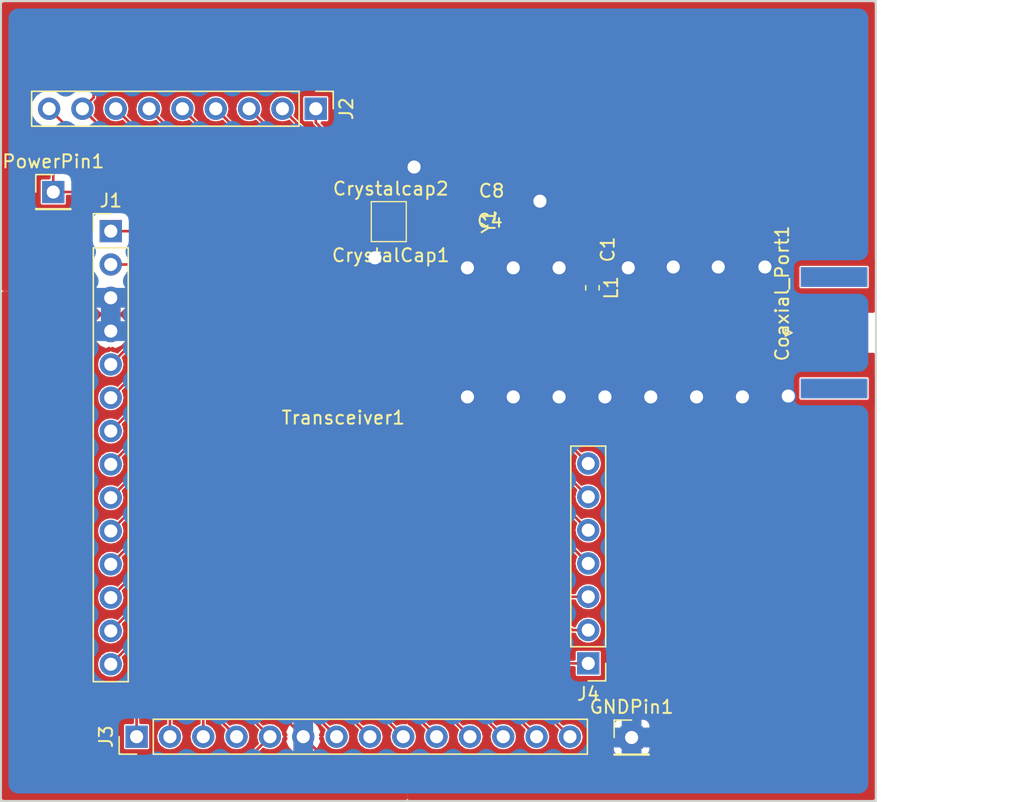
<source format=kicad_pcb>
(kicad_pcb (version 20171130) (host pcbnew "(5.0.2)-1")

  (general
    (thickness 1.6)
    (drawings 4)
    (tracks 383)
    (zones 0)
    (modules 15)
    (nets 51)
  )

  (page A4)
  (layers
    (0 F.Cu signal)
    (31 B.Cu signal)
    (32 B.Adhes user)
    (33 F.Adhes user)
    (34 B.Paste user)
    (35 F.Paste user)
    (36 B.SilkS user)
    (37 F.SilkS user)
    (38 B.Mask user)
    (39 F.Mask user)
    (40 Dwgs.User user)
    (41 Cmts.User user)
    (42 Eco1.User user)
    (43 Eco2.User user)
    (44 Edge.Cuts user)
    (45 Margin user)
    (46 B.CrtYd user)
    (47 F.CrtYd user)
    (48 B.Fab user)
    (49 F.Fab user)
  )

  (setup
    (last_trace_width 0.1)
    (user_trace_width 0.2)
    (trace_clearance 0.1)
    (zone_clearance 0)
    (zone_45_only no)
    (trace_min 0.1)
    (segment_width 0.2)
    (edge_width 0.15)
    (via_size 0.8)
    (via_drill 0.4)
    (via_min_size 0.4)
    (via_min_drill 0.3)
    (user_via 1 0.8)
    (user_via 1.2 1)
    (uvia_size 0.3)
    (uvia_drill 0.1)
    (uvias_allowed no)
    (uvia_min_size 0.2)
    (uvia_min_drill 0.1)
    (pcb_text_width 0.3)
    (pcb_text_size 1.5 1.5)
    (mod_edge_width 0.15)
    (mod_text_size 1 1)
    (mod_text_width 0.15)
    (pad_size 2.67 2.67)
    (pad_drill 0)
    (pad_to_mask_clearance 0.051)
    (solder_mask_min_width 0.25)
    (aux_axis_origin 0 0)
    (visible_elements 7FFDF7FF)
    (pcbplotparams
      (layerselection 0x00000_ffffffff)
      (usegerberextensions true)
      (usegerberattributes false)
      (usegerberadvancedattributes false)
      (creategerberjobfile false)
      (excludeedgelayer true)
      (linewidth 0.100000)
      (plotframeref false)
      (viasonmask false)
      (mode 1)
      (useauxorigin false)
      (hpglpennumber 1)
      (hpglpenspeed 20)
      (hpglpendiameter 15.000000)
      (psnegative false)
      (psa4output false)
      (plotreference true)
      (plotvalue true)
      (plotinvisibletext false)
      (padsonsilk false)
      (subtractmaskfromsilk false)
      (outputformat 1)
      (mirror false)
      (drillshape 0)
      (scaleselection 1)
      (outputdirectory "../../../../Project_file/"))
  )

  (net 0 "")
  (net 1 GND)
  (net 2 "Net-(C1-Pad2)")
  (net 3 "Net-(C2-Pad1)")
  (net 4 "Net-(C6-Pad1)")
  (net 5 "Net-(J1-Pad2)")
  (net 6 "Net-(J3-Pad8)")
  (net 7 "Net-(J3-Pad9)")
  (net 8 "Net-(J3-Pad10)")
  (net 9 "Net-(J3-Pad11)")
  (net 10 "Net-(J3-Pad12)")
  (net 11 "Net-(J3-Pad13)")
  (net 12 "Net-(J3-Pad14)")
  (net 13 "Net-(J3-Pad7)")
  (net 14 "Net-(J3-Pad4)")
  (net 15 "Net-(J3-Pad3)")
  (net 16 "Net-(J3-Pad2)")
  (net 17 "Net-(J3-Pad1)")
  (net 18 "Net-(J1-Pad1)")
  (net 19 "Net-(J1-Pad10)")
  (net 20 "Net-(J1-Pad12)")
  (net 21 "Net-(J1-Pad9)")
  (net 22 "Net-(J1-Pad5)")
  (net 23 "Net-(J1-Pad13)")
  (net 24 "Net-(J1-Pad11)")
  (net 25 "Net-(J1-Pad14)")
  (net 26 "Net-(J1-Pad6)")
  (net 27 "Net-(J1-Pad8)")
  (net 28 "Net-(J1-Pad7)")
  (net 29 "Net-(J2-Pad5)")
  (net 30 "Net-(J2-Pad6)")
  (net 31 "Net-(J2-Pad1)")
  (net 32 "Net-(J2-Pad4)")
  (net 33 "Net-(J2-Pad3)")
  (net 34 "Net-(J2-Pad7)")
  (net 35 "Net-(J2-Pad9)")
  (net 36 "Net-(J2-Pad2)")
  (net 37 "Net-(Coaxial_Port1-Pad2)")
  (net 38 "Net-(C8-Pad1)")
  (net 39 "Net-(C4-Pad1)")
  (net 40 POWER)
  (net 41 "Net-(CrystalCap1-Pad1)")
  (net 42 "Net-(Crystalcap2-Pad1)")
  (net 43 "Net-(Transceiver1-Pad41)")
  (net 44 "Net-(Transceiver1-Pad37)")
  (net 45 "Net-(J4-Pad1)")
  (net 46 "Net-(J4-Pad2)")
  (net 47 "Net-(J4-Pad3)")
  (net 48 "Net-(J4-Pad4)")
  (net 49 "Net-(J4-Pad5)")
  (net 50 "Net-(J4-Pad6)")

  (net_class Default "This is the default net class."
    (clearance 0.1)
    (trace_width 0.1)
    (via_dia 0.8)
    (via_drill 0.4)
    (uvia_dia 0.3)
    (uvia_drill 0.1)
    (add_net GND)
    (add_net "Net-(C1-Pad2)")
    (add_net "Net-(C2-Pad1)")
    (add_net "Net-(C4-Pad1)")
    (add_net "Net-(C6-Pad1)")
    (add_net "Net-(C8-Pad1)")
    (add_net "Net-(Coaxial_Port1-Pad2)")
    (add_net "Net-(CrystalCap1-Pad1)")
    (add_net "Net-(Crystalcap2-Pad1)")
    (add_net "Net-(J1-Pad1)")
    (add_net "Net-(J1-Pad10)")
    (add_net "Net-(J1-Pad11)")
    (add_net "Net-(J1-Pad12)")
    (add_net "Net-(J1-Pad13)")
    (add_net "Net-(J1-Pad14)")
    (add_net "Net-(J1-Pad2)")
    (add_net "Net-(J1-Pad5)")
    (add_net "Net-(J1-Pad6)")
    (add_net "Net-(J1-Pad7)")
    (add_net "Net-(J1-Pad8)")
    (add_net "Net-(J1-Pad9)")
    (add_net "Net-(J2-Pad1)")
    (add_net "Net-(J2-Pad2)")
    (add_net "Net-(J2-Pad3)")
    (add_net "Net-(J2-Pad4)")
    (add_net "Net-(J2-Pad5)")
    (add_net "Net-(J2-Pad6)")
    (add_net "Net-(J2-Pad7)")
    (add_net "Net-(J2-Pad9)")
    (add_net "Net-(J3-Pad1)")
    (add_net "Net-(J3-Pad10)")
    (add_net "Net-(J3-Pad11)")
    (add_net "Net-(J3-Pad12)")
    (add_net "Net-(J3-Pad13)")
    (add_net "Net-(J3-Pad14)")
    (add_net "Net-(J3-Pad2)")
    (add_net "Net-(J3-Pad3)")
    (add_net "Net-(J3-Pad4)")
    (add_net "Net-(J3-Pad7)")
    (add_net "Net-(J3-Pad8)")
    (add_net "Net-(J3-Pad9)")
    (add_net "Net-(J4-Pad1)")
    (add_net "Net-(J4-Pad2)")
    (add_net "Net-(J4-Pad3)")
    (add_net "Net-(J4-Pad4)")
    (add_net "Net-(J4-Pad5)")
    (add_net "Net-(J4-Pad6)")
    (add_net "Net-(Transceiver1-Pad37)")
    (add_net "Net-(Transceiver1-Pad41)")
    (add_net POWER)
  )

  (net_class Traces ""
    (clearance 0.1)
    (trace_width 0.2)
    (via_dia 0.8)
    (via_drill 0.4)
    (uvia_dia 0.3)
    (uvia_drill 0.1)
  )

  (module Inductor_SMD:L_0603_1608Metric (layer F.Cu) (tedit 5B301BBE) (tstamp 5CA182C0)
    (at 175.768 94.869 270)
    (descr "Inductor SMD 0603 (1608 Metric), square (rectangular) end terminal, IPC_7351 nominal, (Body size source: http://www.tortai-tech.com/upload/download/2011102023233369053.pdf), generated with kicad-footprint-generator")
    (tags inductor)
    (path /5C623F81)
    (attr smd)
    (fp_text reference L1 (at 0 -1.43 270) (layer F.SilkS)
      (effects (font (size 1 1) (thickness 0.15)))
    )
    (fp_text value 22nH (at 0 1.43 270) (layer F.Fab)
      (effects (font (size 1 1) (thickness 0.15)))
    )
    (fp_text user %R (at 0 0 270) (layer F.Fab)
      (effects (font (size 0.4 0.4) (thickness 0.06)))
    )
    (fp_line (start 1.48 0.73) (end -1.48 0.73) (layer F.CrtYd) (width 0.05))
    (fp_line (start 1.48 -0.73) (end 1.48 0.73) (layer F.CrtYd) (width 0.05))
    (fp_line (start -1.48 -0.73) (end 1.48 -0.73) (layer F.CrtYd) (width 0.05))
    (fp_line (start -1.48 0.73) (end -1.48 -0.73) (layer F.CrtYd) (width 0.05))
    (fp_line (start -0.162779 0.51) (end 0.162779 0.51) (layer F.SilkS) (width 0.12))
    (fp_line (start -0.162779 -0.51) (end 0.162779 -0.51) (layer F.SilkS) (width 0.12))
    (fp_line (start 0.8 0.4) (end -0.8 0.4) (layer F.Fab) (width 0.1))
    (fp_line (start 0.8 -0.4) (end 0.8 0.4) (layer F.Fab) (width 0.1))
    (fp_line (start -0.8 -0.4) (end 0.8 -0.4) (layer F.Fab) (width 0.1))
    (fp_line (start -0.8 0.4) (end -0.8 -0.4) (layer F.Fab) (width 0.1))
    (pad 2 smd roundrect (at 0.7875 0 270) (size 0.875 0.95) (layers F.Cu F.Paste F.Mask) (roundrect_rratio 0.25)
      (net 3 "Net-(C2-Pad1)"))
    (pad 1 smd roundrect (at -0.7875 0 270) (size 0.875 0.95) (layers F.Cu F.Paste F.Mask) (roundrect_rratio 0.25)
      (net 2 "Net-(C1-Pad2)"))
    (model ${KISYS3DMOD}/Inductor_SMD.3dshapes/L_0603_1608Metric.wrl
      (at (xyz 0 0 0))
      (scale (xyz 1 1 1))
      (rotate (xyz 0 0 0))
    )
  )

  (module Connector_PinHeader_2.54mm:PinHeader_1x07_P2.54mm_Vertical (layer F.Cu) (tedit 59FED5CC) (tstamp 5CA165FD)
    (at 175.4505 123.5075 180)
    (descr "Through hole straight pin header, 1x07, 2.54mm pitch, single row")
    (tags "Through hole pin header THT 1x07 2.54mm single row")
    (path /5C8A9905)
    (fp_text reference J4 (at 0 -2.33 180) (layer F.SilkS)
      (effects (font (size 1 1) (thickness 0.15)))
    )
    (fp_text value Conn_01x07_Male (at 0 17.57 180) (layer F.Fab)
      (effects (font (size 1 1) (thickness 0.15)))
    )
    (fp_line (start -0.635 -1.27) (end 1.27 -1.27) (layer F.Fab) (width 0.1))
    (fp_line (start 1.27 -1.27) (end 1.27 16.51) (layer F.Fab) (width 0.1))
    (fp_line (start 1.27 16.51) (end -1.27 16.51) (layer F.Fab) (width 0.1))
    (fp_line (start -1.27 16.51) (end -1.27 -0.635) (layer F.Fab) (width 0.1))
    (fp_line (start -1.27 -0.635) (end -0.635 -1.27) (layer F.Fab) (width 0.1))
    (fp_line (start -1.33 16.57) (end 1.33 16.57) (layer F.SilkS) (width 0.12))
    (fp_line (start -1.33 1.27) (end -1.33 16.57) (layer F.SilkS) (width 0.12))
    (fp_line (start 1.33 1.27) (end 1.33 16.57) (layer F.SilkS) (width 0.12))
    (fp_line (start -1.33 1.27) (end 1.33 1.27) (layer F.SilkS) (width 0.12))
    (fp_line (start -1.33 0) (end -1.33 -1.33) (layer F.SilkS) (width 0.12))
    (fp_line (start -1.33 -1.33) (end 0 -1.33) (layer F.SilkS) (width 0.12))
    (fp_line (start -1.8 -1.8) (end -1.8 17.05) (layer F.CrtYd) (width 0.05))
    (fp_line (start -1.8 17.05) (end 1.8 17.05) (layer F.CrtYd) (width 0.05))
    (fp_line (start 1.8 17.05) (end 1.8 -1.8) (layer F.CrtYd) (width 0.05))
    (fp_line (start 1.8 -1.8) (end -1.8 -1.8) (layer F.CrtYd) (width 0.05))
    (fp_text user %R (at 0 7.62 270) (layer F.Fab)
      (effects (font (size 1 1) (thickness 0.15)))
    )
    (pad 1 thru_hole rect (at 0 0 180) (size 1.7 1.7) (drill 1) (layers *.Cu *.Mask)
      (net 45 "Net-(J4-Pad1)"))
    (pad 2 thru_hole oval (at 0 2.54 180) (size 1.7 1.7) (drill 1) (layers *.Cu *.Mask)
      (net 46 "Net-(J4-Pad2)"))
    (pad 3 thru_hole oval (at 0 5.08 180) (size 1.7 1.7) (drill 1) (layers *.Cu *.Mask)
      (net 47 "Net-(J4-Pad3)"))
    (pad 4 thru_hole oval (at 0 7.62 180) (size 1.7 1.7) (drill 1) (layers *.Cu *.Mask)
      (net 48 "Net-(J4-Pad4)"))
    (pad 5 thru_hole oval (at 0 10.16 180) (size 1.7 1.7) (drill 1) (layers *.Cu *.Mask)
      (net 49 "Net-(J4-Pad5)"))
    (pad 6 thru_hole oval (at 0 12.7 180) (size 1.7 1.7) (drill 1) (layers *.Cu *.Mask)
      (net 50 "Net-(J4-Pad6)"))
    (pad 7 thru_hole oval (at 0 15.24 180) (size 1.7 1.7) (drill 1) (layers *.Cu *.Mask)
      (net 40 POWER))
    (model ${KISYS3DMOD}/Connector_PinHeader_2.54mm.3dshapes/PinHeader_1x07_P2.54mm_Vertical.wrl
      (at (xyz 0 0 0))
      (scale (xyz 1 1 1))
      (rotate (xyz 0 0 0))
    )
  )

  (module Connector_PinHeader_2.54mm:PinHeader_1x01_P2.54mm_Vertical (layer F.Cu) (tedit 59FED5CC) (tstamp 5CA11620)
    (at 134.6835 87.5665)
    (descr "Through hole straight pin header, 1x01, 2.54mm pitch, single row")
    (tags "Through hole pin header THT 1x01 2.54mm single row")
    (path /5C88B861)
    (fp_text reference PowerPin1 (at 0 -2.33) (layer F.SilkS)
      (effects (font (size 1 1) (thickness 0.15)))
    )
    (fp_text value Conn_01x01_Male (at 0 2.33) (layer F.Fab)
      (effects (font (size 1 1) (thickness 0.15)))
    )
    (fp_text user %R (at 0 0 90) (layer F.Fab)
      (effects (font (size 1 1) (thickness 0.15)))
    )
    (fp_line (start 1.8 -1.8) (end -1.8 -1.8) (layer F.CrtYd) (width 0.05))
    (fp_line (start 1.8 1.8) (end 1.8 -1.8) (layer F.CrtYd) (width 0.05))
    (fp_line (start -1.8 1.8) (end 1.8 1.8) (layer F.CrtYd) (width 0.05))
    (fp_line (start -1.8 -1.8) (end -1.8 1.8) (layer F.CrtYd) (width 0.05))
    (fp_line (start -1.33 -1.33) (end 0 -1.33) (layer F.SilkS) (width 0.12))
    (fp_line (start -1.33 0) (end -1.33 -1.33) (layer F.SilkS) (width 0.12))
    (fp_line (start -1.33 1.27) (end 1.33 1.27) (layer F.SilkS) (width 0.12))
    (fp_line (start 1.33 1.27) (end 1.33 1.33) (layer F.SilkS) (width 0.12))
    (fp_line (start -1.33 1.27) (end -1.33 1.33) (layer F.SilkS) (width 0.12))
    (fp_line (start -1.33 1.33) (end 1.33 1.33) (layer F.SilkS) (width 0.12))
    (fp_line (start -1.27 -0.635) (end -0.635 -1.27) (layer F.Fab) (width 0.1))
    (fp_line (start -1.27 1.27) (end -1.27 -0.635) (layer F.Fab) (width 0.1))
    (fp_line (start 1.27 1.27) (end -1.27 1.27) (layer F.Fab) (width 0.1))
    (fp_line (start 1.27 -1.27) (end 1.27 1.27) (layer F.Fab) (width 0.1))
    (fp_line (start -0.635 -1.27) (end 1.27 -1.27) (layer F.Fab) (width 0.1))
    (pad 1 thru_hole rect (at 0 0) (size 1.7 1.7) (drill 1) (layers *.Cu *.Mask)
      (net 40 POWER))
    (model ${KISYS3DMOD}/Connector_PinHeader_2.54mm.3dshapes/PinHeader_1x01_P2.54mm_Vertical.wrl
      (at (xyz 0 0 0))
      (scale (xyz 1 1 1))
      (rotate (xyz 0 0 0))
    )
  )

  (module Connector_PinHeader_2.54mm:PinHeader_1x01_P2.54mm_Vertical (layer F.Cu) (tedit 59FED5CC) (tstamp 5CA1160C)
    (at 178.7525 129.159)
    (descr "Through hole straight pin header, 1x01, 2.54mm pitch, single row")
    (tags "Through hole pin header THT 1x01 2.54mm single row")
    (path /5C91D77B)
    (fp_text reference GNDPin1 (at 0 -2.33) (layer F.SilkS)
      (effects (font (size 1 1) (thickness 0.15)))
    )
    (fp_text value Conn_01x01_Male (at 0 2.33) (layer F.Fab)
      (effects (font (size 1 1) (thickness 0.15)))
    )
    (fp_line (start -0.635 -1.27) (end 1.27 -1.27) (layer F.Fab) (width 0.1))
    (fp_line (start 1.27 -1.27) (end 1.27 1.27) (layer F.Fab) (width 0.1))
    (fp_line (start 1.27 1.27) (end -1.27 1.27) (layer F.Fab) (width 0.1))
    (fp_line (start -1.27 1.27) (end -1.27 -0.635) (layer F.Fab) (width 0.1))
    (fp_line (start -1.27 -0.635) (end -0.635 -1.27) (layer F.Fab) (width 0.1))
    (fp_line (start -1.33 1.33) (end 1.33 1.33) (layer F.SilkS) (width 0.12))
    (fp_line (start -1.33 1.27) (end -1.33 1.33) (layer F.SilkS) (width 0.12))
    (fp_line (start 1.33 1.27) (end 1.33 1.33) (layer F.SilkS) (width 0.12))
    (fp_line (start -1.33 1.27) (end 1.33 1.27) (layer F.SilkS) (width 0.12))
    (fp_line (start -1.33 0) (end -1.33 -1.33) (layer F.SilkS) (width 0.12))
    (fp_line (start -1.33 -1.33) (end 0 -1.33) (layer F.SilkS) (width 0.12))
    (fp_line (start -1.8 -1.8) (end -1.8 1.8) (layer F.CrtYd) (width 0.05))
    (fp_line (start -1.8 1.8) (end 1.8 1.8) (layer F.CrtYd) (width 0.05))
    (fp_line (start 1.8 1.8) (end 1.8 -1.8) (layer F.CrtYd) (width 0.05))
    (fp_line (start 1.8 -1.8) (end -1.8 -1.8) (layer F.CrtYd) (width 0.05))
    (fp_text user %R (at 0 0 90) (layer F.Fab)
      (effects (font (size 1 1) (thickness 0.15)))
    )
    (pad 1 thru_hole rect (at 0 0) (size 1.7 1.7) (drill 1) (layers *.Cu *.Mask)
      (net 1 GND))
    (model ${KISYS3DMOD}/Connector_PinHeader_2.54mm.3dshapes/PinHeader_1x01_P2.54mm_Vertical.wrl
      (at (xyz 0 0 0))
      (scale (xyz 1 1 1))
      (rotate (xyz 0 0 0))
    )
  )

  (module Connector_PinHeader_2.54mm:PinHeader_1x09_P2.54mm_Vertical (layer F.Cu) (tedit 59FED5CC) (tstamp 5CA1160B)
    (at 154.686 81.2165 270)
    (descr "Through hole straight pin header, 1x09, 2.54mm pitch, single row")
    (tags "Through hole pin header THT 1x09 2.54mm single row")
    (path /5C86ADB7)
    (fp_text reference J2 (at 0 -2.33 270) (layer F.SilkS)
      (effects (font (size 1 1) (thickness 0.15)))
    )
    (fp_text value Conn_01x09_Male (at 0 22.65 270) (layer F.Fab)
      (effects (font (size 1 1) (thickness 0.15)))
    )
    (fp_line (start -0.635 -1.27) (end 1.27 -1.27) (layer F.Fab) (width 0.1))
    (fp_line (start 1.27 -1.27) (end 1.27 21.59) (layer F.Fab) (width 0.1))
    (fp_line (start 1.27 21.59) (end -1.27 21.59) (layer F.Fab) (width 0.1))
    (fp_line (start -1.27 21.59) (end -1.27 -0.635) (layer F.Fab) (width 0.1))
    (fp_line (start -1.27 -0.635) (end -0.635 -1.27) (layer F.Fab) (width 0.1))
    (fp_line (start -1.33 21.65) (end 1.33 21.65) (layer F.SilkS) (width 0.12))
    (fp_line (start -1.33 1.27) (end -1.33 21.65) (layer F.SilkS) (width 0.12))
    (fp_line (start 1.33 1.27) (end 1.33 21.65) (layer F.SilkS) (width 0.12))
    (fp_line (start -1.33 1.27) (end 1.33 1.27) (layer F.SilkS) (width 0.12))
    (fp_line (start -1.33 0) (end -1.33 -1.33) (layer F.SilkS) (width 0.12))
    (fp_line (start -1.33 -1.33) (end 0 -1.33) (layer F.SilkS) (width 0.12))
    (fp_line (start -1.8 -1.8) (end -1.8 22.1) (layer F.CrtYd) (width 0.05))
    (fp_line (start -1.8 22.1) (end 1.8 22.1) (layer F.CrtYd) (width 0.05))
    (fp_line (start 1.8 22.1) (end 1.8 -1.8) (layer F.CrtYd) (width 0.05))
    (fp_line (start 1.8 -1.8) (end -1.8 -1.8) (layer F.CrtYd) (width 0.05))
    (fp_text user %R (at 0 10.16) (layer F.Fab)
      (effects (font (size 1 1) (thickness 0.15)))
    )
    (pad 1 thru_hole rect (at 0 0 270) (size 1.7 1.7) (drill 1) (layers *.Cu *.Mask)
      (net 31 "Net-(J2-Pad1)"))
    (pad 2 thru_hole oval (at 0 2.54 270) (size 1.7 1.7) (drill 1) (layers *.Cu *.Mask)
      (net 36 "Net-(J2-Pad2)"))
    (pad 3 thru_hole oval (at 0 5.08 270) (size 1.7 1.7) (drill 1) (layers *.Cu *.Mask)
      (net 33 "Net-(J2-Pad3)"))
    (pad 4 thru_hole oval (at 0 7.62 270) (size 1.7 1.7) (drill 1) (layers *.Cu *.Mask)
      (net 32 "Net-(J2-Pad4)"))
    (pad 5 thru_hole oval (at 0 10.16 270) (size 1.7 1.7) (drill 1) (layers *.Cu *.Mask)
      (net 29 "Net-(J2-Pad5)"))
    (pad 6 thru_hole oval (at 0 12.7 270) (size 1.7 1.7) (drill 1) (layers *.Cu *.Mask)
      (net 30 "Net-(J2-Pad6)"))
    (pad 7 thru_hole oval (at 0 15.24 270) (size 1.7 1.7) (drill 1) (layers *.Cu *.Mask)
      (net 34 "Net-(J2-Pad7)"))
    (pad 8 thru_hole oval (at 0 17.78 270) (size 1.7 1.7) (drill 1) (layers *.Cu *.Mask)
      (net 40 POWER))
    (pad 9 thru_hole oval (at 0 20.32 270) (size 1.7 1.7) (drill 1) (layers *.Cu *.Mask)
      (net 35 "Net-(J2-Pad9)"))
    (model ${KISYS3DMOD}/Connector_PinHeader_2.54mm.3dshapes/PinHeader_1x09_P2.54mm_Vertical.wrl
      (at (xyz 0 0 0))
      (scale (xyz 1 1 1))
      (rotate (xyz 0 0 0))
    )
  )

  (module Connector_PinHeader_2.54mm:PinHeader_1x14_P2.54mm_Vertical (layer F.Cu) (tedit 59FED5CC) (tstamp 5CA115D0)
    (at 139.065 90.551)
    (descr "Through hole straight pin header, 1x14, 2.54mm pitch, single row")
    (tags "Through hole pin header THT 1x14 2.54mm single row")
    (path /5C8420EF)
    (fp_text reference J1 (at 0 -2.33) (layer F.SilkS)
      (effects (font (size 1 1) (thickness 0.15)))
    )
    (fp_text value Conn_01x14_Male (at 0 35.35) (layer F.Fab)
      (effects (font (size 1 1) (thickness 0.15)))
    )
    (fp_text user %R (at 0 16.51 90) (layer F.Fab)
      (effects (font (size 1 1) (thickness 0.15)))
    )
    (fp_line (start 1.8 -1.8) (end -1.8 -1.8) (layer F.CrtYd) (width 0.05))
    (fp_line (start 1.8 34.8) (end 1.8 -1.8) (layer F.CrtYd) (width 0.05))
    (fp_line (start -1.8 34.8) (end 1.8 34.8) (layer F.CrtYd) (width 0.05))
    (fp_line (start -1.8 -1.8) (end -1.8 34.8) (layer F.CrtYd) (width 0.05))
    (fp_line (start -1.33 -1.33) (end 0 -1.33) (layer F.SilkS) (width 0.12))
    (fp_line (start -1.33 0) (end -1.33 -1.33) (layer F.SilkS) (width 0.12))
    (fp_line (start -1.33 1.27) (end 1.33 1.27) (layer F.SilkS) (width 0.12))
    (fp_line (start 1.33 1.27) (end 1.33 34.35) (layer F.SilkS) (width 0.12))
    (fp_line (start -1.33 1.27) (end -1.33 34.35) (layer F.SilkS) (width 0.12))
    (fp_line (start -1.33 34.35) (end 1.33 34.35) (layer F.SilkS) (width 0.12))
    (fp_line (start -1.27 -0.635) (end -0.635 -1.27) (layer F.Fab) (width 0.1))
    (fp_line (start -1.27 34.29) (end -1.27 -0.635) (layer F.Fab) (width 0.1))
    (fp_line (start 1.27 34.29) (end -1.27 34.29) (layer F.Fab) (width 0.1))
    (fp_line (start 1.27 -1.27) (end 1.27 34.29) (layer F.Fab) (width 0.1))
    (fp_line (start -0.635 -1.27) (end 1.27 -1.27) (layer F.Fab) (width 0.1))
    (pad 14 thru_hole oval (at 0 33.02) (size 1.7 1.7) (drill 1) (layers *.Cu *.Mask)
      (net 25 "Net-(J1-Pad14)"))
    (pad 13 thru_hole oval (at 0 30.48) (size 1.7 1.7) (drill 1) (layers *.Cu *.Mask)
      (net 23 "Net-(J1-Pad13)"))
    (pad 12 thru_hole oval (at 0 27.94) (size 1.7 1.7) (drill 1) (layers *.Cu *.Mask)
      (net 20 "Net-(J1-Pad12)"))
    (pad 11 thru_hole oval (at 0 25.4) (size 1.7 1.7) (drill 1) (layers *.Cu *.Mask)
      (net 24 "Net-(J1-Pad11)"))
    (pad 10 thru_hole oval (at 0 22.86) (size 1.7 1.7) (drill 1) (layers *.Cu *.Mask)
      (net 19 "Net-(J1-Pad10)"))
    (pad 9 thru_hole oval (at 0 20.32) (size 1.7 1.7) (drill 1) (layers *.Cu *.Mask)
      (net 21 "Net-(J1-Pad9)"))
    (pad 8 thru_hole oval (at 0 17.78) (size 1.7 1.7) (drill 1) (layers *.Cu *.Mask)
      (net 27 "Net-(J1-Pad8)"))
    (pad 7 thru_hole oval (at 0 15.24) (size 1.7 1.7) (drill 1) (layers *.Cu *.Mask)
      (net 28 "Net-(J1-Pad7)"))
    (pad 6 thru_hole oval (at 0 12.7) (size 1.7 1.7) (drill 1) (layers *.Cu *.Mask)
      (net 26 "Net-(J1-Pad6)"))
    (pad 5 thru_hole oval (at 0 10.16) (size 1.7 1.7) (drill 1) (layers *.Cu *.Mask)
      (net 22 "Net-(J1-Pad5)"))
    (pad 4 thru_hole oval (at 0 7.62) (size 1.7 1.7) (drill 1) (layers *.Cu *.Mask)
      (net 1 GND))
    (pad 3 thru_hole oval (at 0 5.08) (size 1.7 1.7) (drill 1) (layers *.Cu *.Mask)
      (net 1 GND))
    (pad 2 thru_hole oval (at 0 2.54) (size 1.7 1.7) (drill 1) (layers *.Cu *.Mask)
      (net 5 "Net-(J1-Pad2)"))
    (pad 1 thru_hole rect (at 0 0) (size 1.7 1.7) (drill 1) (layers *.Cu *.Mask)
      (net 18 "Net-(J1-Pad1)"))
    (model ${KISYS3DMOD}/Connector_PinHeader_2.54mm.3dshapes/PinHeader_1x14_P2.54mm_Vertical.wrl
      (at (xyz 0 0 0))
      (scale (xyz 1 1 1))
      (rotate (xyz 0 0 0))
    )
  )

  (module Connector_PinHeader_2.54mm:PinHeader_1x14_P2.54mm_Vertical (layer F.Cu) (tedit 59FED5CC) (tstamp 5CA115AE)
    (at 141.0335 129.0955 90)
    (descr "Through hole straight pin header, 1x14, 2.54mm pitch, single row")
    (tags "Through hole pin header THT 1x14 2.54mm single row")
    (path /5C84A8DB)
    (fp_text reference J3 (at 0 -2.33 90) (layer F.SilkS)
      (effects (font (size 1 1) (thickness 0.15)))
    )
    (fp_text value Conn_01x14_Male (at 0 35.35 90) (layer F.Fab)
      (effects (font (size 1 1) (thickness 0.15)))
    )
    (fp_line (start -0.635 -1.27) (end 1.27 -1.27) (layer F.Fab) (width 0.1))
    (fp_line (start 1.27 -1.27) (end 1.27 34.29) (layer F.Fab) (width 0.1))
    (fp_line (start 1.27 34.29) (end -1.27 34.29) (layer F.Fab) (width 0.1))
    (fp_line (start -1.27 34.29) (end -1.27 -0.635) (layer F.Fab) (width 0.1))
    (fp_line (start -1.27 -0.635) (end -0.635 -1.27) (layer F.Fab) (width 0.1))
    (fp_line (start -1.33 34.35) (end 1.33 34.35) (layer F.SilkS) (width 0.12))
    (fp_line (start -1.33 1.27) (end -1.33 34.35) (layer F.SilkS) (width 0.12))
    (fp_line (start 1.33 1.27) (end 1.33 34.35) (layer F.SilkS) (width 0.12))
    (fp_line (start -1.33 1.27) (end 1.33 1.27) (layer F.SilkS) (width 0.12))
    (fp_line (start -1.33 0) (end -1.33 -1.33) (layer F.SilkS) (width 0.12))
    (fp_line (start -1.33 -1.33) (end 0 -1.33) (layer F.SilkS) (width 0.12))
    (fp_line (start -1.8 -1.8) (end -1.8 34.8) (layer F.CrtYd) (width 0.05))
    (fp_line (start -1.8 34.8) (end 1.8 34.8) (layer F.CrtYd) (width 0.05))
    (fp_line (start 1.8 34.8) (end 1.8 -1.8) (layer F.CrtYd) (width 0.05))
    (fp_line (start 1.8 -1.8) (end -1.8 -1.8) (layer F.CrtYd) (width 0.05))
    (fp_text user %R (at 0 16.51 180) (layer F.Fab)
      (effects (font (size 1 1) (thickness 0.15)))
    )
    (pad 1 thru_hole rect (at 0 0 90) (size 1.7 1.7) (drill 1) (layers *.Cu *.Mask)
      (net 17 "Net-(J3-Pad1)"))
    (pad 2 thru_hole oval (at 0 2.54 90) (size 1.7 1.7) (drill 1) (layers *.Cu *.Mask)
      (net 16 "Net-(J3-Pad2)"))
    (pad 3 thru_hole oval (at 0 5.08 90) (size 1.7 1.7) (drill 1) (layers *.Cu *.Mask)
      (net 15 "Net-(J3-Pad3)"))
    (pad 4 thru_hole oval (at 0 7.62 90) (size 1.7 1.7) (drill 1) (layers *.Cu *.Mask)
      (net 14 "Net-(J3-Pad4)"))
    (pad 5 thru_hole oval (at 0 10.16 90) (size 1.7 1.7) (drill 1) (layers *.Cu *.Mask)
      (net 40 POWER))
    (pad 6 thru_hole oval (at 0 12.7 90) (size 1.7 1.7) (drill 1) (layers *.Cu *.Mask)
      (net 1 GND))
    (pad 7 thru_hole oval (at 0 15.24 90) (size 1.7 1.7) (drill 1) (layers *.Cu *.Mask)
      (net 13 "Net-(J3-Pad7)"))
    (pad 8 thru_hole oval (at 0 17.78 90) (size 1.7 1.7) (drill 1) (layers *.Cu *.Mask)
      (net 6 "Net-(J3-Pad8)"))
    (pad 9 thru_hole oval (at 0 20.32 90) (size 1.7 1.7) (drill 1) (layers *.Cu *.Mask)
      (net 7 "Net-(J3-Pad9)"))
    (pad 10 thru_hole oval (at 0 22.86 90) (size 1.7 1.7) (drill 1) (layers *.Cu *.Mask)
      (net 8 "Net-(J3-Pad10)"))
    (pad 11 thru_hole oval (at 0 25.4 90) (size 1.7 1.7) (drill 1) (layers *.Cu *.Mask)
      (net 9 "Net-(J3-Pad11)"))
    (pad 12 thru_hole oval (at 0 27.94 90) (size 1.7 1.7) (drill 1) (layers *.Cu *.Mask)
      (net 10 "Net-(J3-Pad12)"))
    (pad 13 thru_hole oval (at 0 30.48 90) (size 1.7 1.7) (drill 1) (layers *.Cu *.Mask)
      (net 11 "Net-(J3-Pad13)"))
    (pad 14 thru_hole oval (at 0 33.02 90) (size 1.7 1.7) (drill 1) (layers *.Cu *.Mask)
      (net 12 "Net-(J3-Pad14)"))
    (model ${KISYS3DMOD}/Connector_PinHeader_2.54mm.3dshapes/PinHeader_1x14_P2.54mm_Vertical.wrl
      (at (xyz 0 0 0))
      (scale (xyz 1 1 1))
      (rotate (xyz 0 0 0))
    )
  )

  (module PCB10_MKW01Z128:MKW01Z128 (layer F.Cu) (tedit 5C7F1870) (tstamp 5C93808C)
    (at 156.595501 99.924001)
    (path /5C7EF160)
    (fp_text reference Transceiver1 (at 0.185999 4.850999) (layer F.SilkS)
      (effects (font (size 1 1) (thickness 0.15)))
    )
    (fp_text value MKW01Z128_MKW01Z128 (at 0 8.89) (layer F.Fab)
      (effects (font (size 1 1) (thickness 0.15)))
    )
    (fp_line (start -4 4) (end 4 4) (layer F.Fab) (width 0.01))
    (fp_line (start -4 -4) (end -4 4) (layer F.Fab) (width 0.01))
    (fp_line (start 4 -4) (end -4 -4) (layer F.Fab) (width 0.01))
    (fp_line (start 4 4) (end 4 -4) (layer F.Fab) (width 0.01))
    (pad 57 smd rect (at 1.75 1.75) (size 0.325 0.325) (layers F.Cu F.Paste F.Mask))
    (pad 58 smd rect (at 2.75 1.75) (size 0.325 0.325) (layers F.Cu F.Paste F.Mask))
    (pad 59 smd rect (at 1.75 2.75) (size 0.325 0.325) (layers F.Cu F.Paste F.Mask))
    (pad 60 smd rect (at 2.75 2.75) (size 0.325 0.325) (layers F.Cu F.Paste F.Mask))
    (pad "MCU Ground Region" connect rect (at -1.5 1.5) (size 2.67 2.67) (layers F.Cu F.Mask))
    (pad "RF Ground Region" smd rect (at 1.5 -1.5) (size 2.67 2.67) (layers F.Cu F.Paste F.Mask))
    (pad 46 connect roundrect (at 1.75 -3.725) (size 0.255 0.355) (layers F.Cu F.Mask) (roundrect_rratio 0.25)
      (net 41 "Net-(CrystalCap1-Pad1)"))
    (pad 47 connect roundrect (at 1.25 -3.725) (size 0.255 0.355) (layers F.Cu F.Mask) (roundrect_rratio 0.25)
      (net 42 "Net-(Crystalcap2-Pad1)"))
    (pad 49 connect roundrect (at 0.25 -3.725) (size 0.255 0.355) (layers F.Cu F.Mask) (roundrect_rratio 0.25)
      (net 36 "Net-(J2-Pad2)"))
    (pad 44 connect roundrect (at 2.75 -3.725) (size 0.255 0.355) (layers F.Cu F.Mask) (roundrect_rratio 0.25)
      (net 39 "Net-(C4-Pad1)"))
    (pad 43 connect roundrect (at 3.25 -3.725) (size 0.255 0.355) (layers F.Cu F.Mask) (roundrect_rratio 0.25)
      (net 40 POWER))
    (pad 45 connect roundrect (at 2.25 -3.725) (size 0.255 0.355) (layers F.Cu F.Mask) (roundrect_rratio 0.25)
      (net 38 "Net-(C8-Pad1)"))
    (pad 56 connect roundrect (at -3.25 -3.725) (size 0.255 0.355) (layers F.Cu F.Mask) (roundrect_rratio 0.25)
      (net 35 "Net-(J2-Pad9)"))
    (pad 54 connect roundrect (at -2.25 -3.725) (size 0.255 0.355) (layers F.Cu F.Mask) (roundrect_rratio 0.25)
      (net 34 "Net-(J2-Pad7)"))
    (pad 50 connect roundrect (at -0.25 -3.725) (size 0.255 0.355) (layers F.Cu F.Mask) (roundrect_rratio 0.25)
      (net 33 "Net-(J2-Pad3)"))
    (pad 51 connect roundrect (at -0.75 -3.725) (size 0.255 0.355) (layers F.Cu F.Mask) (roundrect_rratio 0.25)
      (net 32 "Net-(J2-Pad4)"))
    (pad 48 connect roundrect (at 0.75 -3.725) (size 0.255 0.355) (layers F.Cu F.Mask) (roundrect_rratio 0.25)
      (net 31 "Net-(J2-Pad1)"))
    (pad 53 connect roundrect (at -1.75 -3.725) (size 0.255 0.355) (layers F.Cu F.Mask) (roundrect_rratio 0.25)
      (net 30 "Net-(J2-Pad6)"))
    (pad 55 connect roundrect (at -2.75 -3.725) (size 0.255 0.355) (layers F.Cu F.Mask) (roundrect_rratio 0.25)
      (net 40 POWER))
    (pad 52 connect roundrect (at -1.25 -3.725) (size 0.255 0.355) (layers F.Cu F.Mask) (roundrect_rratio 0.25)
      (net 29 "Net-(J2-Pad5)"))
    (pad 7 connect roundrect (at -3.725 -0.25) (size 0.355 0.255) (layers F.Cu F.Mask) (roundrect_rratio 0.25)
      (net 28 "Net-(J1-Pad7)"))
    (pad 8 connect roundrect (at -3.725 0.25) (size 0.355 0.255) (layers F.Cu F.Mask) (roundrect_rratio 0.25)
      (net 27 "Net-(J1-Pad8)"))
    (pad 4 connect roundrect (at -3.725 -1.75) (size 0.355 0.255) (layers F.Cu F.Mask) (roundrect_rratio 0.25)
      (net 1 GND))
    (pad 3 connect roundrect (at -3.725 -2.25) (size 0.355 0.255) (layers F.Cu F.Mask) (roundrect_rratio 0.25)
      (net 1 GND))
    (pad 6 connect roundrect (at -3.725 -0.75) (size 0.355 0.255) (layers F.Cu F.Mask) (roundrect_rratio 0.25)
      (net 26 "Net-(J1-Pad6)"))
    (pad 14 connect roundrect (at -3.725 3.25) (size 0.355 0.255) (layers F.Cu F.Mask) (roundrect_rratio 0.25)
      (net 25 "Net-(J1-Pad14)"))
    (pad 11 connect roundrect (at -3.725 1.75) (size 0.355 0.255) (layers F.Cu F.Mask) (roundrect_rratio 0.25)
      (net 24 "Net-(J1-Pad11)"))
    (pad 13 connect roundrect (at -3.725 2.75) (size 0.355 0.255) (layers F.Cu F.Mask) (roundrect_rratio 0.25)
      (net 23 "Net-(J1-Pad13)"))
    (pad 5 connect roundrect (at -3.725 -1.25) (size 0.355 0.255) (layers F.Cu F.Mask) (roundrect_rratio 0.25)
      (net 22 "Net-(J1-Pad5)"))
    (pad 9 connect roundrect (at -3.725 0.75) (size 0.355 0.255) (layers F.Cu F.Mask) (roundrect_rratio 0.25)
      (net 21 "Net-(J1-Pad9)"))
    (pad 12 connect roundrect (at -3.725 2.25) (size 0.355 0.255) (layers F.Cu F.Mask) (roundrect_rratio 0.25)
      (net 20 "Net-(J1-Pad12)"))
    (pad 2 connect roundrect (at -3.725 -2.75) (size 0.355 0.255) (layers F.Cu F.Mask) (roundrect_rratio 0.25)
      (net 5 "Net-(J1-Pad2)"))
    (pad 10 connect roundrect (at -3.725 1.25) (size 0.355 0.255) (layers F.Cu F.Mask) (roundrect_rratio 0.25)
      (net 19 "Net-(J1-Pad10)"))
    (pad 1 smd roundrect (at -3.725 -3.25) (size 0.355 0.255) (layers F.Cu F.Paste F.Mask) (roundrect_rratio 0.25)
      (net 18 "Net-(J1-Pad1)"))
    (pad 39 connect roundrect (at 3.725 -1.75) (size 0.355 0.255) (layers F.Cu F.Mask) (roundrect_rratio 0.25)
      (net 3 "Net-(C2-Pad1)"))
    (pad 40 connect roundrect (at 3.725 -2.25) (size 0.355 0.255) (layers F.Cu F.Mask) (roundrect_rratio 0.25)
      (net 1 GND))
    (pad 36 connect roundrect (at 3.725 -0.25) (size 0.355 0.255) (layers F.Cu F.Mask) (roundrect_rratio 0.25)
      (net 1 GND))
    (pad 37 connect roundrect (at 3.725 -0.75) (size 0.355 0.255) (layers F.Cu F.Mask) (roundrect_rratio 0.25)
      (net 44 "Net-(Transceiver1-Pad37)"))
    (pad 41 connect roundrect (at 3.725 -2.75) (size 0.355 0.255) (layers F.Cu F.Mask) (roundrect_rratio 0.25)
      (net 43 "Net-(Transceiver1-Pad41)"))
    (pad 38 connect roundrect (at 3.725 -1.25) (size 0.355 0.255) (layers F.Cu F.Mask) (roundrect_rratio 0.25)
      (net 1 GND))
    (pad 42 connect roundrect (at 3.725 -3.25) (size 0.355 0.255) (layers F.Cu F.Mask) (roundrect_rratio 0.25)
      (net 2 "Net-(C1-Pad2)"))
    (pad 29 connect roundrect (at 3.725 3.25) (size 0.355 0.255) (layers F.Cu F.Mask) (roundrect_rratio 0.25)
      (net 45 "Net-(J4-Pad1)"))
    (pad 30 connect roundrect (at 3.725 2.75) (size 0.355 0.255) (layers F.Cu F.Mask) (roundrect_rratio 0.25)
      (net 46 "Net-(J4-Pad2)"))
    (pad 31 connect roundrect (at 3.725 2.25) (size 0.355 0.255) (layers F.Cu F.Mask) (roundrect_rratio 0.25)
      (net 47 "Net-(J4-Pad3)"))
    (pad 32 connect roundrect (at 3.725 1.75) (size 0.355 0.255) (layers F.Cu F.Mask) (roundrect_rratio 0.25)
      (net 48 "Net-(J4-Pad4)"))
    (pad 33 connect roundrect (at 3.725 1.25) (size 0.355 0.255) (layers F.Cu F.Mask) (roundrect_rratio 0.25)
      (net 49 "Net-(J4-Pad5)"))
    (pad 34 connect roundrect (at 3.725 0.75) (size 0.355 0.255) (layers F.Cu F.Mask) (roundrect_rratio 0.25)
      (net 50 "Net-(J4-Pad6)"))
    (pad 35 connect roundrect (at 3.725 0.25) (size 0.355 0.255) (layers F.Cu F.Mask) (roundrect_rratio 0.25)
      (net 40 POWER))
    (pad 15 connect roundrect (at -3.25 3.725) (size 0.255 0.355) (layers F.Cu F.Mask) (roundrect_rratio 0.25)
      (net 17 "Net-(J3-Pad1)"))
    (pad 16 connect roundrect (at -2.75 3.725) (size 0.255 0.355) (layers F.Cu F.Mask) (roundrect_rratio 0.25)
      (net 16 "Net-(J3-Pad2)"))
    (pad 17 connect roundrect (at -2.25 3.725) (size 0.255 0.355) (layers F.Cu F.Mask) (roundrect_rratio 0.25)
      (net 15 "Net-(J3-Pad3)"))
    (pad 18 connect roundrect (at -1.75 3.725) (size 0.255 0.355) (layers F.Cu F.Mask) (roundrect_rratio 0.25)
      (net 14 "Net-(J3-Pad4)"))
    (pad 19 connect roundrect (at -1.25 3.725) (size 0.255 0.355) (layers F.Cu F.Mask) (roundrect_rratio 0.25)
      (net 40 POWER))
    (pad 20 connect roundrect (at -0.75 3.725) (size 0.255 0.355) (layers F.Cu F.Mask) (roundrect_rratio 0.25)
      (net 1 GND))
    (pad 21 connect roundrect (at -0.25 3.725) (size 0.255 0.355) (layers F.Cu F.Mask) (roundrect_rratio 0.25)
      (net 13 "Net-(J3-Pad7)"))
    (pad 28 connect roundrect (at 3.25 3.725) (size 0.255 0.355) (layers F.Cu F.Mask) (roundrect_rratio 0.25)
      (net 12 "Net-(J3-Pad14)"))
    (pad 27 connect roundrect (at 2.75 3.725) (size 0.255 0.355) (layers F.Cu F.Mask) (roundrect_rratio 0.25)
      (net 11 "Net-(J3-Pad13)"))
    (pad 26 connect roundrect (at 2.25 3.725) (size 0.255 0.355) (layers F.Cu F.Mask) (roundrect_rratio 0.25)
      (net 10 "Net-(J3-Pad12)"))
    (pad 25 connect roundrect (at 1.75 3.725) (size 0.255 0.355) (layers F.Cu F.Mask) (roundrect_rratio 0.25)
      (net 9 "Net-(J3-Pad11)"))
    (pad 24 connect roundrect (at 1.25 3.725) (size 0.255 0.355) (layers F.Cu F.Mask) (roundrect_rratio 0.25)
      (net 8 "Net-(J3-Pad10)"))
    (pad 23 connect roundrect (at 0.75 3.725) (size 0.255 0.355) (layers F.Cu F.Mask) (roundrect_rratio 0.25)
      (net 7 "Net-(J3-Pad9)"))
    (pad 22 connect roundrect (at 0.25 3.725) (size 0.255 0.355) (layers F.Cu F.Mask) (roundrect_rratio 0.25)
      (net 6 "Net-(J3-Pad8)"))
  )

  (module Crystal_new:SER3801CT-ND (layer F.Cu) (tedit 5C7EDEC8) (tstamp 5C937BAA)
    (at 160.249042 89.822714 90)
    (path /5C7F4F06)
    (fp_text reference Y1 (at 0 7.62 90) (layer F.SilkS)
      (effects (font (size 1 1) (thickness 0.15)))
    )
    (fp_text value Crystal_GND24 (at 0 -10.16 90) (layer F.Fab)
      (effects (font (size 1 1) (thickness 0.15)))
    )
    (fp_line (start -1.524 -1.3335) (end 1.524 -1.3335) (layer F.SilkS) (width 0.1))
    (fp_line (start 1.524 -1.3335) (end 1.524 1.3335) (layer F.SilkS) (width 0.1))
    (fp_line (start 1.524 1.3335) (end -1.524 1.3335) (layer F.SilkS) (width 0.1))
    (fp_line (start -1.524 1.3335) (end -1.524 -1.3335) (layer F.SilkS) (width 0.1))
    (pad 4 smd rect (at 0.85 0.7 90) (size 1.2 1.1) (layers F.Cu F.Paste F.Mask)
      (net 1 GND))
    (pad 1 smd rect (at -0.85 0.7 90) (size 1.2 1.1) (layers F.Cu F.Paste F.Mask)
      (net 41 "Net-(CrystalCap1-Pad1)"))
    (pad 3 smd rect (at 0.85 -0.7 90) (size 1.2 1.1) (layers F.Cu F.Paste F.Mask)
      (net 42 "Net-(Crystalcap2-Pad1)"))
    (pad 2 smd rect (at -0.85 -0.7 90) (size 1.2 1.1) (layers F.Cu F.Paste F.Mask)
      (net 1 GND))
  )

  (module Capacitor_SMD:C_0402_1005Metric (layer F.Cu) (tedit 5B301BBE) (tstamp 5C937DA6)
    (at 163.551042 89.759214 90)
    (descr "Capacitor SMD 0402 (1005 Metric), square (rectangular) end terminal, IPC_7351 nominal, (Body size source: http://www.tortai-tech.com/upload/download/2011102023233369053.pdf), generated with kicad-footprint-generator")
    (tags capacitor)
    (path /5C7F62B9)
    (attr smd)
    (fp_text reference CrystalCap1 (at -2.633286 -3.150042 180) (layer F.SilkS)
      (effects (font (size 1 1) (thickness 0.15)))
    )
    (fp_text value CAP (at 0 1.17 90) (layer F.Fab)
      (effects (font (size 1 1) (thickness 0.15)))
    )
    (fp_text user %R (at 0 0 90) (layer F.Fab)
      (effects (font (size 0.25 0.25) (thickness 0.04)))
    )
    (fp_line (start 0.93 0.47) (end -0.93 0.47) (layer F.CrtYd) (width 0.05))
    (fp_line (start 0.93 -0.47) (end 0.93 0.47) (layer F.CrtYd) (width 0.05))
    (fp_line (start -0.93 -0.47) (end 0.93 -0.47) (layer F.CrtYd) (width 0.05))
    (fp_line (start -0.93 0.47) (end -0.93 -0.47) (layer F.CrtYd) (width 0.05))
    (fp_line (start 0.5 0.25) (end -0.5 0.25) (layer F.Fab) (width 0.1))
    (fp_line (start 0.5 -0.25) (end 0.5 0.25) (layer F.Fab) (width 0.1))
    (fp_line (start -0.5 -0.25) (end 0.5 -0.25) (layer F.Fab) (width 0.1))
    (fp_line (start -0.5 0.25) (end -0.5 -0.25) (layer F.Fab) (width 0.1))
    (pad 2 smd roundrect (at 0.485 0 90) (size 0.59 0.64) (layers F.Cu F.Paste F.Mask) (roundrect_rratio 0.25)
      (net 1 GND))
    (pad 1 smd roundrect (at -0.485 0 90) (size 0.59 0.64) (layers F.Cu F.Paste F.Mask) (roundrect_rratio 0.25)
      (net 41 "Net-(CrystalCap1-Pad1)"))
    (model ${KISYS3DMOD}/Capacitor_SMD.3dshapes/C_0402_1005Metric.wrl
      (at (xyz 0 0 0))
      (scale (xyz 1 1 1))
      (rotate (xyz 0 0 0))
    )
  )

  (module Capacitor_SMD:C_0402_1005Metric (layer F.Cu) (tedit 5B301BBE) (tstamp 5C937508)
    (at 157.582042 89.822714 270)
    (descr "Capacitor SMD 0402 (1005 Metric), square (rectangular) end terminal, IPC_7351 nominal, (Body size source: http://www.tortai-tech.com/upload/download/2011102023233369053.pdf), generated with kicad-footprint-generator")
    (tags capacitor)
    (path /5C7F624B)
    (attr smd)
    (fp_text reference Crystalcap2 (at -2.510214 -2.818958 180) (layer F.SilkS)
      (effects (font (size 1 1) (thickness 0.15)))
    )
    (fp_text value CAP (at 0 1.17 270) (layer F.Fab)
      (effects (font (size 1 1) (thickness 0.15)))
    )
    (fp_line (start -0.5 0.25) (end -0.5 -0.25) (layer F.Fab) (width 0.1))
    (fp_line (start -0.5 -0.25) (end 0.5 -0.25) (layer F.Fab) (width 0.1))
    (fp_line (start 0.5 -0.25) (end 0.5 0.25) (layer F.Fab) (width 0.1))
    (fp_line (start 0.5 0.25) (end -0.5 0.25) (layer F.Fab) (width 0.1))
    (fp_line (start -0.93 0.47) (end -0.93 -0.47) (layer F.CrtYd) (width 0.05))
    (fp_line (start -0.93 -0.47) (end 0.93 -0.47) (layer F.CrtYd) (width 0.05))
    (fp_line (start 0.93 -0.47) (end 0.93 0.47) (layer F.CrtYd) (width 0.05))
    (fp_line (start 0.93 0.47) (end -0.93 0.47) (layer F.CrtYd) (width 0.05))
    (fp_text user %R (at 0 0 270) (layer F.Fab)
      (effects (font (size 0.25 0.25) (thickness 0.04)))
    )
    (pad 1 smd roundrect (at -0.485 0 270) (size 0.59 0.64) (layers F.Cu F.Paste F.Mask) (roundrect_rratio 0.25)
      (net 42 "Net-(Crystalcap2-Pad1)"))
    (pad 2 smd roundrect (at 0.485 0 270) (size 0.59 0.64) (layers F.Cu F.Paste F.Mask) (roundrect_rratio 0.25)
      (net 1 GND))
    (model ${KISYS3DMOD}/Capacitor_SMD.3dshapes/C_0402_1005Metric.wrl
      (at (xyz 0 0 0))
      (scale (xyz 1 1 1))
      (rotate (xyz 0 0 0))
    )
  )

  (module Capacitor_SMD:C_0402_1005Metric (layer F.Cu) (tedit 5B301BBE) (tstamp 5C93814E)
    (at 167.9575 90.932)
    (descr "Capacitor SMD 0402 (1005 Metric), square (rectangular) end terminal, IPC_7351 nominal, (Body size source: http://www.tortai-tech.com/upload/download/2011102023233369053.pdf), generated with kicad-footprint-generator")
    (tags capacitor)
    (path /5C846A45)
    (attr smd)
    (fp_text reference C4 (at 0 -1.17) (layer F.SilkS)
      (effects (font (size 1 1) (thickness 0.15)))
    )
    (fp_text value 100nF (at 0 1.17) (layer F.Fab)
      (effects (font (size 1 1) (thickness 0.15)))
    )
    (fp_line (start -0.5 0.25) (end -0.5 -0.25) (layer F.Fab) (width 0.1))
    (fp_line (start -0.5 -0.25) (end 0.5 -0.25) (layer F.Fab) (width 0.1))
    (fp_line (start 0.5 -0.25) (end 0.5 0.25) (layer F.Fab) (width 0.1))
    (fp_line (start 0.5 0.25) (end -0.5 0.25) (layer F.Fab) (width 0.1))
    (fp_line (start -0.93 0.47) (end -0.93 -0.47) (layer F.CrtYd) (width 0.05))
    (fp_line (start -0.93 -0.47) (end 0.93 -0.47) (layer F.CrtYd) (width 0.05))
    (fp_line (start 0.93 -0.47) (end 0.93 0.47) (layer F.CrtYd) (width 0.05))
    (fp_line (start 0.93 0.47) (end -0.93 0.47) (layer F.CrtYd) (width 0.05))
    (fp_text user %R (at 0 0) (layer F.Fab)
      (effects (font (size 0.25 0.25) (thickness 0.04)))
    )
    (pad 1 smd roundrect (at -0.485 0) (size 0.59 0.64) (layers F.Cu F.Paste F.Mask) (roundrect_rratio 0.25)
      (net 39 "Net-(C4-Pad1)"))
    (pad 2 smd roundrect (at 0.485 0) (size 0.59 0.64) (layers F.Cu F.Paste F.Mask) (roundrect_rratio 0.25)
      (net 1 GND))
    (model ${KISYS3DMOD}/Capacitor_SMD.3dshapes/C_0402_1005Metric.wrl
      (at (xyz 0 0 0))
      (scale (xyz 1 1 1))
      (rotate (xyz 0 0 0))
    )
  )

  (module Capacitor_SMD:C_0402_1005Metric (layer F.Cu) (tedit 5B301BBE) (tstamp 5C938124)
    (at 168.0845 88.646)
    (descr "Capacitor SMD 0402 (1005 Metric), square (rectangular) end terminal, IPC_7351 nominal, (Body size source: http://www.tortai-tech.com/upload/download/2011102023233369053.pdf), generated with kicad-footprint-generator")
    (tags capacitor)
    (path /5C846927)
    (attr smd)
    (fp_text reference C8 (at 0 -1.17) (layer F.SilkS)
      (effects (font (size 1 1) (thickness 0.15)))
    )
    (fp_text value 100nF (at 0 1.17) (layer F.Fab)
      (effects (font (size 1 1) (thickness 0.15)))
    )
    (fp_text user %R (at 0 0) (layer F.Fab)
      (effects (font (size 0.25 0.25) (thickness 0.04)))
    )
    (fp_line (start 0.93 0.47) (end -0.93 0.47) (layer F.CrtYd) (width 0.05))
    (fp_line (start 0.93 -0.47) (end 0.93 0.47) (layer F.CrtYd) (width 0.05))
    (fp_line (start -0.93 -0.47) (end 0.93 -0.47) (layer F.CrtYd) (width 0.05))
    (fp_line (start -0.93 0.47) (end -0.93 -0.47) (layer F.CrtYd) (width 0.05))
    (fp_line (start 0.5 0.25) (end -0.5 0.25) (layer F.Fab) (width 0.1))
    (fp_line (start 0.5 -0.25) (end 0.5 0.25) (layer F.Fab) (width 0.1))
    (fp_line (start -0.5 -0.25) (end 0.5 -0.25) (layer F.Fab) (width 0.1))
    (fp_line (start -0.5 0.25) (end -0.5 -0.25) (layer F.Fab) (width 0.1))
    (pad 2 smd roundrect (at 0.485 0) (size 0.59 0.64) (layers F.Cu F.Paste F.Mask) (roundrect_rratio 0.25)
      (net 1 GND))
    (pad 1 smd roundrect (at -0.485 0) (size 0.59 0.64) (layers F.Cu F.Paste F.Mask) (roundrect_rratio 0.25)
      (net 38 "Net-(C8-Pad1)"))
    (model ${KISYS3DMOD}/Capacitor_SMD.3dshapes/C_0402_1005Metric.wrl
      (at (xyz 0 0 0))
      (scale (xyz 1 1 1))
      (rotate (xyz 0 0 0))
    )
  )

  (module Capacitor_SMD:C_0402_1005Metric (layer F.Cu) (tedit 5C87FD48) (tstamp 5C945BE7)
    (at 175.768 91.948 270)
    (descr "Capacitor SMD 0402 (1005 Metric), square (rectangular) end terminal, IPC_7351 nominal, (Body size source: http://www.tortai-tech.com/upload/download/2011102023233369053.pdf), generated with kicad-footprint-generator")
    (tags capacitor)
    (path /5C61C006)
    (attr smd)
    (fp_text reference C1 (at 0 -1.17 270) (layer F.SilkS)
      (effects (font (size 1 1) (thickness 0.15)))
    )
    (fp_text value 10pf (at 0 1.17 270) (layer F.Fab)
      (effects (font (size 1 1) (thickness 0.15)))
    )
    (fp_text user %R (at 0 0 270) (layer F.Fab)
      (effects (font (size 0.25 0.25) (thickness 0.04)))
    )
    (fp_line (start 0.93 0.47) (end -0.93 0.47) (layer F.CrtYd) (width 0.05))
    (fp_line (start 0.93 -0.47) (end 0.93 0.47) (layer F.CrtYd) (width 0.05))
    (fp_line (start -0.93 -0.47) (end 0.93 -0.47) (layer F.CrtYd) (width 0.05))
    (fp_line (start -0.93 0.47) (end -0.93 -0.47) (layer F.CrtYd) (width 0.05))
    (fp_line (start 0.5 0.25) (end -0.5 0.25) (layer F.Fab) (width 0.1))
    (fp_line (start 0.5 -0.25) (end 0.5 0.25) (layer F.Fab) (width 0.1))
    (fp_line (start -0.5 -0.25) (end 0.5 -0.25) (layer F.Fab) (width 0.1))
    (fp_line (start -0.5 0.25) (end -0.5 -0.25) (layer F.Fab) (width 0.1))
    (pad 2 smd roundrect (at 0.485 0 270) (size 0.59 0.64) (layers F.Cu F.Paste F.Mask) (roundrect_rratio 0.25)
      (net 2 "Net-(C1-Pad2)"))
    (pad 1 smd roundrect (at -0.485 0 270) (size 0.59 0.64) (layers F.Cu F.Paste F.Mask) (roundrect_rratio 0.25)
      (net 1 GND))
    (model ${KISYS3DMOD}/Capacitor_SMD.3dshapes/C_0402_1005Metric.wrl
      (at (xyz 0 0 0))
      (scale (xyz 1 1 1))
      (rotate (xyz 0 0 0))
    )
  )

  (module Connector_Coaxial:SMA_Amphenol_132289_EdgeMount (layer F.Cu) (tedit 5A1C1810) (tstamp 5C94509D)
    (at 194.183 98.298)
    (descr http://www.amphenolrf.com/132289.html)
    (tags SMA)
    (path /5C630B9F)
    (attr smd)
    (fp_text reference Coaxial_Port1 (at -3.96 -3 90) (layer F.SilkS)
      (effects (font (size 1 1) (thickness 0.15)))
    )
    (fp_text value Conn_Coaxial_Power (at 5 6) (layer F.Fab)
      (effects (font (size 1 1) (thickness 0.15)))
    )
    (fp_line (start -3.71 0.25) (end -3.21 0) (layer F.SilkS) (width 0.12))
    (fp_line (start -3.71 -0.25) (end -3.71 0.25) (layer F.SilkS) (width 0.12))
    (fp_line (start -3.21 0) (end -3.71 -0.25) (layer F.SilkS) (width 0.12))
    (fp_line (start 3.54 0) (end 2.54 0.75) (layer F.Fab) (width 0.1))
    (fp_line (start 2.54 -0.75) (end 3.54 0) (layer F.Fab) (width 0.1))
    (fp_text user %R (at 4.79 0 270) (layer F.Fab)
      (effects (font (size 1 1) (thickness 0.15)))
    )
    (fp_line (start 14.47 -5.58) (end -3.04 -5.58) (layer F.CrtYd) (width 0.05))
    (fp_line (start 14.47 -5.58) (end 14.47 5.58) (layer F.CrtYd) (width 0.05))
    (fp_line (start 14.47 5.58) (end -3.04 5.58) (layer F.CrtYd) (width 0.05))
    (fp_line (start -3.04 5.58) (end -3.04 -5.58) (layer F.CrtYd) (width 0.05))
    (fp_line (start 14.47 -5.58) (end -3.04 -5.58) (layer B.CrtYd) (width 0.05))
    (fp_line (start 14.47 -5.58) (end 14.47 5.58) (layer B.CrtYd) (width 0.05))
    (fp_line (start 14.47 5.58) (end -3.04 5.58) (layer B.CrtYd) (width 0.05))
    (fp_line (start -3.04 5.58) (end -3.04 -5.58) (layer B.CrtYd) (width 0.05))
    (fp_line (start 4.445 -3.81) (end 13.97 -3.81) (layer F.Fab) (width 0.1))
    (fp_line (start 13.97 -3.81) (end 13.97 3.81) (layer F.Fab) (width 0.1))
    (fp_line (start 13.97 3.81) (end 4.445 3.81) (layer F.Fab) (width 0.1))
    (fp_line (start 4.445 5.08) (end 4.445 3.81) (layer F.Fab) (width 0.1))
    (fp_line (start 4.445 -3.81) (end 4.445 -5.08) (layer F.Fab) (width 0.1))
    (fp_line (start -1.91 -5.08) (end 4.445 -5.08) (layer F.Fab) (width 0.1))
    (fp_line (start -1.91 -5.08) (end -1.91 -3.81) (layer F.Fab) (width 0.1))
    (fp_line (start -1.91 -3.81) (end 2.54 -3.81) (layer F.Fab) (width 0.1))
    (fp_line (start 2.54 -3.81) (end 2.54 3.81) (layer F.Fab) (width 0.1))
    (fp_line (start 2.54 3.81) (end -1.91 3.81) (layer F.Fab) (width 0.1))
    (fp_line (start -1.91 3.81) (end -1.91 5.08) (layer F.Fab) (width 0.1))
    (fp_line (start -1.91 5.08) (end 4.445 5.08) (layer F.Fab) (width 0.1))
    (pad 2 smd rect (at 0 4.25 90) (size 1.5 5.08) (layers B.Cu B.Paste B.Mask)
      (net 37 "Net-(Coaxial_Port1-Pad2)"))
    (pad 2 smd rect (at 0 -4.25 90) (size 1.5 5.08) (layers B.Cu B.Paste B.Mask)
      (net 37 "Net-(Coaxial_Port1-Pad2)"))
    (pad 2 smd rect (at 0 4.25 90) (size 1.5 5.08) (layers F.Cu F.Paste F.Mask)
      (net 37 "Net-(Coaxial_Port1-Pad2)"))
    (pad 2 smd rect (at 0 -4.25 90) (size 1.5 5.08) (layers F.Cu F.Paste F.Mask)
      (net 37 "Net-(Coaxial_Port1-Pad2)"))
    (pad 1 smd rect (at 0 0 90) (size 1.5 5.08) (layers F.Cu F.Paste F.Mask)
      (net 4 "Net-(C6-Pad1)"))
    (model ${KISYS3DMOD}/Connector_Coaxial.3dshapes/SMA_Amphenol_132289_EdgeMount.wrl
      (at (xyz 0 0 0))
      (scale (xyz 1 1 1))
      (rotate (xyz 0 0 0))
    )
  )

  (gr_line (start 197.366 73.025) (end 197.366 134) (layer Edge.Cuts) (width 0.15) (tstamp 5CBEF531))
  (gr_line (start 130.7 134) (end 197.366 134) (layer Edge.Cuts) (width 0.15))
  (gr_line (start 130.7 73.025) (end 130.7 134) (layer Edge.Cuts) (width 0.15))
  (gr_line (start 197.366 73) (end 130.7 73) (layer Edge.Cuts) (width 0.15))

  (segment (start 156.660501 98.424001) (end 158.095501 98.424001) (width 0.1) (layer F.Cu) (net 0))
  (segment (start 155.095501 99.989001) (end 156.660501 98.424001) (width 0.1) (layer F.Cu) (net 0))
  (segment (start 155.095501 101.424001) (end 155.095501 99.989001) (width 0.1) (layer F.Cu) (net 0))
  (segment (start 155.095501 101.424001) (end 153.660501 101.424001) (width 0.1) (layer F.Cu) (net 0))
  (via (at 162.179 85.6615) (size 1.2) (drill 1) (layers F.Cu B.Cu) (net 1))
  (via (at 159.1945 92.583) (size 1.2) (drill 1) (layers F.Cu B.Cu) (net 1))
  (via (at 171.7675 88.265) (size 1.2) (drill 1) (layers F.Cu B.Cu) (net 1))
  (via (at 166.243 93.345) (size 1.2) (drill 1) (layers F.Cu B.Cu) (net 1))
  (via (at 169.7355 93.345) (size 1.2) (drill 1) (layers F.Cu B.Cu) (net 1))
  (via (at 173.228 93.345) (size 1.2) (drill 1) (layers F.Cu B.Cu) (net 1) (tstamp 5CA16FE0))
  (via (at 166.243 103.1875) (size 1.2) (drill 1) (layers F.Cu B.Cu) (net 1))
  (via (at 169.7355 103.1875) (size 1.2) (drill 1) (layers F.Cu B.Cu) (net 1))
  (via (at 173.228 103.1875) (size 1.2) (drill 1) (layers F.Cu B.Cu) (net 1))
  (via (at 176.7205 103.1875) (size 1.2) (drill 1) (layers F.Cu B.Cu) (net 1))
  (via (at 180.213 103.1875) (size 1.2) (drill 1) (layers F.Cu B.Cu) (net 1))
  (via (at 183.7055 103.1875) (size 1.2) (drill 1) (layers F.Cu B.Cu) (net 1))
  (via (at 187.198 103.1875) (size 1.2) (drill 1) (layers F.Cu B.Cu) (net 1))
  (via (at 190.6905 103.124) (size 1.2) (drill 1) (layers F.Cu B.Cu) (net 1))
  (via (at 178.4985 93.345) (size 1.2) (drill 1) (layers F.Cu B.Cu) (net 1) (tstamp 5CA17057))
  (via (at 181.9275 93.2815) (size 1.2) (drill 1) (layers F.Cu B.Cu) (net 1))
  (via (at 185.3565 93.2815) (size 1.2) (drill 1) (layers F.Cu B.Cu) (net 1))
  (via (at 188.9125 93.2815) (size 1.2) (drill 1) (layers F.Cu B.Cu) (net 1) (tstamp 5CA1708B))
  (segment (start 161.250542 89.274214) (end 160.949042 88.972714) (width 0.1) (layer F.Cu) (net 1))
  (segment (start 159.549042 90.422714) (end 159.549042 90.672714) (width 0.1) (layer F.Cu) (net 1))
  (segment (start 160.949042 88.972714) (end 160.949042 89.022714) (width 0.1) (layer F.Cu) (net 1))
  (segment (start 157.947042 90.672714) (end 157.582042 90.307714) (width 0.2) (layer F.Cu) (net 1))
  (segment (start 159.549042 90.672714) (end 157.947042 90.672714) (width 0.2) (layer F.Cu) (net 1))
  (segment (start 153.067468 98.370968) (end 152.870501 98.174001) (width 0.1) (layer F.Cu) (net 1))
  (segment (start 153.198011 98.501511) (end 153.067468 98.370968) (width 0.1) (layer F.Cu) (net 1))
  (segment (start 155.517991 103.321491) (end 154.052989 103.321491) (width 0.1) (layer F.Cu) (net 1))
  (segment (start 155.845501 103.649001) (end 155.517991 103.321491) (width 0.1) (layer F.Cu) (net 1))
  (segment (start 153.198011 98.001511) (end 153.198011 98.806) (width 0.1) (layer F.Cu) (net 1))
  (segment (start 152.870501 97.674001) (end 153.198011 98.001511) (width 0.1) (layer F.Cu) (net 1))
  (segment (start 153.198011 102.466513) (end 153.198011 98.806) (width 0.1) (layer F.Cu) (net 1))
  (segment (start 152.593001 97.674001) (end 151.511 96.592) (width 0.2) (layer F.Cu) (net 1))
  (segment (start 152.870501 97.674001) (end 152.593001 97.674001) (width 0.2) (layer F.Cu) (net 1))
  (segment (start 151.511 96.592) (end 151.511 95.9485) (width 0.2) (layer F.Cu) (net 1))
  (segment (start 151.1935 95.631) (end 139.065 95.631) (width 0.2) (layer F.Cu) (net 1))
  (segment (start 151.511 95.9485) (end 151.1935 95.631) (width 0.2) (layer F.Cu) (net 1))
  (segment (start 152.870501 98.174001) (end 152.276001 98.174001) (width 0.2) (layer F.Cu) (net 1))
  (segment (start 152.273 98.171) (end 139.065 98.171) (width 0.2) (layer F.Cu) (net 1))
  (segment (start 152.276001 98.174001) (end 152.273 98.171) (width 0.2) (layer F.Cu) (net 1))
  (segment (start 163.249542 88.972714) (end 163.551042 89.274214) (width 0.2) (layer F.Cu) (net 1))
  (segment (start 160.949042 88.972714) (end 163.249542 88.972714) (width 0.2) (layer F.Cu) (net 1))
  (segment (start 168.5695 90.805) (end 168.4425 90.932) (width 0.2) (layer F.Cu) (net 1))
  (segment (start 168.5695 88.646) (end 168.5695 90.805) (width 0.2) (layer F.Cu) (net 1))
  (segment (start 155.845501 103.649001) (end 155.845501 107.361999) (width 0.2) (layer F.Cu) (net 1))
  (segment (start 155.845501 107.361999) (end 151.0665 112.141) (width 0.2) (layer F.Cu) (net 1))
  (segment (start 151.0665 126.4285) (end 153.7335 129.0955) (width 0.2) (layer F.Cu) (net 1))
  (segment (start 151.0665 112.141) (end 151.0665 126.4285) (width 0.2) (layer F.Cu) (net 1))
  (segment (start 160.320501 97.674001) (end 162.231499 97.674001) (width 0.2) (layer F.Cu) (net 1))
  (segment (start 162.231499 97.674001) (end 162.814 97.0915) (width 0.2) (layer F.Cu) (net 1))
  (segment (start 162.814 97.0915) (end 165.735 97.0915) (width 0.2) (layer F.Cu) (net 1))
  (segment (start 165.735 97.0915) (end 165.735 95.8215) (width 0.2) (layer F.Cu) (net 1))
  (segment (start 160.371015 99.674001) (end 161.281014 100.584) (width 0.2) (layer F.Cu) (net 1))
  (segment (start 160.320501 99.674001) (end 160.371015 99.674001) (width 0.2) (layer F.Cu) (net 1))
  (segment (start 161.281014 100.584) (end 166.5605 100.584) (width 0.2) (layer F.Cu) (net 1))
  (segment (start 160.320501 98.674001) (end 163.507501 98.674001) (width 0.2) (layer F.Cu) (net 1))
  (segment (start 159.549042 90.622714) (end 159.549042 90.672714) (width 0.2) (layer F.Cu) (net 1))
  (segment (start 160.949042 88.972714) (end 160.949042 89.222714) (width 0.2) (layer F.Cu) (net 1))
  (segment (start 163.507501 98.674001) (end 163.507501 100.071001) (width 0.2) (layer F.Cu) (net 1))
  (segment (start 163.507501 100.071001) (end 163.576 100.1395) (width 0.2) (layer F.Cu) (net 1))
  (segment (start 163.576 100.1395) (end 166.116 100.1395) (width 0.2) (layer F.Cu) (net 1))
  (segment (start 171.3865 88.646) (end 171.7675 88.265) (width 0.2) (layer F.Cu) (net 1))
  (segment (start 168.5695 88.646) (end 171.3865 88.646) (width 0.2) (layer F.Cu) (net 1))
  (segment (start 174.9655 91.463) (end 171.7675 88.265) (width 0.2) (layer F.Cu) (net 1))
  (segment (start 175.768 91.463) (end 174.9655 91.463) (width 0.2) (layer F.Cu) (net 1))
  (segment (start 159.549042 92.228458) (end 159.1945 92.583) (width 0.2) (layer F.Cu) (net 1))
  (segment (start 159.549042 90.672714) (end 159.549042 92.228458) (width 0.2) (layer F.Cu) (net 1))
  (segment (start 154.052989 103.321491) (end 153.4795 102.465146) (width 0.1) (layer F.Cu) (net 1))
  (segment (start 153.4795 102.465146) (end 153.198011 102.466513) (width 0.1) (layer F.Cu) (net 1))
  (segment (start 160.949042 86.891458) (end 160.949042 88.972714) (width 0.1) (layer F.Cu) (net 1))
  (segment (start 162.179 85.6615) (end 160.949042 86.891458) (width 0.1) (layer F.Cu) (net 1))
  (segment (start 178.7525 130.109) (end 177.099 131.7625) (width 0.2) (layer F.Cu) (net 1))
  (segment (start 178.7525 129.159) (end 178.7525 130.109) (width 0.2) (layer F.Cu) (net 1))
  (segment (start 156.4005 131.7625) (end 153.7335 129.0955) (width 0.2) (layer F.Cu) (net 1))
  (segment (start 177.099 131.7625) (end 156.4005 131.7625) (width 0.2) (layer F.Cu) (net 1))
  (segment (start 175.8315 92.4965) (end 175.768 92.433) (width 0.1) (layer F.Cu) (net 2))
  (segment (start 160.320501 96.674001) (end 164.437999 96.674001) (width 0.2) (layer F.Cu) (net 2))
  (segment (start 164.437999 96.674001) (end 164.465 96.647) (width 0.2) (layer F.Cu) (net 2))
  (segment (start 164.465 96.647) (end 164.465 92.6465) (width 0.2) (layer F.Cu) (net 2))
  (segment (start 164.6785 92.433) (end 175.768 92.433) (width 0.2) (layer F.Cu) (net 2))
  (segment (start 164.465 92.6465) (end 164.6785 92.433) (width 0.2) (layer F.Cu) (net 2))
  (segment (start 175.768 92.433) (end 175.768 94.0815) (width 0.2) (layer F.Cu) (net 2))
  (segment (start 165 98.298) (end 178 98.298) (width 2) (layer F.Cu) (net 3) (tstamp 5CA1755E))
  (segment (start 160.4065 98.26) (end 160.320501 98.174001) (width 0.2) (layer F.Cu) (net 3))
  (segment (start 160.320501 98.174001) (end 167.001999 98.174001) (width 0.2) (layer F.Cu) (net 3))
  (segment (start 175.768 95.6565) (end 175.768 96.194) (width 0.2) (layer F.Cu) (net 3))
  (segment (start 175.768 96.194) (end 175.768 98.171) (width 0.2) (layer F.Cu) (net 3))
  (segment (start 184.718 98.2345) (end 186.7 98.2345) (width 2) (layer F.Cu) (net 4) (tstamp 5CA18762))
  (segment (start 193.929 98.044) (end 194.183 98.298) (width 0.2) (layer F.Cu) (net 4))
  (segment (start 189 98.2345) (end 193.925 98.2345) (width 2) (layer F.Cu) (net 4))
  (segment (start 180.4 98.298) (end 182.5 98.298) (width 2) (layer F.Cu) (net 4))
  (segment (start 152.593001 97.174001) (end 152.0825 96.6635) (width 0.2) (layer F.Cu) (net 5))
  (segment (start 152.870501 97.174001) (end 152.593001 97.174001) (width 0.2) (layer F.Cu) (net 5))
  (segment (start 152.0825 96.6635) (end 152.0825 95.1865) (width 0.2) (layer F.Cu) (net 5))
  (segment (start 149.987 93.091) (end 139.065 93.091) (width 0.2) (layer F.Cu) (net 5))
  (segment (start 152.0825 95.1865) (end 149.987 93.091) (width 0.2) (layer F.Cu) (net 5))
  (segment (start 156.845501 103.649001) (end 156.845501 109.092499) (width 0.2) (layer F.Cu) (net 6))
  (segment (start 156.845501 109.092499) (end 154.3685 111.5695) (width 0.2) (layer F.Cu) (net 6))
  (segment (start 154.3685 124.6505) (end 158.8135 129.0955) (width 0.2) (layer F.Cu) (net 6))
  (segment (start 154.3685 111.5695) (end 154.3685 124.6505) (width 0.2) (layer F.Cu) (net 6))
  (segment (start 157.345501 103.926501) (end 157.353 103.934) (width 0.2) (layer F.Cu) (net 7))
  (segment (start 157.345501 103.649001) (end 157.345501 103.926501) (width 0.2) (layer F.Cu) (net 7))
  (segment (start 157.353 103.934) (end 157.353 109.9185) (width 0.2) (layer F.Cu) (net 7))
  (segment (start 157.353 109.9185) (end 155.3845 111.887) (width 0.2) (layer F.Cu) (net 7))
  (segment (start 155.3845 123.1265) (end 161.3535 129.0955) (width 0.2) (layer F.Cu) (net 7))
  (segment (start 155.3845 111.887) (end 155.3845 123.1265) (width 0.2) (layer F.Cu) (net 7))
  (segment (start 157.845501 103.926501) (end 157.861 103.942) (width 0.2) (layer F.Cu) (net 8))
  (segment (start 157.845501 103.649001) (end 157.845501 103.926501) (width 0.2) (layer F.Cu) (net 8))
  (segment (start 157.861 103.942) (end 157.861 111.252) (width 0.2) (layer F.Cu) (net 8))
  (segment (start 157.861 111.252) (end 156.464 112.649) (width 0.2) (layer F.Cu) (net 8))
  (segment (start 156.464 121.666) (end 163.8935 129.0955) (width 0.2) (layer F.Cu) (net 8))
  (segment (start 156.464 112.649) (end 156.464 121.666) (width 0.2) (layer F.Cu) (net 8))
  (segment (start 158.345501 103.926501) (end 158.4325 104.0135) (width 0.2) (layer F.Cu) (net 9))
  (segment (start 158.345501 103.649001) (end 158.345501 103.926501) (width 0.2) (layer F.Cu) (net 9))
  (segment (start 158.4325 104.0135) (end 158.4325 112.3315) (width 0.2) (layer F.Cu) (net 9))
  (segment (start 158.4325 112.3315) (end 157.861 112.903) (width 0.2) (layer F.Cu) (net 9))
  (segment (start 157.861 120.523) (end 166.4335 129.0955) (width 0.2) (layer F.Cu) (net 9))
  (segment (start 157.861 112.903) (end 157.861 120.523) (width 0.2) (layer F.Cu) (net 9))
  (segment (start 158.845501 103.926501) (end 159.1945 104.2755) (width 0.2) (layer F.Cu) (net 10))
  (segment (start 158.845501 103.649001) (end 158.845501 103.926501) (width 0.2) (layer F.Cu) (net 10))
  (segment (start 159.1945 112.649) (end 158.6865 113.157) (width 0.2) (layer F.Cu) (net 10))
  (segment (start 159.1945 104.2755) (end 159.1945 112.649) (width 0.2) (layer F.Cu) (net 10))
  (segment (start 158.6865 113.157) (end 158.6865 119.761) (width 0.2) (layer F.Cu) (net 10))
  (segment (start 159.639 119.761) (end 168.9735 129.0955) (width 0.2) (layer F.Cu) (net 10))
  (segment (start 158.6865 119.761) (end 159.639 119.761) (width 0.2) (layer F.Cu) (net 10))
  (segment (start 159.345501 104.002223) (end 159.7025 104.359222) (width 0.2) (layer F.Cu) (net 11))
  (segment (start 159.345501 103.649001) (end 159.345501 104.002223) (width 0.2) (layer F.Cu) (net 11))
  (segment (start 159.7025 104.359222) (end 159.7025 113.411) (width 0.2) (layer F.Cu) (net 11))
  (segment (start 159.7025 113.411) (end 159.3215 113.792) (width 0.2) (layer F.Cu) (net 11))
  (segment (start 159.3215 116.9035) (end 171.5135 129.0955) (width 0.2) (layer F.Cu) (net 11))
  (segment (start 159.3215 113.792) (end 159.3215 116.9035) (width 0.2) (layer F.Cu) (net 11))
  (segment (start 159.845501 103.926501) (end 161.036 105.117) (width 0.2) (layer F.Cu) (net 12))
  (segment (start 159.845501 103.649001) (end 159.845501 103.926501) (width 0.2) (layer F.Cu) (net 12))
  (segment (start 161.036 116.078) (end 174.0535 129.0955) (width 0.2) (layer F.Cu) (net 12))
  (segment (start 161.036 105.117) (end 161.036 116.078) (width 0.2) (layer F.Cu) (net 12))
  (segment (start 156.345501 103.649001) (end 156.345501 108.322499) (width 0.2) (layer F.Cu) (net 13))
  (segment (start 156.345501 108.322499) (end 152.654 112.014) (width 0.2) (layer F.Cu) (net 13))
  (segment (start 152.654 125.476) (end 156.591 129.413) (width 0.2) (layer F.Cu) (net 13))
  (segment (start 152.654 112.014) (end 152.654 125.476) (width 0.2) (layer F.Cu) (net 13))
  (segment (start 154.845501 103.649001) (end 154.845501 105.377499) (width 0.2) (layer F.Cu) (net 14))
  (segment (start 154.845501 105.377499) (end 147.32 112.903) (width 0.2) (layer F.Cu) (net 14))
  (segment (start 147.32 127.762) (end 148.6535 129.0955) (width 0.2) (layer F.Cu) (net 14))
  (segment (start 147.32 112.903) (end 147.32 127.762) (width 0.2) (layer F.Cu) (net 14))
  (segment (start 154.145511 104.126491) (end 154.145511 104.934489) (width 0.2) (layer F.Cu) (net 15))
  (segment (start 154.345501 103.649001) (end 154.345501 103.926501) (width 0.2) (layer F.Cu) (net 15))
  (segment (start 154.345501 103.926501) (end 154.145511 104.126491) (width 0.2) (layer F.Cu) (net 15))
  (segment (start 154.145511 104.934489) (end 145.669 113.411) (width 0.2) (layer F.Cu) (net 15))
  (segment (start 146.1135 113.8555) (end 146.1135 129.0955) (width 0.2) (layer F.Cu) (net 15))
  (segment (start 145.669 113.411) (end 146.1135 113.8555) (width 0.2) (layer F.Cu) (net 15))
  (segment (start 153.845501 103.649001) (end 153.845501 104.408999) (width 0.2) (layer F.Cu) (net 16))
  (segment (start 153.845501 104.408999) (end 145.0975 113.157) (width 0.2) (layer F.Cu) (net 16))
  (segment (start 145.0975 113.157) (end 145.0975 121.0945) (width 0.2) (layer F.Cu) (net 16))
  (segment (start 145.0975 121.0945) (end 143.5735 122.6185) (width 0.2) (layer F.Cu) (net 16))
  (segment (start 143.5735 122.6185) (end 143.5735 129.0955) (width 0.2) (layer F.Cu) (net 16))
  (segment (start 153.148534 103.845968) (end 153.148534 104.407466) (width 0.2) (layer F.Cu) (net 17))
  (segment (start 153.345501 103.649001) (end 153.148534 103.845968) (width 0.2) (layer F.Cu) (net 17))
  (segment (start 153.148534 104.407466) (end 144.526 113.03) (width 0.2) (layer F.Cu) (net 17))
  (segment (start 144.526 113.03) (end 144.526 120.5865) (width 0.2) (layer F.Cu) (net 17))
  (segment (start 141.0335 124.079) (end 141.0335 129.0955) (width 0.2) (layer F.Cu) (net 17))
  (segment (start 144.526 120.5865) (end 141.0335 124.079) (width 0.2) (layer F.Cu) (net 17))
  (segment (start 152.673534 96.477034) (end 152.673534 94.761534) (width 0.2) (layer F.Cu) (net 18))
  (segment (start 152.870501 96.674001) (end 152.673534 96.477034) (width 0.2) (layer F.Cu) (net 18))
  (segment (start 152.673534 94.761534) (end 150.0505 92.1385) (width 0.2) (layer F.Cu) (net 18))
  (segment (start 150.0505 92.1385) (end 143.9545 92.1385) (width 0.2) (layer F.Cu) (net 18))
  (segment (start 142.367 90.551) (end 139.065 90.551) (width 0.2) (layer F.Cu) (net 18))
  (segment (start 143.9545 92.1385) (end 142.367 90.551) (width 0.2) (layer F.Cu) (net 18))
  (segment (start 152.593001 101.174001) (end 151.913002 101.854) (width 0.2) (layer F.Cu) (net 19))
  (segment (start 152.870501 101.174001) (end 152.593001 101.174001) (width 0.2) (layer F.Cu) (net 19))
  (segment (start 150.622 101.854) (end 139.065 113.411) (width 0.2) (layer F.Cu) (net 19))
  (segment (start 151.913002 101.854) (end 150.622 101.854) (width 0.2) (layer F.Cu) (net 19))
  (segment (start 152.593001 102.174001) (end 151.960502 102.8065) (width 0.2) (layer F.Cu) (net 20))
  (segment (start 152.870501 102.174001) (end 152.593001 102.174001) (width 0.2) (layer F.Cu) (net 20))
  (segment (start 151.960502 102.8065) (end 151.4475 102.8065) (width 0.2) (layer F.Cu) (net 20))
  (segment (start 151.4475 102.8065) (end 142.0495 112.2045) (width 0.2) (layer F.Cu) (net 20))
  (segment (start 142.0495 115.5065) (end 139.065 118.491) (width 0.2) (layer F.Cu) (net 20))
  (segment (start 142.0495 112.2045) (end 142.0495 115.5065) (width 0.2) (layer F.Cu) (net 20))
  (segment (start 152.517279 100.674001) (end 151.84528 101.346) (width 0.2) (layer F.Cu) (net 21))
  (segment (start 152.870501 100.674001) (end 152.517279 100.674001) (width 0.2) (layer F.Cu) (net 21))
  (segment (start 148.59 101.346) (end 139.065 110.871) (width 0.2) (layer F.Cu) (net 21))
  (segment (start 151.84528 101.346) (end 148.59 101.346) (width 0.2) (layer F.Cu) (net 21))
  (segment (start 141.101999 98.674001) (end 139.065 100.711) (width 0.2) (layer F.Cu) (net 22))
  (segment (start 152.870501 98.674001) (end 141.101999 98.674001) (width 0.2) (layer F.Cu) (net 22))
  (segment (start 152.593001 102.674001) (end 151.825502 103.4415) (width 0.2) (layer F.Cu) (net 23))
  (segment (start 152.870501 102.674001) (end 152.593001 102.674001) (width 0.2) (layer F.Cu) (net 23))
  (segment (start 151.825502 103.4415) (end 151.5745 103.4415) (width 0.2) (layer F.Cu) (net 23))
  (segment (start 151.5745 103.4415) (end 142.748 112.268) (width 0.2) (layer F.Cu) (net 23))
  (segment (start 142.748 117.348) (end 139.065 121.031) (width 0.2) (layer F.Cu) (net 23))
  (segment (start 142.748 112.268) (end 142.748 117.348) (width 0.2) (layer F.Cu) (net 23))
  (segment (start 141.2875 113.7285) (end 139.065 115.951) (width 0.2) (layer F.Cu) (net 24))
  (segment (start 141.2875 111.9505) (end 141.2875 113.7285) (width 0.2) (layer F.Cu) (net 24))
  (segment (start 150.9395 102.2985) (end 141.2875 111.9505) (width 0.2) (layer F.Cu) (net 24))
  (segment (start 151.968502 102.2985) (end 150.9395 102.2985) (width 0.2) (layer F.Cu) (net 24))
  (segment (start 152.870501 101.674001) (end 152.593001 101.674001) (width 0.2) (layer F.Cu) (net 24))
  (segment (start 152.593001 101.674001) (end 151.968502 102.2985) (width 0.2) (layer F.Cu) (net 24))
  (segment (start 152.870501 103.174001) (end 143.586002 112.4585) (width 0.2) (layer F.Cu) (net 25))
  (segment (start 143.586002 119.049998) (end 139.065 123.571) (width 0.2) (layer F.Cu) (net 25))
  (segment (start 143.586002 112.4585) (end 143.586002 119.049998) (width 0.2) (layer F.Cu) (net 25))
  (segment (start 152.593001 99.174001) (end 152.262502 99.5045) (width 0.2) (layer F.Cu) (net 26))
  (segment (start 152.870501 99.174001) (end 152.593001 99.174001) (width 0.2) (layer F.Cu) (net 26))
  (segment (start 142.8115 99.5045) (end 139.065 103.251) (width 0.2) (layer F.Cu) (net 26))
  (segment (start 152.262502 99.5045) (end 142.8115 99.5045) (width 0.2) (layer F.Cu) (net 26))
  (segment (start 152.593001 100.174001) (end 151.929002 100.838) (width 0.2) (layer F.Cu) (net 27))
  (segment (start 152.870501 100.174001) (end 152.593001 100.174001) (width 0.2) (layer F.Cu) (net 27))
  (segment (start 146.558 100.838) (end 139.065 108.331) (width 0.2) (layer F.Cu) (net 27))
  (segment (start 151.929002 100.838) (end 146.558 100.838) (width 0.2) (layer F.Cu) (net 27))
  (segment (start 152.593001 99.674001) (end 152.000502 100.2665) (width 0.2) (layer F.Cu) (net 28))
  (segment (start 152.870501 99.674001) (end 152.593001 99.674001) (width 0.2) (layer F.Cu) (net 28))
  (segment (start 144.5895 100.2665) (end 139.065 105.791) (width 0.2) (layer F.Cu) (net 28))
  (segment (start 152.000502 100.2665) (end 144.5895 100.2665) (width 0.2) (layer F.Cu) (net 28))
  (segment (start 155.345501 96.199001) (end 155.345501 92.988501) (width 0.2) (layer F.Cu) (net 29))
  (segment (start 155.345501 92.988501) (end 153.6065 91.2495) (width 0.2) (layer F.Cu) (net 29))
  (segment (start 153.6065 91.2495) (end 153.6065 85.5345) (width 0.2) (layer F.Cu) (net 29))
  (segment (start 153.6065 85.5345) (end 151.9555 83.8835) (width 0.2) (layer F.Cu) (net 29))
  (segment (start 147.193 83.8835) (end 144.526 81.2165) (width 0.2) (layer F.Cu) (net 29))
  (segment (start 151.9555 83.8835) (end 147.193 83.8835) (width 0.2) (layer F.Cu) (net 29))
  (segment (start 154.845501 96.199001) (end 154.845501 93.314001) (width 0.2) (layer F.Cu) (net 30))
  (segment (start 154.845501 93.314001) (end 153.0985 91.567) (width 0.2) (layer F.Cu) (net 30))
  (segment (start 153.0985 91.567) (end 153.0985 85.979) (width 0.2) (layer F.Cu) (net 30))
  (segment (start 153.0985 85.979) (end 151.638 84.5185) (width 0.2) (layer F.Cu) (net 30))
  (segment (start 145.288 84.5185) (end 141.986 81.2165) (width 0.2) (layer F.Cu) (net 30))
  (segment (start 151.638 84.5185) (end 145.288 84.5185) (width 0.2) (layer F.Cu) (net 30))
  (segment (start 157.345501 96.199001) (end 157.345501 91.940501) (width 0.2) (layer F.Cu) (net 31))
  (segment (start 157.345501 91.940501) (end 156.21 90.805) (width 0.2) (layer F.Cu) (net 31))
  (segment (start 156.21 90.805) (end 156.21 83.058) (width 0.2) (layer F.Cu) (net 31))
  (segment (start 154.686 82.2665) (end 154.686 81.2165) (width 0.2) (layer F.Cu) (net 31))
  (segment (start 155.4775 83.058) (end 154.686 82.2665) (width 0.2) (layer F.Cu) (net 31))
  (segment (start 156.21 83.058) (end 155.4775 83.058) (width 0.2) (layer F.Cu) (net 31))
  (segment (start 155.845501 96.199001) (end 155.845501 92.726501) (width 0.2) (layer F.Cu) (net 32))
  (segment (start 155.845501 92.726501) (end 154.2415 91.1225) (width 0.2) (layer F.Cu) (net 32))
  (segment (start 154.2415 91.1225) (end 154.2415 85.344) (width 0.2) (layer F.Cu) (net 32))
  (segment (start 154.2415 85.344) (end 152.2095 83.312) (width 0.2) (layer F.Cu) (net 32))
  (segment (start 149.1615 83.312) (end 147.066 81.2165) (width 0.2) (layer F.Cu) (net 32))
  (segment (start 152.2095 83.312) (end 149.1615 83.312) (width 0.2) (layer F.Cu) (net 32))
  (segment (start 156.345501 95.921501) (end 156.337 95.913) (width 0.2) (layer F.Cu) (net 33))
  (segment (start 156.345501 96.199001) (end 156.345501 95.921501) (width 0.2) (layer F.Cu) (net 33))
  (segment (start 156.337 95.913) (end 156.337 92.456) (width 0.2) (layer F.Cu) (net 33))
  (segment (start 156.337 92.456) (end 154.813 90.932) (width 0.2) (layer F.Cu) (net 33))
  (segment (start 154.813 84.8995) (end 152.5905 82.677) (width 0.2) (layer F.Cu) (net 33))
  (segment (start 154.813 90.932) (end 154.813 84.8995) (width 0.2) (layer F.Cu) (net 33))
  (segment (start 151.0665 82.677) (end 149.606 81.2165) (width 0.2) (layer F.Cu) (net 33))
  (segment (start 152.5905 82.677) (end 151.0665 82.677) (width 0.2) (layer F.Cu) (net 33))
  (segment (start 154.345501 96.199001) (end 154.345501 93.639501) (width 0.2) (layer F.Cu) (net 34))
  (segment (start 154.345501 93.639501) (end 152.273 91.567) (width 0.2) (layer F.Cu) (net 34))
  (segment (start 152.273 91.567) (end 152.273 86.2965) (width 0.2) (layer F.Cu) (net 34))
  (segment (start 152.273 86.2965) (end 151.3205 85.344) (width 0.2) (layer F.Cu) (net 34))
  (segment (start 143.5735 85.344) (end 139.446 81.2165) (width 0.2) (layer F.Cu) (net 34))
  (segment (start 151.3205 85.344) (end 143.5735 85.344) (width 0.2) (layer F.Cu) (net 34))
  (segment (start 153.345501 96.199001) (end 153.345501 94.290501) (width 0.2) (layer F.Cu) (net 35))
  (segment (start 153.345501 94.290501) (end 150.8125 91.7575) (width 0.2) (layer F.Cu) (net 35))
  (segment (start 150.8125 91.7575) (end 150.8125 87.1855) (width 0.2) (layer F.Cu) (net 35))
  (segment (start 150.8125 87.1855) (end 150.0505 86.4235) (width 0.2) (layer F.Cu) (net 35))
  (segment (start 150.0505 86.4235) (end 141.097 86.4235) (width 0.2) (layer F.Cu) (net 35))
  (segment (start 141.097 86.4235) (end 137.9855 83.312) (width 0.2) (layer F.Cu) (net 35))
  (segment (start 136.4615 83.312) (end 134.366 81.2165) (width 0.2) (layer F.Cu) (net 35))
  (segment (start 137.9855 83.312) (end 136.4615 83.312) (width 0.2) (layer F.Cu) (net 35))
  (segment (start 156.845501 96.199001) (end 156.845501 92.329501) (width 0.2) (layer F.Cu) (net 36))
  (segment (start 156.845501 92.329501) (end 155.5115 90.9955) (width 0.2) (layer F.Cu) (net 36))
  (segment (start 155.5115 84.582) (end 152.146 81.2165) (width 0.2) (layer F.Cu) (net 36))
  (segment (start 155.5115 90.9955) (end 155.5115 84.582) (width 0.2) (layer F.Cu) (net 36))
  (segment (start 158.845501 95.921501) (end 161.4805 93.286502) (width 0.2) (layer F.Cu) (net 38))
  (segment (start 158.845501 96.199001) (end 158.845501 95.921501) (width 0.2) (layer F.Cu) (net 38))
  (segment (start 161.4805 93.286502) (end 161.4805 91.8845) (width 0.2) (layer F.Cu) (net 38))
  (segment (start 161.4805 91.8845) (end 163.576 91.8845) (width 0.2) (layer F.Cu) (net 38))
  (segment (start 163.576 91.8845) (end 164.719 90.7415) (width 0.2) (layer F.Cu) (net 38))
  (segment (start 164.719 90.7415) (end 164.719 89.281) (width 0.2) (layer F.Cu) (net 38))
  (segment (start 166.9645 89.281) (end 167.5995 88.646) (width 0.2) (layer F.Cu) (net 38))
  (segment (start 164.719 89.281) (end 166.9645 89.281) (width 0.2) (layer F.Cu) (net 38))
  (segment (start 159.345501 95.921501) (end 161.9885 93.278502) (width 0.2) (layer F.Cu) (net 39))
  (segment (start 159.345501 96.199001) (end 159.345501 95.921501) (width 0.2) (layer F.Cu) (net 39))
  (segment (start 161.9885 93.278502) (end 161.9885 92.456) (width 0.2) (layer F.Cu) (net 39))
  (segment (start 162.25999 92.18451) (end 163.84749 92.18451) (width 0.2) (layer F.Cu) (net 39))
  (segment (start 161.9885 92.456) (end 162.25999 92.18451) (width 0.2) (layer F.Cu) (net 39))
  (segment (start 165.1 90.932) (end 167.4725 90.932) (width 0.2) (layer F.Cu) (net 39))
  (segment (start 163.84749 92.18451) (end 165.1 90.932) (width 0.2) (layer F.Cu) (net 39))
  (segment (start 153.845501 96.199001) (end 153.845501 94.028501) (width 0.2) (layer F.Cu) (net 40))
  (segment (start 153.845501 94.028501) (end 151.4475 91.6305) (width 0.2) (layer F.Cu) (net 40))
  (segment (start 151.4475 91.6305) (end 151.4475 86.6775) (width 0.2) (layer F.Cu) (net 40))
  (segment (start 151.4475 86.6775) (end 150.622 85.852) (width 0.2) (layer F.Cu) (net 40))
  (segment (start 141.5415 85.852) (end 136.906 81.2165) (width 0.2) (layer F.Cu) (net 40))
  (segment (start 150.622 85.852) (end 141.5415 85.852) (width 0.2) (layer F.Cu) (net 40))
  (segment (start 155.345501 103.649001) (end 155.345501 106.464999) (width 0.2) (layer F.Cu) (net 40))
  (segment (start 155.345501 106.464999) (end 149.479 112.3315) (width 0.2) (layer F.Cu) (net 40))
  (segment (start 149.479 127.381) (end 151.1935 129.0955) (width 0.2) (layer F.Cu) (net 40))
  (segment (start 149.479 112.3315) (end 149.479 127.381) (width 0.2) (layer F.Cu) (net 40))
  (segment (start 160.371015 100.174001) (end 162.241514 102.0445) (width 0.2) (layer F.Cu) (net 40))
  (segment (start 160.320501 100.174001) (end 160.371015 100.174001) (width 0.2) (layer F.Cu) (net 40))
  (segment (start 162.241514 102.0445) (end 163.957 102.0445) (width 0.2) (layer F.Cu) (net 40))
  (segment (start 163.957 102.0445) (end 163.957 104.394) (width 0.2) (layer F.Cu) (net 40))
  (segment (start 163.957 104.394) (end 164.2745 104.7115) (width 0.2) (layer F.Cu) (net 40))
  (segment (start 171.8945 104.7115) (end 175.4505 108.2675) (width 0.2) (layer F.Cu) (net 40))
  (segment (start 164.2745 104.7115) (end 171.8945 104.7115) (width 0.2) (layer F.Cu) (net 40))
  (segment (start 151.1935 129.0955) (end 147.32 132.969) (width 0.2) (layer F.Cu) (net 40))
  (segment (start 137.755999 80.366501) (end 137.755999 78.129499) (width 0.2) (layer F.Cu) (net 40))
  (segment (start 136.906 81.2165) (end 137.755999 80.366501) (width 0.2) (layer F.Cu) (net 40))
  (segment (start 137.755999 78.129499) (end 137.7315 78.105) (width 0.2) (layer F.Cu) (net 40))
  (segment (start 159.845501 96.476501) (end 159.845501 96.199001) (width 0.2) (layer F.Cu) (net 40))
  (segment (start 159.845501 99.976501) (end 159.845501 96.476501) (width 0.2) (layer F.Cu) (net 40))
  (segment (start 160.043001 100.174001) (end 159.845501 99.976501) (width 0.2) (layer F.Cu) (net 40))
  (segment (start 160.320501 100.174001) (end 160.043001 100.174001) (width 0.2) (layer F.Cu) (net 40))
  (segment (start 159.845501 96.476501) (end 159.611502 96.7105) (width 0.2) (layer F.Cu) (net 40))
  (segment (start 153.845501 96.476501) (end 153.845501 96.199001) (width 0.2) (layer F.Cu) (net 40))
  (segment (start 154.0795 96.7105) (end 153.845501 96.476501) (width 0.2) (layer F.Cu) (net 40))
  (segment (start 159.611502 96.7105) (end 154.0795 96.7105) (width 0.2) (layer F.Cu) (net 40))
  (segment (start 147.32 132.969) (end 136.652 132.969) (width 0.2) (layer F.Cu) (net 40))
  (segment (start 136.652 132.969) (end 136.8425 132.7785) (width 0.2) (layer F.Cu) (net 40))
  (segment (start 136.8425 132.7785) (end 136.8425 87.503) (width 0.2) (layer F.Cu) (net 40))
  (segment (start 132.0165 79.629) (end 132.0165 83.058) (width 0.2) (layer F.Cu) (net 40))
  (segment (start 133.5405 78.105) (end 132.0165 79.629) (width 0.2) (layer F.Cu) (net 40))
  (segment (start 137.7315 78.105) (end 133.5405 78.105) (width 0.2) (layer F.Cu) (net 40))
  (segment (start 134.6835 85.725) (end 134.6835 87.5665) (width 0.2) (layer F.Cu) (net 40))
  (segment (start 132.0165 83.058) (end 134.6835 85.725) (width 0.2) (layer F.Cu) (net 40))
  (segment (start 136.779 87.5665) (end 134.6835 87.5665) (width 0.2) (layer F.Cu) (net 40))
  (segment (start 136.8425 87.503) (end 136.779 87.5665) (width 0.2) (layer F.Cu) (net 40))
  (segment (start 162.438286 90.672714) (end 160.949042 90.672714) (width 0.2) (layer F.Cu) (net 41))
  (segment (start 163.122542 90.672714) (end 163.551042 90.244214) (width 0.2) (layer F.Cu) (net 41))
  (segment (start 162.438286 90.672714) (end 163.122542 90.672714) (width 0.2) (layer F.Cu) (net 41))
  (segment (start 158.345501 96.199001) (end 158.345501 95.781499) (width 0.2) (layer F.Cu) (net 41))
  (segment (start 160.949042 93.177958) (end 160.949042 90.672714) (width 0.2) (layer F.Cu) (net 41))
  (segment (start 158.345501 95.781499) (end 160.949042 93.177958) (width 0.2) (layer F.Cu) (net 41))
  (segment (start 158.867786 88.972714) (end 159.549042 88.972714) (width 0.2) (layer F.Cu) (net 42))
  (segment (start 158.496 89.3445) (end 158.867786 88.972714) (width 0.2) (layer F.Cu) (net 42))
  (segment (start 158.489214 89.337714) (end 157.582042 89.337714) (width 0.2) (layer F.Cu) (net 42))
  (segment (start 158.496 89.3445) (end 158.489214 89.337714) (width 0.1) (layer F.Cu) (net 42))
  (segment (start 157.845501 96.199001) (end 157.845501 91.932501) (width 0.2) (layer F.Cu) (net 42))
  (segment (start 157.845501 91.932501) (end 156.6545 90.7415) (width 0.2) (layer F.Cu) (net 42))
  (segment (start 156.6545 90.7415) (end 156.6545 89.3445) (width 0.2) (layer F.Cu) (net 42))
  (segment (start 156.661286 89.337714) (end 157.582042 89.337714) (width 0.2) (layer F.Cu) (net 42))
  (segment (start 156.6545 89.3445) (end 156.661286 89.337714) (width 0.2) (layer F.Cu) (net 42))
  (segment (start 160.320501 97.174001) (end 161.080499 97.174001) (width 0.2) (layer F.Cu) (net 43))
  (segment (start 160.598001 99.174001) (end 160.611 99.187) (width 0.2) (layer F.Cu) (net 44))
  (segment (start 160.320501 99.174001) (end 160.598001 99.174001) (width 0.2) (layer F.Cu) (net 44))
  (segment (start 160.598001 99.174001) (end 161.150001 99.174001) (width 0.2) (layer F.Cu) (net 44))
  (segment (start 169.799 123.5075) (end 175.4505 123.5075) (width 0.2) (layer F.Cu) (net 45))
  (segment (start 160.320501 103.174001) (end 160.320501 103.892057) (width 0.2) (layer F.Cu) (net 45))
  (segment (start 160.320501 103.892057) (end 161.544 105.115556) (width 0.2) (layer F.Cu) (net 45))
  (segment (start 161.544 105.115556) (end 161.544 105.283) (width 0.2) (layer F.Cu) (net 45))
  (segment (start 161.544 105.283) (end 161.798 105.537) (width 0.2) (layer F.Cu) (net 45))
  (segment (start 161.798 105.537) (end 161.798 115.5065) (width 0.2) (layer F.Cu) (net 45))
  (segment (start 161.798 115.5065) (end 169.799 123.5075) (width 0.2) (layer F.Cu) (net 45))
  (segment (start 174.248419 120.9675) (end 175.4505 120.9675) (width 0.2) (layer F.Cu) (net 46))
  (segment (start 171.704 113.4745) (end 171.704 118.423081) (width 0.2) (layer F.Cu) (net 46))
  (segment (start 166.4335 108.204) (end 171.704 113.4745) (width 0.2) (layer F.Cu) (net 46))
  (segment (start 160.320501 102.674001) (end 160.371015 102.674001) (width 0.2) (layer F.Cu) (net 46))
  (segment (start 161.8615 104.164486) (end 161.8615 105.008778) (width 0.2) (layer F.Cu) (net 46))
  (segment (start 161.8615 105.008778) (end 164.993222 108.1405) (width 0.2) (layer F.Cu) (net 46))
  (segment (start 160.371015 102.674001) (end 161.8615 104.164486) (width 0.2) (layer F.Cu) (net 46))
  (segment (start 164.993222 108.1405) (end 166.4335 108.1405) (width 0.2) (layer F.Cu) (net 46))
  (segment (start 171.704 118.423081) (end 174.248419 120.9675) (width 0.2) (layer F.Cu) (net 46))
  (segment (start 166.4335 108.1405) (end 166.4335 108.204) (width 0.2) (layer F.Cu) (net 46))
  (segment (start 160.371015 102.174001) (end 162.083014 103.886) (width 0.2) (layer F.Cu) (net 47))
  (segment (start 160.320501 102.174001) (end 160.371015 102.174001) (width 0.2) (layer F.Cu) (net 47))
  (segment (start 162.083014 103.886) (end 162.2425 103.886) (width 0.2) (layer F.Cu) (net 47))
  (segment (start 162.2425 103.886) (end 162.2425 104.9655) (width 0.2) (layer F.Cu) (net 47))
  (segment (start 162.2425 104.9655) (end 162.3695 104.9655) (width 0.2) (layer F.Cu) (net 47))
  (segment (start 165.01901 107.61501) (end 166.67001 107.61501) (width 0.2) (layer F.Cu) (net 47))
  (segment (start 162.3695 104.9655) (end 165.01901 107.61501) (width 0.2) (layer F.Cu) (net 47))
  (segment (start 166.67001 107.61501) (end 172.466 113.411) (width 0.2) (layer F.Cu) (net 47))
  (segment (start 172.466 113.411) (end 172.466 118.0465) (width 0.2) (layer F.Cu) (net 47))
  (segment (start 172.847 118.4275) (end 175.4505 118.4275) (width 0.2) (layer F.Cu) (net 47))
  (segment (start 172.466 118.0465) (end 172.847 118.4275) (width 0.2) (layer F.Cu) (net 47))
  (segment (start 160.371015 101.674001) (end 162.138514 103.4415) (width 0.2) (layer F.Cu) (net 48))
  (segment (start 160.320501 101.674001) (end 160.371015 101.674001) (width 0.2) (layer F.Cu) (net 48))
  (segment (start 162.138514 103.4415) (end 162.56 103.4415) (width 0.2) (layer F.Cu) (net 48))
  (segment (start 162.56 103.4415) (end 162.56 104.7115) (width 0.2) (layer F.Cu) (net 48))
  (segment (start 162.56 104.7115) (end 165.1635 107.315) (width 0.2) (layer F.Cu) (net 48))
  (segment (start 166.878 107.315) (end 175.4505 115.8875) (width 0.2) (layer F.Cu) (net 48))
  (segment (start 165.1635 107.315) (end 166.878 107.315) (width 0.2) (layer F.Cu) (net 48))
  (segment (start 160.320501 101.174001) (end 160.371015 101.174001) (width 0.2) (layer F.Cu) (net 49))
  (segment (start 168.91 106.807) (end 175.4505 113.3475) (width 0.2) (layer F.Cu) (net 49))
  (segment (start 160.371015 101.174001) (end 162.130514 102.9335) (width 0.2) (layer F.Cu) (net 49))
  (segment (start 162.130514 102.9335) (end 163.068 102.9335) (width 0.2) (layer F.Cu) (net 49))
  (segment (start 163.068 102.9335) (end 163.068 104.7115) (width 0.2) (layer F.Cu) (net 49))
  (segment (start 163.068 104.7115) (end 165.1635 106.807) (width 0.2) (layer F.Cu) (net 49))
  (segment (start 165.1635 106.807) (end 168.91 106.807) (width 0.2) (layer F.Cu) (net 49))
  (segment (start 170.307 105.664) (end 175.4505 110.8075) (width 0.2) (layer F.Cu) (net 50))
  (segment (start 160.371015 100.674001) (end 162.186014 102.489) (width 0.2) (layer F.Cu) (net 50))
  (segment (start 160.320501 100.674001) (end 160.371015 100.674001) (width 0.2) (layer F.Cu) (net 50))
  (segment (start 162.186014 102.489) (end 163.5125 102.489) (width 0.2) (layer F.Cu) (net 50))
  (segment (start 163.5125 102.489) (end 163.5125 104.5845) (width 0.2) (layer F.Cu) (net 50))
  (segment (start 163.5125 104.5845) (end 164.592 105.664) (width 0.2) (layer F.Cu) (net 50))
  (segment (start 164.592 105.664) (end 170.307 105.664) (width 0.2) (layer F.Cu) (net 50))

  (zone (net 1) (net_name GND) (layer B.Cu) (tstamp 5C8A9B86) (hatch edge 0.508)
    (connect_pads (clearance 0.5))
    (min_thickness 1.5)
    (fill yes (arc_segments 16) (thermal_gap 0.51) (thermal_bridge_width 1.51))
    (polygon
      (pts
        (xy 130.7465 73.0885) (xy 197.2945 73.0885) (xy 197.2945 133.9215) (xy 130.7465 133.9215)
      )
    )
    (filled_polygon
      (pts
        (xy 196.041 92.023512) (xy 191.643 92.023512) (xy 191.155275 92.120527) (xy 190.741801 92.396801) (xy 190.465527 92.810275)
        (xy 190.368512 93.298) (xy 190.368512 94.798) (xy 190.465527 95.285725) (xy 190.741801 95.699199) (xy 191.155275 95.975473)
        (xy 191.643 96.072488) (xy 196.041 96.072488) (xy 196.041 100.523512) (xy 191.643 100.523512) (xy 191.155275 100.620527)
        (xy 190.741801 100.896801) (xy 190.465527 101.310275) (xy 190.368512 101.798) (xy 190.368512 103.298) (xy 190.465527 103.785725)
        (xy 190.741801 104.199199) (xy 191.155275 104.475473) (xy 191.643 104.572488) (xy 196.041001 104.572488) (xy 196.041001 132.675)
        (xy 132.025 132.675) (xy 132.025 128.2455) (xy 138.909012 128.2455) (xy 138.909012 129.9455) (xy 139.006027 130.433225)
        (xy 139.282301 130.846699) (xy 139.695775 131.122973) (xy 140.1835 131.219988) (xy 141.8835 131.219988) (xy 142.371225 131.122973)
        (xy 142.599577 130.970393) (xy 142.754121 131.073656) (xy 143.366671 131.1955) (xy 143.780329 131.1955) (xy 144.392879 131.073656)
        (xy 144.8435 130.772561) (xy 145.294121 131.073656) (xy 145.906671 131.1955) (xy 146.320329 131.1955) (xy 146.932879 131.073656)
        (xy 147.3835 130.772561) (xy 147.834121 131.073656) (xy 148.446671 131.1955) (xy 148.860329 131.1955) (xy 149.472879 131.073656)
        (xy 149.9235 130.772561) (xy 150.374121 131.073656) (xy 150.986671 131.1955) (xy 151.400329 131.1955) (xy 152.012879 131.073656)
        (xy 152.465515 130.771214) (xy 152.497322 130.80546) (xy 153.245794 131.148362) (xy 153.398486 131.178734) (xy 153.7285 130.890493)
        (xy 153.7285 129.1005) (xy 153.7085 129.1005) (xy 153.7085 129.0905) (xy 153.7285 129.0905) (xy 153.7285 127.300507)
        (xy 153.7385 127.300507) (xy 153.7385 129.0905) (xy 153.7585 129.0905) (xy 153.7585 129.1005) (xy 153.7385 129.1005)
        (xy 153.7385 130.890493) (xy 154.068514 131.178734) (xy 154.221206 131.148362) (xy 154.969678 130.80546) (xy 155.001485 130.771214)
        (xy 155.454121 131.073656) (xy 156.066671 131.1955) (xy 156.480329 131.1955) (xy 157.092879 131.073656) (xy 157.5435 130.772561)
        (xy 157.994121 131.073656) (xy 158.606671 131.1955) (xy 159.020329 131.1955) (xy 159.632879 131.073656) (xy 160.0835 130.772561)
        (xy 160.534121 131.073656) (xy 161.146671 131.1955) (xy 161.560329 131.1955) (xy 162.172879 131.073656) (xy 162.6235 130.772561)
        (xy 163.074121 131.073656) (xy 163.686671 131.1955) (xy 164.100329 131.1955) (xy 164.712879 131.073656) (xy 165.1635 130.772561)
        (xy 165.614121 131.073656) (xy 166.226671 131.1955) (xy 166.640329 131.1955) (xy 167.252879 131.073656) (xy 167.7035 130.772561)
        (xy 168.154121 131.073656) (xy 168.766671 131.1955) (xy 169.180329 131.1955) (xy 169.792879 131.073656) (xy 170.2435 130.772561)
        (xy 170.694121 131.073656) (xy 171.306671 131.1955) (xy 171.720329 131.1955) (xy 172.332879 131.073656) (xy 172.7835 130.772561)
        (xy 173.234121 131.073656) (xy 173.846671 131.1955) (xy 174.260329 131.1955) (xy 174.872879 131.073656) (xy 175.567515 130.609515)
        (xy 176.031656 129.914879) (xy 176.118357 129.479) (xy 176.6425 129.479) (xy 176.6425 130.259629) (xy 176.834323 130.722732)
        (xy 177.188767 131.077176) (xy 177.65187 131.269) (xy 178.4325 131.269) (xy 178.7475 130.954) (xy 178.7475 129.164)
        (xy 178.7575 129.164) (xy 178.7575 130.954) (xy 179.0725 131.269) (xy 179.85313 131.269) (xy 180.316233 131.077176)
        (xy 180.670677 130.722732) (xy 180.8625 130.259629) (xy 180.8625 129.479) (xy 180.5475 129.164) (xy 178.7575 129.164)
        (xy 178.7475 129.164) (xy 176.9575 129.164) (xy 176.6425 129.479) (xy 176.118357 129.479) (xy 176.194641 129.0955)
        (xy 176.031656 128.276121) (xy 175.886161 128.058371) (xy 176.6425 128.058371) (xy 176.6425 128.839) (xy 176.9575 129.154)
        (xy 178.7475 129.154) (xy 178.7475 127.364) (xy 178.7575 127.364) (xy 178.7575 129.154) (xy 180.5475 129.154)
        (xy 180.8625 128.839) (xy 180.8625 128.058371) (xy 180.670677 127.595268) (xy 180.316233 127.240824) (xy 179.85313 127.049)
        (xy 179.0725 127.049) (xy 178.7575 127.364) (xy 178.7475 127.364) (xy 178.4325 127.049) (xy 177.65187 127.049)
        (xy 177.188767 127.240824) (xy 176.834323 127.595268) (xy 176.6425 128.058371) (xy 175.886161 128.058371) (xy 175.567515 127.581485)
        (xy 174.872879 127.117344) (xy 174.260329 126.9955) (xy 173.846671 126.9955) (xy 173.234121 127.117344) (xy 172.7835 127.418439)
        (xy 172.332879 127.117344) (xy 171.720329 126.9955) (xy 171.306671 126.9955) (xy 170.694121 127.117344) (xy 170.2435 127.418439)
        (xy 169.792879 127.117344) (xy 169.180329 126.9955) (xy 168.766671 126.9955) (xy 168.154121 127.117344) (xy 167.7035 127.418439)
        (xy 167.252879 127.117344) (xy 166.640329 126.9955) (xy 166.226671 126.9955) (xy 165.614121 127.117344) (xy 165.1635 127.418439)
        (xy 164.712879 127.117344) (xy 164.100329 126.9955) (xy 163.686671 126.9955) (xy 163.074121 127.117344) (xy 162.6235 127.418439)
        (xy 162.172879 127.117344) (xy 161.560329 126.9955) (xy 161.146671 126.9955) (xy 160.534121 127.117344) (xy 160.0835 127.418439)
        (xy 159.632879 127.117344) (xy 159.020329 126.9955) (xy 158.606671 126.9955) (xy 157.994121 127.117344) (xy 157.5435 127.418439)
        (xy 157.092879 127.117344) (xy 156.480329 126.9955) (xy 156.066671 126.9955) (xy 155.454121 127.117344) (xy 155.001485 127.419786)
        (xy 154.969678 127.38554) (xy 154.221206 127.042638) (xy 154.068514 127.012266) (xy 153.7385 127.300507) (xy 153.7285 127.300507)
        (xy 153.398486 127.012266) (xy 153.245794 127.042638) (xy 152.497322 127.38554) (xy 152.465515 127.419786) (xy 152.012879 127.117344)
        (xy 151.400329 126.9955) (xy 150.986671 126.9955) (xy 150.374121 127.117344) (xy 149.9235 127.418439) (xy 149.472879 127.117344)
        (xy 148.860329 126.9955) (xy 148.446671 126.9955) (xy 147.834121 127.117344) (xy 147.3835 127.418439) (xy 146.932879 127.117344)
        (xy 146.320329 126.9955) (xy 145.906671 126.9955) (xy 145.294121 127.117344) (xy 144.8435 127.418439) (xy 144.392879 127.117344)
        (xy 143.780329 126.9955) (xy 143.366671 126.9955) (xy 142.754121 127.117344) (xy 142.599577 127.220607) (xy 142.371225 127.068027)
        (xy 141.8835 126.971012) (xy 140.1835 126.971012) (xy 139.695775 127.068027) (xy 139.282301 127.344301) (xy 139.006027 127.757775)
        (xy 138.909012 128.2455) (xy 132.025 128.2455) (xy 132.025 100.711) (xy 136.923859 100.711) (xy 137.086844 101.530379)
        (xy 137.387939 101.981) (xy 137.086844 102.431621) (xy 136.923859 103.251) (xy 137.086844 104.070379) (xy 137.387939 104.521)
        (xy 137.086844 104.971621) (xy 136.923859 105.791) (xy 137.086844 106.610379) (xy 137.387939 107.061) (xy 137.086844 107.511621)
        (xy 136.923859 108.331) (xy 137.086844 109.150379) (xy 137.387939 109.601) (xy 137.086844 110.051621) (xy 136.923859 110.871)
        (xy 137.086844 111.690379) (xy 137.387939 112.141) (xy 137.086844 112.591621) (xy 136.923859 113.411) (xy 137.086844 114.230379)
        (xy 137.387939 114.681) (xy 137.086844 115.131621) (xy 136.923859 115.951) (xy 137.086844 116.770379) (xy 137.387939 117.221)
        (xy 137.086844 117.671621) (xy 136.923859 118.491) (xy 137.086844 119.310379) (xy 137.387939 119.761) (xy 137.086844 120.211621)
        (xy 136.923859 121.031) (xy 137.086844 121.850379) (xy 137.387939 122.301) (xy 137.086844 122.751621) (xy 136.923859 123.571)
        (xy 137.086844 124.390379) (xy 137.550985 125.085015) (xy 138.245621 125.549156) (xy 138.858171 125.671) (xy 139.271829 125.671)
        (xy 139.884379 125.549156) (xy 140.579015 125.085015) (xy 141.043156 124.390379) (xy 141.206141 123.571) (xy 141.043156 122.751621)
        (xy 140.742061 122.301) (xy 141.043156 121.850379) (xy 141.206141 121.031) (xy 141.043156 120.211621) (xy 140.742061 119.761)
        (xy 141.043156 119.310379) (xy 141.206141 118.491) (xy 141.043156 117.671621) (xy 140.742061 117.221) (xy 141.043156 116.770379)
        (xy 141.206141 115.951) (xy 141.043156 115.131621) (xy 140.742061 114.681) (xy 141.043156 114.230379) (xy 141.206141 113.411)
        (xy 141.043156 112.591621) (xy 140.742061 112.141) (xy 141.043156 111.690379) (xy 141.206141 110.871) (xy 141.043156 110.051621)
        (xy 140.742061 109.601) (xy 141.043156 109.150379) (xy 141.206141 108.331) (xy 141.193511 108.2675) (xy 173.309359 108.2675)
        (xy 173.472344 109.086879) (xy 173.773439 109.5375) (xy 173.472344 109.988121) (xy 173.309359 110.8075) (xy 173.472344 111.626879)
        (xy 173.773439 112.0775) (xy 173.472344 112.528121) (xy 173.309359 113.3475) (xy 173.472344 114.166879) (xy 173.773439 114.6175)
        (xy 173.472344 115.068121) (xy 173.309359 115.8875) (xy 173.472344 116.706879) (xy 173.773439 117.1575) (xy 173.472344 117.608121)
        (xy 173.309359 118.4275) (xy 173.472344 119.246879) (xy 173.773439 119.6975) (xy 173.472344 120.148121) (xy 173.309359 120.9675)
        (xy 173.472344 121.786879) (xy 173.575607 121.941423) (xy 173.423027 122.169775) (xy 173.326012 122.6575) (xy 173.326012 124.3575)
        (xy 173.423027 124.845225) (xy 173.699301 125.258699) (xy 174.112775 125.534973) (xy 174.6005 125.631988) (xy 176.3005 125.631988)
        (xy 176.788225 125.534973) (xy 177.201699 125.258699) (xy 177.477973 124.845225) (xy 177.574988 124.3575) (xy 177.574988 122.6575)
        (xy 177.477973 122.169775) (xy 177.325393 121.941423) (xy 177.428656 121.786879) (xy 177.591641 120.9675) (xy 177.428656 120.148121)
        (xy 177.127561 119.6975) (xy 177.428656 119.246879) (xy 177.591641 118.4275) (xy 177.428656 117.608121) (xy 177.127561 117.1575)
        (xy 177.428656 116.706879) (xy 177.591641 115.8875) (xy 177.428656 115.068121) (xy 177.127561 114.6175) (xy 177.428656 114.166879)
        (xy 177.591641 113.3475) (xy 177.428656 112.528121) (xy 177.127561 112.0775) (xy 177.428656 111.626879) (xy 177.591641 110.8075)
        (xy 177.428656 109.988121) (xy 177.127561 109.5375) (xy 177.428656 109.086879) (xy 177.591641 108.2675) (xy 177.428656 107.448121)
        (xy 176.964515 106.753485) (xy 176.269879 106.289344) (xy 175.657329 106.1675) (xy 175.243671 106.1675) (xy 174.631121 106.289344)
        (xy 173.936485 106.753485) (xy 173.472344 107.448121) (xy 173.309359 108.2675) (xy 141.193511 108.2675) (xy 141.043156 107.511621)
        (xy 140.742061 107.061) (xy 141.043156 106.610379) (xy 141.206141 105.791) (xy 141.043156 104.971621) (xy 140.742061 104.521)
        (xy 141.043156 104.070379) (xy 141.206141 103.251) (xy 141.043156 102.431621) (xy 140.742061 101.981) (xy 141.043156 101.530379)
        (xy 141.206141 100.711) (xy 141.043156 99.891621) (xy 140.740714 99.438985) (xy 140.77496 99.407178) (xy 141.117862 98.658706)
        (xy 141.148234 98.506014) (xy 140.859993 98.176) (xy 139.07 98.176) (xy 139.07 98.196) (xy 139.06 98.196)
        (xy 139.06 98.176) (xy 137.270007 98.176) (xy 136.981766 98.506014) (xy 137.012138 98.658706) (xy 137.35504 99.407178)
        (xy 137.389286 99.438985) (xy 137.086844 99.891621) (xy 136.923859 100.711) (xy 132.025 100.711) (xy 132.025 95.966014)
        (xy 136.981766 95.966014) (xy 137.012138 96.118706) (xy 137.35504 96.867178) (xy 137.391455 96.901) (xy 137.35504 96.934822)
        (xy 137.012138 97.683294) (xy 136.981766 97.835986) (xy 137.270007 98.166) (xy 139.06 98.166) (xy 139.06 95.636)
        (xy 139.07 95.636) (xy 139.07 98.166) (xy 140.859993 98.166) (xy 141.148234 97.835986) (xy 141.117862 97.683294)
        (xy 140.77496 96.934822) (xy 140.738545 96.901) (xy 140.77496 96.867178) (xy 141.117862 96.118706) (xy 141.148234 95.966014)
        (xy 140.859993 95.636) (xy 139.07 95.636) (xy 139.06 95.636) (xy 137.270007 95.636) (xy 136.981766 95.966014)
        (xy 132.025 95.966014) (xy 132.025 93.091) (xy 136.923859 93.091) (xy 137.086844 93.910379) (xy 137.389286 94.363015)
        (xy 137.35504 94.394822) (xy 137.012138 95.143294) (xy 136.981766 95.295986) (xy 137.270007 95.626) (xy 139.06 95.626)
        (xy 139.06 95.606) (xy 139.07 95.606) (xy 139.07 95.626) (xy 140.859993 95.626) (xy 141.148234 95.295986)
        (xy 141.117862 95.143294) (xy 140.77496 94.394822) (xy 140.740714 94.363015) (xy 141.043156 93.910379) (xy 141.206141 93.091)
        (xy 141.043156 92.271621) (xy 140.939893 92.117077) (xy 141.092473 91.888725) (xy 141.189488 91.401) (xy 141.189488 89.701)
        (xy 141.092473 89.213275) (xy 140.816199 88.799801) (xy 140.402725 88.523527) (xy 139.915 88.426512) (xy 138.215 88.426512)
        (xy 137.727275 88.523527) (xy 137.313801 88.799801) (xy 137.037527 89.213275) (xy 136.940512 89.701) (xy 136.940512 91.401)
        (xy 137.037527 91.888725) (xy 137.190107 92.117077) (xy 137.086844 92.271621) (xy 136.923859 93.091) (xy 132.025 93.091)
        (xy 132.025 86.7165) (xy 132.559012 86.7165) (xy 132.559012 88.4165) (xy 132.656027 88.904225) (xy 132.932301 89.317699)
        (xy 133.345775 89.593973) (xy 133.8335 89.690988) (xy 135.5335 89.690988) (xy 136.021225 89.593973) (xy 136.434699 89.317699)
        (xy 136.710973 88.904225) (xy 136.807988 88.4165) (xy 136.807988 86.7165) (xy 136.710973 86.228775) (xy 136.434699 85.815301)
        (xy 136.021225 85.539027) (xy 135.5335 85.442012) (xy 133.8335 85.442012) (xy 133.345775 85.539027) (xy 132.932301 85.815301)
        (xy 132.656027 86.228775) (xy 132.559012 86.7165) (xy 132.025 86.7165) (xy 132.025 81.2165) (xy 132.224859 81.2165)
        (xy 132.387844 82.035879) (xy 132.851985 82.730515) (xy 133.546621 83.194656) (xy 134.159171 83.3165) (xy 134.572829 83.3165)
        (xy 135.185379 83.194656) (xy 135.636 82.893561) (xy 136.086621 83.194656) (xy 136.699171 83.3165) (xy 137.112829 83.3165)
        (xy 137.725379 83.194656) (xy 138.176 82.893561) (xy 138.626621 83.194656) (xy 139.239171 83.3165) (xy 139.652829 83.3165)
        (xy 140.265379 83.194656) (xy 140.716 82.893561) (xy 141.166621 83.194656) (xy 141.779171 83.3165) (xy 142.192829 83.3165)
        (xy 142.805379 83.194656) (xy 143.256 82.893561) (xy 143.706621 83.194656) (xy 144.319171 83.3165) (xy 144.732829 83.3165)
        (xy 145.345379 83.194656) (xy 145.796 82.893561) (xy 146.246621 83.194656) (xy 146.859171 83.3165) (xy 147.272829 83.3165)
        (xy 147.885379 83.194656) (xy 148.336 82.893561) (xy 148.786621 83.194656) (xy 149.399171 83.3165) (xy 149.812829 83.3165)
        (xy 150.425379 83.194656) (xy 150.876 82.893561) (xy 151.326621 83.194656) (xy 151.939171 83.3165) (xy 152.352829 83.3165)
        (xy 152.965379 83.194656) (xy 153.119923 83.091393) (xy 153.348275 83.243973) (xy 153.836 83.340988) (xy 155.536 83.340988)
        (xy 156.023725 83.243973) (xy 156.437199 82.967699) (xy 156.713473 82.554225) (xy 156.810488 82.0665) (xy 156.810488 80.3665)
        (xy 156.713473 79.878775) (xy 156.437199 79.465301) (xy 156.023725 79.189027) (xy 155.536 79.092012) (xy 153.836 79.092012)
        (xy 153.348275 79.189027) (xy 153.119923 79.341607) (xy 152.965379 79.238344) (xy 152.352829 79.1165) (xy 151.939171 79.1165)
        (xy 151.326621 79.238344) (xy 150.876 79.539439) (xy 150.425379 79.238344) (xy 149.812829 79.1165) (xy 149.399171 79.1165)
        (xy 148.786621 79.238344) (xy 148.336 79.539439) (xy 147.885379 79.238344) (xy 147.272829 79.1165) (xy 146.859171 79.1165)
        (xy 146.246621 79.238344) (xy 145.796 79.539439) (xy 145.345379 79.238344) (xy 144.732829 79.1165) (xy 144.319171 79.1165)
        (xy 143.706621 79.238344) (xy 143.256 79.539439) (xy 142.805379 79.238344) (xy 142.192829 79.1165) (xy 141.779171 79.1165)
        (xy 141.166621 79.238344) (xy 140.716 79.539439) (xy 140.265379 79.238344) (xy 139.652829 79.1165) (xy 139.239171 79.1165)
        (xy 138.626621 79.238344) (xy 138.176 79.539439) (xy 137.725379 79.238344) (xy 137.112829 79.1165) (xy 136.699171 79.1165)
        (xy 136.086621 79.238344) (xy 135.636 79.539439) (xy 135.185379 79.238344) (xy 134.572829 79.1165) (xy 134.159171 79.1165)
        (xy 133.546621 79.238344) (xy 132.851985 79.702485) (xy 132.387844 80.397121) (xy 132.224859 81.2165) (xy 132.025 81.2165)
        (xy 132.025 74.325) (xy 196.041 74.325)
      )
    )
  )
  (zone (net 0) (net_name "") (layer F.Cu) (tstamp 5C8A9B83) (hatch edge 0.508)
    (connect_pads (clearance 0))
    (min_thickness 0.254)
    (fill yes (arc_segments 16) (thermal_gap 0.508) (thermal_bridge_width 0.508))
    (polygon
      (pts
        (xy 197.2945 92.583) (xy 176.657 92.583) (xy 176.657 96.774) (xy 197.2945 96.774)
      )
    )
    (filled_polygon
      (pts
        (xy 177.797403 92.876542) (xy 177.6715 93.180499) (xy 177.6715 93.509501) (xy 177.797403 93.813458) (xy 178.030042 94.046097)
        (xy 178.333999 94.172) (xy 178.663001 94.172) (xy 178.966958 94.046097) (xy 179.199597 93.813458) (xy 179.3255 93.509501)
        (xy 179.3255 93.180499) (xy 179.199597 92.876542) (xy 179.033055 92.71) (xy 181.329445 92.71) (xy 181.226403 92.813042)
        (xy 181.1005 93.116999) (xy 181.1005 93.446001) (xy 181.226403 93.749958) (xy 181.459042 93.982597) (xy 181.762999 94.1085)
        (xy 182.092001 94.1085) (xy 182.395958 93.982597) (xy 182.628597 93.749958) (xy 182.7545 93.446001) (xy 182.7545 93.116999)
        (xy 182.628597 92.813042) (xy 182.525555 92.71) (xy 184.758445 92.71) (xy 184.655403 92.813042) (xy 184.5295 93.116999)
        (xy 184.5295 93.446001) (xy 184.655403 93.749958) (xy 184.888042 93.982597) (xy 185.191999 94.1085) (xy 185.521001 94.1085)
        (xy 185.824958 93.982597) (xy 186.057597 93.749958) (xy 186.1835 93.446001) (xy 186.1835 93.116999) (xy 186.057597 92.813042)
        (xy 185.954555 92.71) (xy 188.314445 92.71) (xy 188.211403 92.813042) (xy 188.0855 93.116999) (xy 188.0855 93.446001)
        (xy 188.211403 93.749958) (xy 188.444042 93.982597) (xy 188.747999 94.1085) (xy 189.077001 94.1085) (xy 189.380958 93.982597)
        (xy 189.613597 93.749958) (xy 189.7395 93.446001) (xy 189.7395 93.298) (xy 191.411553 93.298) (xy 191.411553 94.798)
        (xy 191.429171 94.886571) (xy 191.479342 94.961658) (xy 191.554429 95.011829) (xy 191.643 95.029447) (xy 196.723 95.029447)
        (xy 196.811571 95.011829) (xy 196.886658 94.961658) (xy 196.936829 94.886571) (xy 196.954447 94.798) (xy 196.954447 93.298)
        (xy 196.936829 93.209429) (xy 196.886658 93.134342) (xy 196.811571 93.084171) (xy 196.723 93.066553) (xy 191.643 93.066553)
        (xy 191.554429 93.084171) (xy 191.479342 93.134342) (xy 191.429171 93.209429) (xy 191.411553 93.298) (xy 189.7395 93.298)
        (xy 189.7395 93.116999) (xy 189.613597 92.813042) (xy 189.510555 92.71) (xy 197.164 92.71) (xy 197.164 96.647)
        (xy 176.784 96.647) (xy 176.784 92.71) (xy 177.963945 92.71)
      )
    )
  )
  (zone (net 0) (net_name "") (layer F.Cu) (tstamp 5C8A9B80) (hatch edge 0.508)
    (connect_pads (clearance 0))
    (min_thickness 0.254)
    (fill yes (arc_segments 16) (thermal_gap 0.508) (thermal_bridge_width 0.508))
    (polygon
      (pts
        (xy 197.358 99.822) (xy 164.719 99.822) (xy 164.719 103.886) (xy 197.358 103.886)
      )
    )
    (filled_polygon
      (pts
        (xy 197.164001 103.759) (xy 191.225055 103.759) (xy 191.391597 103.592458) (xy 191.458621 103.430647) (xy 191.479342 103.461658)
        (xy 191.554429 103.511829) (xy 191.643 103.529447) (xy 196.723 103.529447) (xy 196.811571 103.511829) (xy 196.886658 103.461658)
        (xy 196.936829 103.386571) (xy 196.954447 103.298) (xy 196.954447 101.798) (xy 196.936829 101.709429) (xy 196.886658 101.634342)
        (xy 196.811571 101.584171) (xy 196.723 101.566553) (xy 191.643 101.566553) (xy 191.554429 101.584171) (xy 191.479342 101.634342)
        (xy 191.429171 101.709429) (xy 191.411553 101.798) (xy 191.411553 102.70372) (xy 191.391597 102.655542) (xy 191.158958 102.422903)
        (xy 190.855001 102.297) (xy 190.525999 102.297) (xy 190.222042 102.422903) (xy 189.989403 102.655542) (xy 189.8635 102.959499)
        (xy 189.8635 103.288501) (xy 189.989403 103.592458) (xy 190.155945 103.759) (xy 187.796055 103.759) (xy 187.899097 103.655958)
        (xy 188.025 103.352001) (xy 188.025 103.022999) (xy 187.899097 102.719042) (xy 187.666458 102.486403) (xy 187.362501 102.3605)
        (xy 187.033499 102.3605) (xy 186.729542 102.486403) (xy 186.496903 102.719042) (xy 186.371 103.022999) (xy 186.371 103.352001)
        (xy 186.496903 103.655958) (xy 186.599945 103.759) (xy 184.303555 103.759) (xy 184.406597 103.655958) (xy 184.5325 103.352001)
        (xy 184.5325 103.022999) (xy 184.406597 102.719042) (xy 184.173958 102.486403) (xy 183.870001 102.3605) (xy 183.540999 102.3605)
        (xy 183.237042 102.486403) (xy 183.004403 102.719042) (xy 182.8785 103.022999) (xy 182.8785 103.352001) (xy 183.004403 103.655958)
        (xy 183.107445 103.759) (xy 180.811055 103.759) (xy 180.914097 103.655958) (xy 181.04 103.352001) (xy 181.04 103.022999)
        (xy 180.914097 102.719042) (xy 180.681458 102.486403) (xy 180.377501 102.3605) (xy 180.048499 102.3605) (xy 179.744542 102.486403)
        (xy 179.511903 102.719042) (xy 179.386 103.022999) (xy 179.386 103.352001) (xy 179.511903 103.655958) (xy 179.614945 103.759)
        (xy 177.318555 103.759) (xy 177.421597 103.655958) (xy 177.5475 103.352001) (xy 177.5475 103.022999) (xy 177.421597 102.719042)
        (xy 177.188958 102.486403) (xy 176.885001 102.3605) (xy 176.555999 102.3605) (xy 176.252042 102.486403) (xy 176.019403 102.719042)
        (xy 175.8935 103.022999) (xy 175.8935 103.352001) (xy 176.019403 103.655958) (xy 176.122445 103.759) (xy 173.826055 103.759)
        (xy 173.929097 103.655958) (xy 174.055 103.352001) (xy 174.055 103.022999) (xy 173.929097 102.719042) (xy 173.696458 102.486403)
        (xy 173.392501 102.3605) (xy 173.063499 102.3605) (xy 172.759542 102.486403) (xy 172.526903 102.719042) (xy 172.401 103.022999)
        (xy 172.401 103.352001) (xy 172.526903 103.655958) (xy 172.629945 103.759) (xy 170.333555 103.759) (xy 170.436597 103.655958)
        (xy 170.5625 103.352001) (xy 170.5625 103.022999) (xy 170.436597 102.719042) (xy 170.203958 102.486403) (xy 169.900001 102.3605)
        (xy 169.570999 102.3605) (xy 169.267042 102.486403) (xy 169.034403 102.719042) (xy 168.9085 103.022999) (xy 168.9085 103.352001)
        (xy 169.034403 103.655958) (xy 169.137445 103.759) (xy 166.841055 103.759) (xy 166.944097 103.655958) (xy 167.07 103.352001)
        (xy 167.07 103.022999) (xy 166.944097 102.719042) (xy 166.711458 102.486403) (xy 166.407501 102.3605) (xy 166.078499 102.3605)
        (xy 165.774542 102.486403) (xy 165.541903 102.719042) (xy 165.416 103.022999) (xy 165.416 103.352001) (xy 165.541903 103.655958)
        (xy 165.644945 103.759) (xy 164.846 103.759) (xy 164.846 100.911) (xy 166.592705 100.911) (xy 166.688089 100.892027)
        (xy 166.796254 100.819754) (xy 166.868527 100.711589) (xy 166.893906 100.584) (xy 166.868527 100.456411) (xy 166.796254 100.348246)
        (xy 166.688089 100.275973) (xy 166.592705 100.257) (xy 166.426034 100.257) (xy 166.449406 100.1395) (xy 166.424027 100.011911)
        (xy 166.381992 99.949) (xy 197.164 99.949)
      )
    )
  )
  (zone (net 0) (net_name "") (layer F.Cu) (tstamp 5C8A9B7D) (hatch edge 0.508)
    (connect_pads (clearance 0))
    (min_thickness 0.254)
    (fill yes (arc_segments 16) (thermal_gap 0.508) (thermal_bridge_width 0.508))
    (polygon
      (pts
        (xy 174.9425 92.6465) (xy 164.719 92.6465) (xy 164.719 96.8375) (xy 174.9425 96.8375)
      )
    )
    (filled_polygon
      (pts
        (xy 165.541903 92.876542) (xy 165.416 93.180499) (xy 165.416 93.509501) (xy 165.541903 93.813458) (xy 165.774542 94.046097)
        (xy 166.078499 94.172) (xy 166.407501 94.172) (xy 166.711458 94.046097) (xy 166.944097 93.813458) (xy 167.07 93.509501)
        (xy 167.07 93.180499) (xy 166.944097 92.876542) (xy 166.841055 92.7735) (xy 169.137445 92.7735) (xy 169.034403 92.876542)
        (xy 168.9085 93.180499) (xy 168.9085 93.509501) (xy 169.034403 93.813458) (xy 169.267042 94.046097) (xy 169.570999 94.172)
        (xy 169.900001 94.172) (xy 170.203958 94.046097) (xy 170.436597 93.813458) (xy 170.5625 93.509501) (xy 170.5625 93.180499)
        (xy 170.436597 92.876542) (xy 170.333555 92.7735) (xy 172.629945 92.7735) (xy 172.526903 92.876542) (xy 172.401 93.180499)
        (xy 172.401 93.509501) (xy 172.526903 93.813458) (xy 172.759542 94.046097) (xy 173.063499 94.172) (xy 173.392501 94.172)
        (xy 173.696458 94.046097) (xy 173.929097 93.813458) (xy 174.055 93.509501) (xy 174.055 93.180499) (xy 173.929097 92.876542)
        (xy 173.826055 92.7735) (xy 174.8155 92.7735) (xy 174.8155 96.7105) (xy 166.062 96.7105) (xy 166.062 95.789295)
        (xy 166.043027 95.693911) (xy 165.970754 95.585746) (xy 165.862589 95.513473) (xy 165.735 95.488094) (xy 165.607412 95.513473)
        (xy 165.499247 95.585746) (xy 165.426974 95.693911) (xy 165.408001 95.789295) (xy 165.408 96.7105) (xy 164.846 96.7105)
        (xy 164.846 92.7735) (xy 165.644945 92.7735)
      )
    )
  )
  (zone (net 1) (net_name GND) (layer F.Cu) (tstamp 5C8A9B7A) (hatch edge 0.508)
    (connect_pads (clearance 0))
    (min_thickness 0.254)
    (fill yes (arc_segments 16) (thermal_gap 0.508) (thermal_bridge_width 0.508))
    (polygon
      (pts
        (xy 197.2945 95.0595) (xy 130.7465 95.123) (xy 130.7465 73.0885) (xy 197.2945 73.0885)
      )
    )
    (filled_polygon
      (pts
        (xy 197.164 94.932624) (xy 196.905893 94.932871) (xy 196.936829 94.886571) (xy 196.954447 94.798) (xy 196.954447 93.298)
        (xy 196.936829 93.209429) (xy 196.886658 93.134342) (xy 196.811571 93.084171) (xy 196.723 93.066553) (xy 191.643 93.066553)
        (xy 191.554429 93.084171) (xy 191.479342 93.134342) (xy 191.429171 93.209429) (xy 191.411553 93.298) (xy 191.411553 94.798)
        (xy 191.429171 94.886571) (xy 191.463577 94.938064) (xy 164.792 94.963514) (xy 164.792 92.781947) (xy 164.813948 92.76)
        (xy 175.26844 92.76) (xy 175.327544 92.848456) (xy 175.441 92.924265) (xy 175.441001 93.426626) (xy 175.339467 93.446822)
        (xy 175.193413 93.544413) (xy 175.095822 93.690467) (xy 175.061553 93.86275) (xy 175.061553 94.30025) (xy 175.095822 94.472533)
        (xy 175.193413 94.618587) (xy 175.339467 94.716178) (xy 175.51175 94.750447) (xy 176.02425 94.750447) (xy 176.196533 94.716178)
        (xy 176.342587 94.618587) (xy 176.440178 94.472533) (xy 176.474447 94.30025) (xy 176.474447 93.86275) (xy 176.440178 93.690467)
        (xy 176.342587 93.544413) (xy 176.196533 93.446822) (xy 176.095 93.426626) (xy 176.095 92.924265) (xy 176.208456 92.848456)
        (xy 176.290601 92.725517) (xy 176.319447 92.5805) (xy 176.319447 92.349451) (xy 176.447699 92.296327) (xy 176.626327 92.117698)
        (xy 176.723 91.884309) (xy 176.723 91.74875) (xy 176.56425 91.59) (xy 175.895 91.59) (xy 175.895 91.61)
        (xy 175.641 91.61) (xy 175.641 91.59) (xy 174.97175 91.59) (xy 174.813 91.74875) (xy 174.813 91.884309)
        (xy 174.904828 92.106) (xy 164.710705 92.106) (xy 164.6785 92.099594) (xy 164.646295 92.106) (xy 164.550911 92.124973)
        (xy 164.442746 92.197246) (xy 164.424502 92.22455) (xy 164.25655 92.392503) (xy 164.229247 92.410746) (xy 164.198282 92.457089)
        (xy 164.156973 92.518912) (xy 164.131594 92.6465) (xy 164.138001 92.67871) (xy 164.138 94.964138) (xy 160.76209 94.967359)
        (xy 162.196951 93.532499) (xy 162.224254 93.514256) (xy 162.296527 93.406091) (xy 162.3155 93.310707) (xy 162.3155 93.310706)
        (xy 162.321906 93.278503) (xy 162.3155 93.246298) (xy 162.3155 92.591447) (xy 162.395438 92.51151) (xy 163.815285 92.51151)
        (xy 163.84749 92.517916) (xy 163.879695 92.51151) (xy 163.975079 92.492537) (xy 164.083244 92.420264) (xy 164.101489 92.392958)
        (xy 165.235448 91.259) (xy 166.981235 91.259) (xy 167.057044 91.372456) (xy 167.179983 91.454601) (xy 167.325 91.483447)
        (xy 167.556049 91.483447) (xy 167.609173 91.611699) (xy 167.787802 91.790327) (xy 168.021191 91.887) (xy 168.15675 91.887)
        (xy 168.3155 91.72825) (xy 168.3155 91.059) (xy 168.5695 91.059) (xy 168.5695 91.72825) (xy 168.72825 91.887)
        (xy 168.863809 91.887) (xy 169.097198 91.790327) (xy 169.275827 91.611699) (xy 169.3725 91.37831) (xy 169.3725 91.21775)
        (xy 169.21375 91.059) (xy 168.5695 91.059) (xy 168.3155 91.059) (xy 168.2955 91.059) (xy 168.2955 91.041691)
        (xy 174.813 91.041691) (xy 174.813 91.17725) (xy 174.97175 91.336) (xy 175.641 91.336) (xy 175.641 90.69175)
        (xy 175.895 90.69175) (xy 175.895 91.336) (xy 176.56425 91.336) (xy 176.723 91.17725) (xy 176.723 91.041691)
        (xy 176.626327 90.808302) (xy 176.447699 90.629673) (xy 176.21431 90.533) (xy 176.05375 90.533) (xy 175.895 90.69175)
        (xy 175.641 90.69175) (xy 175.48225 90.533) (xy 175.32169 90.533) (xy 175.088301 90.629673) (xy 174.909673 90.808302)
        (xy 174.813 91.041691) (xy 168.2955 91.041691) (xy 168.2955 90.805) (xy 168.3155 90.805) (xy 168.3155 90.13575)
        (xy 168.5695 90.13575) (xy 168.5695 90.805) (xy 169.21375 90.805) (xy 169.3725 90.64625) (xy 169.3725 90.48569)
        (xy 169.275827 90.252301) (xy 169.097198 90.073673) (xy 168.863809 89.977) (xy 168.72825 89.977) (xy 168.5695 90.13575)
        (xy 168.3155 90.13575) (xy 168.15675 89.977) (xy 168.021191 89.977) (xy 167.787802 90.073673) (xy 167.609173 90.252301)
        (xy 167.556049 90.380553) (xy 167.325 90.380553) (xy 167.179983 90.409399) (xy 167.057044 90.491544) (xy 166.981235 90.605)
        (xy 165.132205 90.605) (xy 165.1 90.598594) (xy 165.067795 90.605) (xy 165.046 90.609335) (xy 165.046 89.608)
        (xy 166.932295 89.608) (xy 166.9645 89.614406) (xy 166.996705 89.608) (xy 167.092089 89.589027) (xy 167.200254 89.516754)
        (xy 167.218499 89.489448) (xy 167.5105 89.197447) (xy 167.683049 89.197447) (xy 167.736173 89.325699) (xy 167.914802 89.504327)
        (xy 168.148191 89.601) (xy 168.28375 89.601) (xy 168.4425 89.44225) (xy 168.4425 88.773) (xy 168.6965 88.773)
        (xy 168.6965 89.44225) (xy 168.85525 89.601) (xy 168.990809 89.601) (xy 169.224198 89.504327) (xy 169.402827 89.325699)
        (xy 169.4995 89.09231) (xy 169.4995 88.93175) (xy 169.34075 88.773) (xy 168.6965 88.773) (xy 168.4425 88.773)
        (xy 168.4225 88.773) (xy 168.4225 88.519) (xy 168.4425 88.519) (xy 168.4425 87.84975) (xy 168.6965 87.84975)
        (xy 168.6965 88.519) (xy 169.34075 88.519) (xy 169.4995 88.36025) (xy 169.4995 88.19969) (xy 169.402827 87.966301)
        (xy 169.224198 87.787673) (xy 168.990809 87.691) (xy 168.85525 87.691) (xy 168.6965 87.84975) (xy 168.4425 87.84975)
        (xy 168.28375 87.691) (xy 168.148191 87.691) (xy 167.914802 87.787673) (xy 167.736173 87.966301) (xy 167.683049 88.094553)
        (xy 167.452 88.094553) (xy 167.306983 88.123399) (xy 167.184044 88.205544) (xy 167.101899 88.328483) (xy 167.073053 88.4735)
        (xy 167.073053 88.709999) (xy 166.829053 88.954) (xy 164.751205 88.954) (xy 164.719 88.947594) (xy 164.686795 88.954)
        (xy 164.591411 88.972973) (xy 164.483246 89.045246) (xy 164.415115 89.147212) (xy 164.347294 89.147212) (xy 164.506042 88.988464)
        (xy 164.506042 88.852905) (xy 164.409369 88.619516) (xy 164.230741 88.440887) (xy 163.997352 88.344214) (xy 163.836792 88.344214)
        (xy 163.678042 88.502964) (xy 163.678042 89.147214) (xy 163.698042 89.147214) (xy 163.698042 89.401214) (xy 163.678042 89.401214)
        (xy 163.678042 89.421214) (xy 163.424042 89.421214) (xy 163.424042 89.401214) (xy 162.754792 89.401214) (xy 162.596042 89.559964)
        (xy 162.596042 89.695523) (xy 162.692715 89.928912) (xy 162.871343 90.107541) (xy 162.999595 90.160665) (xy 162.999595 90.333214)
        (xy 162.987095 90.345714) (xy 161.730489 90.345714) (xy 161.730489 90.164165) (xy 161.858741 90.111041) (xy 162.037369 89.932412)
        (xy 162.134042 89.699023) (xy 162.134042 89.258464) (xy 161.975292 89.099714) (xy 161.076042 89.099714) (xy 161.076042 89.119714)
        (xy 160.822042 89.119714) (xy 160.822042 89.099714) (xy 160.802042 89.099714) (xy 160.802042 88.852905) (xy 162.596042 88.852905)
        (xy 162.596042 88.988464) (xy 162.754792 89.147214) (xy 163.424042 89.147214) (xy 163.424042 88.502964) (xy 163.265292 88.344214)
        (xy 163.104732 88.344214) (xy 162.871343 88.440887) (xy 162.692715 88.619516) (xy 162.596042 88.852905) (xy 160.802042 88.852905)
        (xy 160.802042 88.845714) (xy 160.822042 88.845714) (xy 160.822042 87.896464) (xy 161.076042 87.896464) (xy 161.076042 88.845714)
        (xy 161.975292 88.845714) (xy 162.134042 88.686964) (xy 162.134042 88.246405) (xy 162.037369 88.013016) (xy 161.858741 87.834387)
        (xy 161.625352 87.737714) (xy 161.234792 87.737714) (xy 161.076042 87.896464) (xy 160.822042 87.896464) (xy 160.663292 87.737714)
        (xy 160.272732 87.737714) (xy 160.039343 87.834387) (xy 159.860715 88.013016) (xy 159.807592 88.141267) (xy 158.999042 88.141267)
        (xy 158.910471 88.158885) (xy 158.835384 88.209056) (xy 158.785213 88.284143) (xy 158.767595 88.372714) (xy 158.767595 88.659237)
        (xy 158.740197 88.664687) (xy 158.632032 88.73696) (xy 158.613788 88.764264) (xy 158.367339 89.010714) (xy 158.081602 89.010714)
        (xy 158.022498 88.922258) (xy 157.899559 88.840113) (xy 157.754542 88.811267) (xy 157.409542 88.811267) (xy 157.264525 88.840113)
        (xy 157.141586 88.922258) (xy 157.082482 89.010714) (xy 156.693491 89.010714) (xy 156.661286 89.004308) (xy 156.629081 89.010714)
        (xy 156.537 89.02903) (xy 156.537 83.090205) (xy 156.543406 83.058) (xy 156.518027 82.930411) (xy 156.445754 82.822246)
        (xy 156.337589 82.749973) (xy 156.242205 82.731) (xy 156.21 82.724594) (xy 156.177795 82.731) (xy 155.612948 82.731)
        (xy 155.179894 82.297947) (xy 155.536 82.297947) (xy 155.624571 82.280329) (xy 155.699658 82.230158) (xy 155.749829 82.155071)
        (xy 155.767447 82.0665) (xy 155.767447 80.3665) (xy 155.749829 80.277929) (xy 155.699658 80.202842) (xy 155.624571 80.152671)
        (xy 155.536 80.135053) (xy 153.836 80.135053) (xy 153.747429 80.152671) (xy 153.672342 80.202842) (xy 153.622171 80.277929)
        (xy 153.604553 80.3665) (xy 153.604553 82.0665) (xy 153.622171 82.155071) (xy 153.672342 82.230158) (xy 153.747429 82.280329)
        (xy 153.836 82.297947) (xy 154.358849 82.297947) (xy 154.359 82.298704) (xy 154.377973 82.394088) (xy 154.450246 82.502254)
        (xy 154.477552 82.520499) (xy 155.223502 83.26645) (xy 155.241746 83.293754) (xy 155.349911 83.366027) (xy 155.477499 83.391406)
        (xy 155.509704 83.385) (xy 155.883001 83.385) (xy 155.883 90.772795) (xy 155.876594 90.805) (xy 155.891115 90.878)
        (xy 155.899723 90.921276) (xy 155.8385 90.860053) (xy 155.8385 84.614205) (xy 155.844906 84.582) (xy 155.819527 84.454411)
        (xy 155.747254 84.346246) (xy 155.719951 84.328003) (xy 153.107703 81.715756) (xy 153.160511 81.636724) (xy 153.244099 81.2165)
        (xy 153.160511 80.796276) (xy 152.922473 80.440027) (xy 152.566224 80.201989) (xy 152.252072 80.1395) (xy 152.039928 80.1395)
        (xy 151.725776 80.201989) (xy 151.369527 80.440027) (xy 151.131489 80.796276) (xy 151.047901 81.2165) (xy 151.131489 81.636724)
        (xy 151.369527 81.992973) (xy 151.725776 82.231011) (xy 152.039928 82.2935) (xy 152.252072 82.2935) (xy 152.566224 82.231011)
        (xy 152.645256 82.178203) (xy 155.184501 84.717449) (xy 155.1845 90.841053) (xy 155.14 90.796553) (xy 155.14 84.931705)
        (xy 155.146406 84.8995) (xy 155.121027 84.771911) (xy 155.066996 84.691048) (xy 155.048754 84.663746) (xy 155.021451 84.645503)
        (xy 152.844499 82.468552) (xy 152.826254 82.441246) (xy 152.718089 82.368973) (xy 152.622705 82.35) (xy 152.5905 82.343594)
        (xy 152.558295 82.35) (xy 151.201948 82.35) (xy 150.567703 81.715756) (xy 150.620511 81.636724) (xy 150.704099 81.2165)
        (xy 150.620511 80.796276) (xy 150.382473 80.440027) (xy 150.026224 80.201989) (xy 149.712072 80.1395) (xy 149.499928 80.1395)
        (xy 149.185776 80.201989) (xy 148.829527 80.440027) (xy 148.591489 80.796276) (xy 148.507901 81.2165) (xy 148.591489 81.636724)
        (xy 148.829527 81.992973) (xy 149.185776 82.231011) (xy 149.499928 82.2935) (xy 149.712072 82.2935) (xy 150.026224 82.231011)
        (xy 150.105256 82.178203) (xy 150.812503 82.88545) (xy 150.830746 82.912754) (xy 150.929283 82.978594) (xy 150.938871 82.985)
        (xy 149.296948 82.985) (xy 148.027703 81.715756) (xy 148.080511 81.636724) (xy 148.164099 81.2165) (xy 148.080511 80.796276)
        (xy 147.842473 80.440027) (xy 147.486224 80.201989) (xy 147.172072 80.1395) (xy 146.959928 80.1395) (xy 146.645776 80.201989)
        (xy 146.289527 80.440027) (xy 146.051489 80.796276) (xy 145.967901 81.2165) (xy 146.051489 81.636724) (xy 146.289527 81.992973)
        (xy 146.645776 82.231011) (xy 146.959928 82.2935) (xy 147.172072 82.2935) (xy 147.486224 82.231011) (xy 147.565256 82.178203)
        (xy 148.907503 83.520451) (xy 148.925746 83.547754) (xy 148.938835 83.5565) (xy 147.328448 83.5565) (xy 145.487703 81.715756)
        (xy 145.540511 81.636724) (xy 145.624099 81.2165) (xy 145.540511 80.796276) (xy 145.302473 80.440027) (xy 144.946224 80.201989)
        (xy 144.632072 80.1395) (xy 144.419928 80.1395) (xy 144.105776 80.201989) (xy 143.749527 80.440027) (xy 143.511489 80.796276)
        (xy 143.427901 81.2165) (xy 143.511489 81.636724) (xy 143.749527 81.992973) (xy 144.105776 82.231011) (xy 144.419928 82.2935)
        (xy 144.632072 82.2935) (xy 144.946224 82.231011) (xy 145.025256 82.178203) (xy 146.939003 84.091951) (xy 146.957246 84.119254)
        (xy 147.055783 84.185094) (xy 147.065371 84.1915) (xy 145.423448 84.1915) (xy 142.947703 81.715756) (xy 143.000511 81.636724)
        (xy 143.084099 81.2165) (xy 143.000511 80.796276) (xy 142.762473 80.440027) (xy 142.406224 80.201989) (xy 142.092072 80.1395)
        (xy 141.879928 80.1395) (xy 141.565776 80.201989) (xy 141.209527 80.440027) (xy 140.971489 80.796276) (xy 140.887901 81.2165)
        (xy 140.971489 81.636724) (xy 141.209527 81.992973) (xy 141.565776 82.231011) (xy 141.879928 82.2935) (xy 142.092072 82.2935)
        (xy 142.406224 82.231011) (xy 142.485256 82.178203) (xy 145.034003 84.726951) (xy 145.052246 84.754254) (xy 145.160411 84.826527)
        (xy 145.255795 84.8455) (xy 145.287999 84.851906) (xy 145.320203 84.8455) (xy 151.502553 84.8455) (xy 152.771501 86.114449)
        (xy 152.7715 91.534795) (xy 152.765094 91.567) (xy 152.772455 91.604008) (xy 152.6 91.431553) (xy 152.6 86.328703)
        (xy 152.606406 86.296499) (xy 152.590204 86.215048) (xy 152.581027 86.168911) (xy 152.508754 86.060746) (xy 152.481448 86.042501)
        (xy 151.574499 85.135552) (xy 151.556254 85.108246) (xy 151.448089 85.035973) (xy 151.352705 85.017) (xy 151.3205 85.010594)
        (xy 151.288295 85.017) (xy 143.708947 85.017) (xy 140.407703 81.715756) (xy 140.460511 81.636724) (xy 140.544099 81.2165)
        (xy 140.460511 80.796276) (xy 140.222473 80.440027) (xy 139.866224 80.201989) (xy 139.552072 80.1395) (xy 139.339928 80.1395)
        (xy 139.025776 80.201989) (xy 138.669527 80.440027) (xy 138.431489 80.796276) (xy 138.347901 81.2165) (xy 138.431489 81.636724)
        (xy 138.669527 81.992973) (xy 139.025776 82.231011) (xy 139.339928 82.2935) (xy 139.552072 82.2935) (xy 139.866224 82.231011)
        (xy 139.945256 82.178203) (xy 143.292053 85.525) (xy 141.676948 85.525) (xy 137.867703 81.715756) (xy 137.920511 81.636724)
        (xy 138.004099 81.2165) (xy 137.920511 80.796276) (xy 137.867704 80.717244) (xy 137.96445 80.620498) (xy 137.991753 80.602255)
        (xy 138.064026 80.49409) (xy 138.082999 80.398706) (xy 138.082999 80.398705) (xy 138.089405 80.366502) (xy 138.082999 80.334298)
        (xy 138.082999 78.161704) (xy 138.089405 78.129499) (xy 138.064026 78.001911) (xy 138.064026 78.00191) (xy 137.991753 77.893745)
        (xy 137.977067 77.883932) (xy 137.967254 77.869246) (xy 137.859089 77.796973) (xy 137.763705 77.778) (xy 137.7315 77.771594)
        (xy 137.699295 77.778) (xy 133.572703 77.778) (xy 133.540499 77.771594) (xy 133.508295 77.778) (xy 133.412911 77.796973)
        (xy 133.304746 77.869246) (xy 133.286501 77.896552) (xy 131.808052 79.375001) (xy 131.780746 79.393246) (xy 131.708474 79.501411)
        (xy 131.708473 79.501412) (xy 131.683094 79.629) (xy 131.6895 79.661205) (xy 131.689501 83.02579) (xy 131.683094 83.058)
        (xy 131.708473 83.185588) (xy 131.708474 83.185589) (xy 131.780747 83.293754) (xy 131.80805 83.311997) (xy 134.3565 85.860448)
        (xy 134.3565 86.485053) (xy 133.8335 86.485053) (xy 133.744929 86.502671) (xy 133.669842 86.552842) (xy 133.619671 86.627929)
        (xy 133.602053 86.7165) (xy 133.602053 88.4165) (xy 133.619671 88.505071) (xy 133.669842 88.580158) (xy 133.744929 88.630329)
        (xy 133.8335 88.647947) (xy 135.5335 88.647947) (xy 135.622071 88.630329) (xy 135.697158 88.580158) (xy 135.747329 88.505071)
        (xy 135.764947 88.4165) (xy 135.764947 87.8935) (xy 136.515501 87.8935) (xy 136.515501 94.990495) (xy 130.902 94.995852)
        (xy 130.902 73.2155) (xy 197.164 73.2155)
      )
    )
    (filled_polygon
      (pts
        (xy 159.676042 90.545714) (xy 159.696042 90.545714) (xy 159.696042 90.799714) (xy 159.676042 90.799714) (xy 159.676042 91.748964)
        (xy 159.834792 91.907714) (xy 160.225352 91.907714) (xy 160.458741 91.811041) (xy 160.622043 91.647738) (xy 160.622042 93.04251)
        (xy 158.695221 94.969331) (xy 158.172501 94.96983) (xy 158.172501 91.964706) (xy 158.178907 91.932501) (xy 158.153528 91.804912)
        (xy 158.122241 91.758088) (xy 158.081255 91.696747) (xy 158.053951 91.678503) (xy 157.613162 91.237714) (xy 157.709044 91.237714)
        (xy 157.709044 91.078966) (xy 157.867792 91.237714) (xy 158.028352 91.237714) (xy 158.261741 91.141041) (xy 158.364042 91.038739)
        (xy 158.364042 91.399023) (xy 158.460715 91.632412) (xy 158.639343 91.811041) (xy 158.872732 91.907714) (xy 159.263292 91.907714)
        (xy 159.422042 91.748964) (xy 159.422042 90.799714) (xy 159.402042 90.799714) (xy 159.402042 90.545714) (xy 159.422042 90.545714)
        (xy 159.422042 90.525714) (xy 159.676042 90.525714)
      )
    )
    (filled_polygon
      (pts
        (xy 157.709042 90.180714) (xy 157.729042 90.180714) (xy 157.729042 90.434714) (xy 157.709042 90.434714) (xy 157.709042 90.454714)
        (xy 157.455042 90.454714) (xy 157.455042 90.434714) (xy 157.435042 90.434714) (xy 157.435042 90.180714) (xy 157.455042 90.180714)
        (xy 157.455042 90.160714) (xy 157.709042 90.160714)
      )
    )
  )
  (zone (net 1) (net_name GND) (layer F.Cu) (tstamp 5C8A9B77) (hatch edge 0.508)
    (connect_pads (clearance 0))
    (min_thickness 0.254)
    (fill yes (arc_segments 16) (thermal_gap 0.508) (thermal_bridge_width 0.508))
    (polygon
      (pts
        (xy 130.7465 95.123) (xy 161.671 95.123) (xy 161.671 133.9215) (xy 130.7465 133.9215)
      )
    )
    (filled_polygon
      (pts
        (xy 136.5155 132.643053) (xy 136.443552 132.715001) (xy 136.416246 132.733246) (xy 136.343973 132.841411) (xy 136.318594 132.969)
        (xy 136.343973 133.096589) (xy 136.416246 133.204754) (xy 136.524411 133.277027) (xy 136.619795 133.296) (xy 136.652 133.302406)
        (xy 136.684205 133.296) (xy 147.287795 133.296) (xy 147.32 133.302406) (xy 147.352205 133.296) (xy 147.447589 133.277027)
        (xy 147.555754 133.204754) (xy 147.573999 133.177448) (xy 150.694244 130.057204) (xy 150.773276 130.110011) (xy 151.087428 130.1725)
        (xy 151.299572 130.1725) (xy 151.613724 130.110011) (xy 151.969973 129.871973) (xy 152.208011 129.515724) (xy 152.266337 129.222502)
        (xy 152.41268 129.222502) (xy 152.292014 129.452392) (xy 152.538317 129.976858) (xy 152.966576 130.367145) (xy 153.37661 130.536976)
        (xy 153.6065 130.415655) (xy 153.6065 129.2225) (xy 153.5865 129.2225) (xy 153.5865 128.9685) (xy 153.6065 128.9685)
        (xy 153.6065 127.775345) (xy 153.37661 127.654024) (xy 152.966576 127.823855) (xy 152.538317 128.214142) (xy 152.292014 128.738608)
        (xy 152.41268 128.968498) (xy 152.266337 128.968498) (xy 152.208011 128.675276) (xy 151.969973 128.319027) (xy 151.613724 128.080989)
        (xy 151.299572 128.0185) (xy 151.087428 128.0185) (xy 150.773276 128.080989) (xy 150.694244 128.133796) (xy 149.806 127.245553)
        (xy 149.806 112.466947) (xy 155.553952 106.718996) (xy 155.581255 106.700753) (xy 155.653528 106.592588) (xy 155.672501 106.497204)
        (xy 155.678907 106.465) (xy 155.672501 106.432796) (xy 155.672501 104.412001) (xy 155.781751 104.302751) (xy 155.781751 103.737751)
        (xy 155.718001 103.737751) (xy 155.718001 103.560251) (xy 155.781751 103.560251) (xy 155.781751 103.502001) (xy 155.909251 103.502001)
        (xy 155.909251 103.560251) (xy 155.973001 103.560251) (xy 155.973001 103.737751) (xy 155.909251 103.737751) (xy 155.909251 104.302751)
        (xy 156.018501 104.412001) (xy 156.018502 108.18705) (xy 152.445552 111.760001) (xy 152.418246 111.778246) (xy 152.367098 111.854796)
        (xy 152.345973 111.886412) (xy 152.320594 112.014) (xy 152.327 112.046205) (xy 152.327001 125.44379) (xy 152.320594 125.476)
        (xy 152.345973 125.603588) (xy 152.345974 125.603589) (xy 152.418247 125.711754) (xy 152.44555 125.729997) (xy 155.311796 128.596244)
        (xy 155.258989 128.675276) (xy 155.200663 128.968498) (xy 155.05432 128.968498) (xy 155.174986 128.738608) (xy 154.928683 128.214142)
        (xy 154.500424 127.823855) (xy 154.09039 127.654024) (xy 153.8605 127.775345) (xy 153.8605 128.9685) (xy 153.8805 128.9685)
        (xy 153.8805 129.2225) (xy 153.8605 129.2225) (xy 153.8605 130.415655) (xy 154.09039 130.536976) (xy 154.500424 130.367145)
        (xy 154.928683 129.976858) (xy 155.174986 129.452392) (xy 155.05432 129.222502) (xy 155.200663 129.222502) (xy 155.258989 129.515724)
        (xy 155.497027 129.871973) (xy 155.853276 130.110011) (xy 156.167428 130.1725) (xy 156.379572 130.1725) (xy 156.693724 130.110011)
        (xy 157.049973 129.871973) (xy 157.288011 129.515724) (xy 157.371599 129.0955) (xy 157.288011 128.675276) (xy 157.049973 128.319027)
        (xy 156.693724 128.080989) (xy 156.379572 128.0185) (xy 156.167428 128.0185) (xy 155.853276 128.080989) (xy 155.774244 128.133796)
        (xy 152.981 125.340553) (xy 152.981 112.149447) (xy 156.518502 108.611946) (xy 156.518502 108.95705) (xy 154.160052 111.315501)
        (xy 154.132746 111.333746) (xy 154.102115 111.37959) (xy 154.060473 111.441912) (xy 154.035094 111.5695) (xy 154.0415 111.601705)
        (xy 154.041501 124.61829) (xy 154.035094 124.6505) (xy 154.060473 124.778088) (xy 154.060474 124.778089) (xy 154.132747 124.886254)
        (xy 154.16005 124.904497) (xy 157.851796 128.596244) (xy 157.798989 128.675276) (xy 157.715401 129.0955) (xy 157.798989 129.515724)
        (xy 158.037027 129.871973) (xy 158.393276 130.110011) (xy 158.707428 130.1725) (xy 158.919572 130.1725) (xy 159.233724 130.110011)
        (xy 159.589973 129.871973) (xy 159.828011 129.515724) (xy 159.911599 129.0955) (xy 159.828011 128.675276) (xy 159.589973 128.319027)
        (xy 159.233724 128.080989) (xy 158.919572 128.0185) (xy 158.707428 128.0185) (xy 158.393276 128.080989) (xy 158.314244 128.133796)
        (xy 154.6955 124.515053) (xy 154.6955 111.704947) (xy 157.026001 109.374447) (xy 157.026001 109.783051) (xy 155.176052 111.633001)
        (xy 155.148746 111.651246) (xy 155.076474 111.759411) (xy 155.076473 111.759412) (xy 155.051094 111.887) (xy 155.0575 111.919205)
        (xy 155.057501 123.09429) (xy 155.051094 123.1265) (xy 155.076473 123.254088) (xy 155.076474 123.254089) (xy 155.148747 123.362254)
        (xy 155.17605 123.380497) (xy 160.391796 128.596244) (xy 160.338989 128.675276) (xy 160.255401 129.0955) (xy 160.338989 129.515724)
        (xy 160.577027 129.871973) (xy 160.933276 130.110011) (xy 161.247428 130.1725) (xy 161.459572 130.1725) (xy 161.544 130.155706)
        (xy 161.544 133.7945) (xy 130.902 133.7945) (xy 130.902 95.25) (xy 136.515501 95.25)
      )
    )
    (filled_polygon
      (pts
        (xy 137.623524 95.27411) (xy 137.744845 95.504) (xy 138.938 95.504) (xy 138.938 95.484) (xy 139.192 95.484)
        (xy 139.192 95.504) (xy 140.385155 95.504) (xy 140.506476 95.27411) (xy 140.49649 95.25) (xy 151.683552 95.25)
        (xy 151.755501 95.321949) (xy 151.7555 96.631295) (xy 151.749094 96.6635) (xy 151.7555 96.695704) (xy 151.774473 96.791088)
        (xy 151.846746 96.899254) (xy 151.874052 96.917499) (xy 152.151359 97.194806) (xy 152.058001 97.420191) (xy 152.058001 97.451501)
        (xy 152.216751 97.610251) (xy 152.231225 97.610251) (xy 152.154674 97.686802) (xy 152.074752 97.87975) (xy 152.058001 97.896501)
        (xy 152.058001 97.951501) (xy 152.074752 97.968252) (xy 152.154674 98.1612) (xy 152.231225 98.237751) (xy 152.216751 98.237751)
        (xy 152.107501 98.347001) (xy 141.134204 98.347001) (xy 141.101999 98.340595) (xy 141.069794 98.347001) (xy 140.97441 98.365974)
        (xy 140.866245 98.438247) (xy 140.848002 98.465551) (xy 139.564256 99.749297) (xy 139.485224 99.696489) (xy 139.192002 99.638163)
        (xy 139.192002 99.49182) (xy 139.421892 99.612486) (xy 139.946358 99.366183) (xy 140.336645 98.937924) (xy 140.506476 98.52789)
        (xy 140.385155 98.298) (xy 139.192 98.298) (xy 139.192 98.318) (xy 138.938 98.318) (xy 138.938 98.298)
        (xy 137.744845 98.298) (xy 137.623524 98.52789) (xy 137.793355 98.937924) (xy 138.183642 99.366183) (xy 138.708108 99.612486)
        (xy 138.937998 99.49182) (xy 138.937998 99.638163) (xy 138.644776 99.696489) (xy 138.288527 99.934527) (xy 138.050489 100.290776)
        (xy 137.966901 100.711) (xy 138.050489 101.131224) (xy 138.288527 101.487473) (xy 138.644776 101.725511) (xy 138.958928 101.788)
        (xy 139.171072 101.788) (xy 139.485224 101.725511) (xy 139.841473 101.487473) (xy 140.079511 101.131224) (xy 140.163099 100.711)
        (xy 140.079511 100.290776) (xy 140.026703 100.211744) (xy 141.237447 99.001001) (xy 152.303553 99.001001) (xy 152.127055 99.1775)
        (xy 142.843703 99.1775) (xy 142.811499 99.171094) (xy 142.779295 99.1775) (xy 142.683911 99.196473) (xy 142.575746 99.268746)
        (xy 142.557503 99.296049) (xy 139.564256 102.289297) (xy 139.485224 102.236489) (xy 139.171072 102.174) (xy 138.958928 102.174)
        (xy 138.644776 102.236489) (xy 138.288527 102.474527) (xy 138.050489 102.830776) (xy 137.966901 103.251) (xy 138.050489 103.671224)
        (xy 138.288527 104.027473) (xy 138.644776 104.265511) (xy 138.958928 104.328) (xy 139.171072 104.328) (xy 139.485224 104.265511)
        (xy 139.841473 104.027473) (xy 140.079511 103.671224) (xy 140.163099 103.251) (xy 140.079511 102.830776) (xy 140.026703 102.751744)
        (xy 142.946948 99.8315) (xy 151.973055 99.8315) (xy 151.865055 99.9395) (xy 144.621705 99.9395) (xy 144.5895 99.933094)
        (xy 144.557295 99.9395) (xy 144.461911 99.958473) (xy 144.353746 100.030746) (xy 144.335503 100.058049) (xy 139.564256 104.829297)
        (xy 139.485224 104.776489) (xy 139.171072 104.714) (xy 138.958928 104.714) (xy 138.644776 104.776489) (xy 138.288527 105.014527)
        (xy 138.050489 105.370776) (xy 137.966901 105.791) (xy 138.050489 106.211224) (xy 138.288527 106.567473) (xy 138.644776 106.805511)
        (xy 138.958928 106.868) (xy 139.171072 106.868) (xy 139.485224 106.805511) (xy 139.841473 106.567473) (xy 140.079511 106.211224)
        (xy 140.163099 105.791) (xy 140.079511 105.370776) (xy 140.026703 105.291744) (xy 144.724948 100.5935) (xy 146.335335 100.5935)
        (xy 146.322246 100.602246) (xy 146.304003 100.629549) (xy 139.564256 107.369297) (xy 139.485224 107.316489) (xy 139.171072 107.254)
        (xy 138.958928 107.254) (xy 138.644776 107.316489) (xy 138.288527 107.554527) (xy 138.050489 107.910776) (xy 137.966901 108.331)
        (xy 138.050489 108.751224) (xy 138.288527 109.107473) (xy 138.644776 109.345511) (xy 138.958928 109.408) (xy 139.171072 109.408)
        (xy 139.485224 109.345511) (xy 139.841473 109.107473) (xy 140.079511 108.751224) (xy 140.163099 108.331) (xy 140.079511 107.910776)
        (xy 140.026703 107.831744) (xy 146.693448 101.165) (xy 148.308552 101.165) (xy 139.564256 109.909297) (xy 139.485224 109.856489)
        (xy 139.171072 109.794) (xy 138.958928 109.794) (xy 138.644776 109.856489) (xy 138.288527 110.094527) (xy 138.050489 110.450776)
        (xy 137.966901 110.871) (xy 138.050489 111.291224) (xy 138.288527 111.647473) (xy 138.644776 111.885511) (xy 138.958928 111.948)
        (xy 139.171072 111.948) (xy 139.485224 111.885511) (xy 139.841473 111.647473) (xy 140.079511 111.291224) (xy 140.163099 110.871)
        (xy 140.079511 110.450776) (xy 140.026703 110.371744) (xy 148.725448 101.673) (xy 150.340552 101.673) (xy 139.564256 112.449297)
        (xy 139.485224 112.396489) (xy 139.171072 112.334) (xy 138.958928 112.334) (xy 138.644776 112.396489) (xy 138.288527 112.634527)
        (xy 138.050489 112.990776) (xy 137.966901 113.411) (xy 138.050489 113.831224) (xy 138.288527 114.187473) (xy 138.644776 114.425511)
        (xy 138.958928 114.488) (xy 139.171072 114.488) (xy 139.485224 114.425511) (xy 139.841473 114.187473) (xy 140.079511 113.831224)
        (xy 140.163099 113.411) (xy 140.079511 112.990776) (xy 140.026703 112.911744) (xy 140.959711 111.978737) (xy 140.9605 111.982705)
        (xy 140.960501 113.593051) (xy 139.564256 114.989297) (xy 139.485224 114.936489) (xy 139.171072 114.874) (xy 138.958928 114.874)
        (xy 138.644776 114.936489) (xy 138.288527 115.174527) (xy 138.050489 115.530776) (xy 137.966901 115.951) (xy 138.050489 116.371224)
        (xy 138.288527 116.727473) (xy 138.644776 116.965511) (xy 138.958928 117.028) (xy 139.171072 117.028) (xy 139.485224 116.965511)
        (xy 139.841473 116.727473) (xy 140.079511 116.371224) (xy 140.163099 115.951) (xy 140.079511 115.530776) (xy 140.026703 115.451744)
        (xy 141.495951 113.982497) (xy 141.523254 113.964254) (xy 141.595527 113.856089) (xy 141.6145 113.760705) (xy 141.620906 113.7285)
        (xy 141.6145 113.696295) (xy 141.6145 112.085947) (xy 151.074948 102.6255) (xy 151.166052 102.6255) (xy 141.841053 111.9505)
        (xy 141.813746 111.968746) (xy 141.741474 112.076911) (xy 141.741473 112.076912) (xy 141.716094 112.2045) (xy 141.7225 112.236705)
        (xy 141.722501 115.371051) (xy 139.564256 117.529297) (xy 139.485224 117.476489) (xy 139.171072 117.414) (xy 138.958928 117.414)
        (xy 138.644776 117.476489) (xy 138.288527 117.714527) (xy 138.050489 118.070776) (xy 137.966901 118.491) (xy 138.050489 118.911224)
        (xy 138.288527 119.267473) (xy 138.644776 119.505511) (xy 138.958928 119.568) (xy 139.171072 119.568) (xy 139.485224 119.505511)
        (xy 139.841473 119.267473) (xy 140.079511 118.911224) (xy 140.163099 118.491) (xy 140.079511 118.070776) (xy 140.026703 117.991744)
        (xy 142.257951 115.760497) (xy 142.285254 115.742254) (xy 142.357527 115.634089) (xy 142.3765 115.538705) (xy 142.382906 115.506501)
        (xy 142.3765 115.474297) (xy 142.3765 112.339947) (xy 142.420211 112.296236) (xy 142.421 112.300205) (xy 142.421001 117.212551)
        (xy 139.564256 120.069297) (xy 139.485224 120.016489) (xy 139.171072 119.954) (xy 138.958928 119.954) (xy 138.644776 120.016489)
        (xy 138.288527 120.254527) (xy 138.050489 120.610776) (xy 137.966901 121.031) (xy 138.050489 121.451224) (xy 138.288527 121.807473)
        (xy 138.644776 122.045511) (xy 138.958928 122.108) (xy 139.171072 122.108) (xy 139.485224 122.045511) (xy 139.841473 121.807473)
        (xy 140.079511 121.451224) (xy 140.163099 121.031) (xy 140.079511 120.610776) (xy 140.026703 120.531744) (xy 142.956451 117.601997)
        (xy 142.983754 117.583754) (xy 143.056027 117.475589) (xy 143.075 117.380205) (xy 143.081406 117.348) (xy 143.075 117.315795)
        (xy 143.075 112.403447) (xy 151.709948 103.7685) (xy 151.793297 103.7685) (xy 151.810193 103.771861) (xy 143.377555 112.2045)
        (xy 143.350248 112.222746) (xy 143.2991 112.299296) (xy 143.277975 112.330912) (xy 143.252596 112.4585) (xy 143.259002 112.490705)
        (xy 143.259003 118.914549) (xy 139.564256 122.609297) (xy 139.485224 122.556489) (xy 139.171072 122.494) (xy 138.958928 122.494)
        (xy 138.644776 122.556489) (xy 138.288527 122.794527) (xy 138.050489 123.150776) (xy 137.966901 123.571) (xy 138.050489 123.991224)
        (xy 138.288527 124.347473) (xy 138.644776 124.585511) (xy 138.958928 124.648) (xy 139.171072 124.648) (xy 139.485224 124.585511)
        (xy 139.841473 124.347473) (xy 140.079511 123.991224) (xy 140.163099 123.571) (xy 140.079511 123.150776) (xy 140.026703 123.071744)
        (xy 143.794453 119.303995) (xy 143.821756 119.285752) (xy 143.894029 119.177587) (xy 143.913002 119.082203) (xy 143.919408 119.049999)
        (xy 143.913002 119.017795) (xy 143.913002 112.593947) (xy 152.974002 103.532948) (xy 152.984251 103.532948) (xy 152.987126 103.532376)
        (xy 152.986554 103.535251) (xy 152.986554 103.545501) (xy 152.940086 103.591969) (xy 152.91278 103.610214) (xy 152.85396 103.698246)
        (xy 152.840507 103.71838) (xy 152.815128 103.845968) (xy 152.821534 103.878173) (xy 152.821535 104.272017) (xy 144.317552 112.776001)
        (xy 144.290246 112.794246) (xy 144.239098 112.870796) (xy 144.217973 112.902412) (xy 144.192594 113.03) (xy 144.199 113.062205)
        (xy 144.199001 120.451051) (xy 140.825052 123.825001) (xy 140.797746 123.843246) (xy 140.756881 123.904406) (xy 140.725473 123.951412)
        (xy 140.700094 124.079) (xy 140.7065 124.111205) (xy 140.706501 128.014053) (xy 140.1835 128.014053) (xy 140.094929 128.031671)
        (xy 140.019842 128.081842) (xy 139.969671 128.156929) (xy 139.952053 128.2455) (xy 139.952053 129.9455) (xy 139.969671 130.034071)
        (xy 140.019842 130.109158) (xy 140.094929 130.159329) (xy 140.1835 130.176947) (xy 141.8835 130.176947) (xy 141.972071 130.159329)
        (xy 142.047158 130.109158) (xy 142.097329 130.034071) (xy 142.114947 129.9455) (xy 142.114947 128.2455) (xy 142.097329 128.156929)
        (xy 142.047158 128.081842) (xy 141.972071 128.031671) (xy 141.8835 128.014053) (xy 141.3605 128.014053) (xy 141.3605 124.214447)
        (xy 144.734451 120.840497) (xy 144.761754 120.822254) (xy 144.770501 120.809163) (xy 144.770501 120.959052) (xy 143.365052 122.364501)
        (xy 143.337746 122.382746) (xy 143.265474 122.490911) (xy 143.265473 122.490912) (xy 143.240094 122.6185) (xy 143.2465 122.650705)
        (xy 143.246501 128.062445) (xy 143.153276 128.080989) (xy 142.797027 128.319027) (xy 142.558989 128.675276) (xy 142.475401 129.0955)
        (xy 142.558989 129.515724) (xy 142.797027 129.871973) (xy 143.153276 130.110011) (xy 143.467428 130.1725) (xy 143.679572 130.1725)
        (xy 143.993724 130.110011) (xy 144.349973 129.871973) (xy 144.588011 129.515724) (xy 144.671599 129.0955) (xy 144.588011 128.675276)
        (xy 144.349973 128.319027) (xy 143.993724 128.080989) (xy 143.9005 128.062446) (xy 143.9005 122.753947) (xy 145.305948 121.348499)
        (xy 145.333254 121.330254) (xy 145.405527 121.222089) (xy 145.4245 121.126705) (xy 145.430906 121.094501) (xy 145.4245 121.062297)
        (xy 145.4245 113.633662) (xy 145.433247 113.646753) (xy 145.460548 113.664995) (xy 145.7865 113.990948) (xy 145.786501 128.062445)
        (xy 145.693276 128.080989) (xy 145.337027 128.319027) (xy 145.098989 128.675276) (xy 145.015401 129.0955) (xy 145.098989 129.515724)
        (xy 145.337027 129.871973) (xy 145.693276 130.110011) (xy 146.007428 130.1725) (xy 146.219572 130.1725) (xy 146.533724 130.110011)
        (xy 146.889973 129.871973) (xy 147.128011 129.515724) (xy 147.211599 129.0955) (xy 147.128011 128.675276) (xy 146.889973 128.319027)
        (xy 146.533724 128.080989) (xy 146.4405 128.062446) (xy 146.4405 113.887705) (xy 146.446906 113.8555) (xy 146.421527 113.727911)
        (xy 146.415591 113.719027) (xy 146.349254 113.619746) (xy 146.321951 113.601503) (xy 146.131447 113.411) (xy 154.353962 105.188486)
        (xy 154.381265 105.170243) (xy 154.453538 105.062078) (xy 154.472511 104.966694) (xy 154.478917 104.934489) (xy 154.472511 104.902284)
        (xy 154.472511 104.261938) (xy 154.518501 104.215948) (xy 154.518502 105.24205) (xy 147.111553 112.649) (xy 147.084246 112.667246)
        (xy 147.01791 112.766527) (xy 147.011973 112.775412) (xy 146.986594 112.903) (xy 146.993 112.935205) (xy 146.993001 127.72979)
        (xy 146.986594 127.762) (xy 147.011973 127.889588) (xy 147.011974 127.889589) (xy 147.084247 127.997754) (xy 147.11155 128.015997)
        (xy 147.691797 128.596244) (xy 147.638989 128.675276) (xy 147.555401 129.0955) (xy 147.638989 129.515724) (xy 147.877027 129.871973)
        (xy 148.233276 130.110011) (xy 148.547428 130.1725) (xy 148.759572 130.1725) (xy 149.073724 130.110011) (xy 149.429973 129.871973)
        (xy 149.668011 129.515724) (xy 149.751599 129.0955) (xy 149.668011 128.675276) (xy 149.429973 128.319027) (xy 149.073724 128.080989)
        (xy 148.759572 128.0185) (xy 148.547428 128.0185) (xy 148.233276 128.080989) (xy 148.154244 128.133797) (xy 147.647 127.626553)
        (xy 147.647 113.038447) (xy 155.018502 105.666946) (xy 155.018502 106.32955) (xy 149.270552 112.077501) (xy 149.243246 112.095746)
        (xy 149.192098 112.172296) (xy 149.170973 112.203912) (xy 149.145594 112.3315) (xy 149.152 112.363705) (xy 149.152001 127.34879)
        (xy 149.145594 127.381) (xy 149.170973 127.508588) (xy 149.208617 127.564927) (xy 149.243247 127.616754) (xy 149.27055 127.634997)
        (xy 150.231796 128.596244) (xy 150.178989 128.675276) (xy 150.095401 129.0955) (xy 150.178989 129.515724) (xy 150.231796 129.594756)
        (xy 147.184553 132.642) (xy 137.1695 132.642) (xy 137.1695 95.98789) (xy 137.623524 95.98789) (xy 137.793355 96.397924)
        (xy 138.183642 96.826183) (xy 138.342954 96.901) (xy 138.183642 96.975817) (xy 137.793355 97.404076) (xy 137.623524 97.81411)
        (xy 137.744845 98.044) (xy 138.938 98.044) (xy 138.938 95.758) (xy 139.192 95.758) (xy 139.192 98.044)
        (xy 140.385155 98.044) (xy 140.506476 97.81411) (xy 140.336645 97.404076) (xy 139.946358 96.975817) (xy 139.787046 96.901)
        (xy 139.946358 96.826183) (xy 140.336645 96.397924) (xy 140.506476 95.98789) (xy 140.385155 95.758) (xy 139.192 95.758)
        (xy 138.938 95.758) (xy 137.744845 95.758) (xy 137.623524 95.98789) (xy 137.1695 95.98789) (xy 137.1695 95.25)
        (xy 137.63351 95.25)
      )
    )
    (filled_polygon
      (pts
        (xy 157.534001 111.116551) (xy 156.255552 112.395001) (xy 156.228246 112.413246) (xy 156.167772 112.503753) (xy 156.155973 112.521412)
        (xy 156.130594 112.649) (xy 156.137 112.681205) (xy 156.137001 121.63379) (xy 156.130594 121.666) (xy 156.155973 121.793588)
        (xy 156.155974 121.793589) (xy 156.228247 121.901754) (xy 156.25555 121.919997) (xy 161.544 127.208448) (xy 161.544 128.035294)
        (xy 161.459572 128.0185) (xy 161.247428 128.0185) (xy 160.933276 128.080989) (xy 160.854244 128.133796) (xy 155.7115 122.991053)
        (xy 155.7115 112.022447) (xy 157.534001 110.199947)
      )
    )
    (filled_polygon
      (pts
        (xy 158.105501 112.196051) (xy 157.652553 112.649) (xy 157.625246 112.667246) (xy 157.55891 112.766527) (xy 157.552973 112.775412)
        (xy 157.527594 112.903) (xy 157.534 112.935205) (xy 157.534001 120.49079) (xy 157.527594 120.523) (xy 157.552973 120.650588)
        (xy 157.552974 120.650589) (xy 157.625247 120.758754) (xy 157.65255 120.776997) (xy 161.544 124.668447) (xy 161.544 126.283552)
        (xy 156.791 121.530553) (xy 156.791 112.784447) (xy 158.06945 111.505997) (xy 158.096754 111.487754) (xy 158.105501 111.474663)
      )
    )
    (filled_polygon
      (pts
        (xy 158.8675 104.410948) (xy 158.867501 112.513552) (xy 158.478053 112.903) (xy 158.450746 112.921246) (xy 158.399598 112.997796)
        (xy 158.378473 113.029412) (xy 158.353094 113.157) (xy 158.3595 113.189205) (xy 158.359501 119.72879) (xy 158.353094 119.761)
        (xy 158.378473 119.888589) (xy 158.450746 119.996754) (xy 158.558911 120.069027) (xy 158.654295 120.088) (xy 158.6865 120.094406)
        (xy 158.718705 120.088) (xy 159.503553 120.088) (xy 161.544 122.128447) (xy 161.544 123.743553) (xy 158.188 120.387553)
        (xy 158.188 113.038447) (xy 158.64095 112.585498) (xy 158.668254 112.567254) (xy 158.740527 112.459089) (xy 158.7595 112.363705)
        (xy 158.765906 112.331501) (xy 158.7595 112.299295) (xy 158.7595 104.302947)
      )
    )
    (filled_polygon
      (pts
        (xy 159.085747 117.139254) (xy 159.11305 117.157497) (xy 161.544 119.588447) (xy 161.544 121.203553) (xy 159.892999 119.552552)
        (xy 159.874754 119.525246) (xy 159.766589 119.452973) (xy 159.671205 119.434) (xy 159.639 119.427594) (xy 159.606795 119.434)
        (xy 159.0135 119.434) (xy 159.0135 117.031128)
      )
    )
    (filled_polygon
      (pts
        (xy 160.709 105.252448) (xy 160.709001 116.04579) (xy 160.702594 116.078) (xy 160.727973 116.205588) (xy 160.727974 116.205589)
        (xy 160.800247 116.313754) (xy 160.82755 116.331997) (xy 161.544 117.048447) (xy 161.544 118.663553) (xy 159.6485 116.768053)
        (xy 159.6485 113.927447) (xy 159.91095 113.664998) (xy 159.938254 113.646754) (xy 160.010527 113.538589) (xy 160.0295 113.443205)
        (xy 160.035906 113.411001) (xy 160.0295 113.378797) (xy 160.0295 104.572947)
      )
    )
    (filled_polygon
      (pts
        (xy 161.471 105.672448) (xy 161.471001 115.47429) (xy 161.464594 115.5065) (xy 161.489973 115.634088) (xy 161.527617 115.690427)
        (xy 161.544 115.714946) (xy 161.544 116.123553) (xy 161.363 115.942553) (xy 161.363 105.564447)
      )
    )
    (filled_polygon
      (pts
        (xy 153.537474 96.604089) (xy 153.609747 96.712255) (xy 153.637053 96.7305) (xy 153.825502 96.91895) (xy 153.843746 96.946254)
        (xy 153.935269 97.007407) (xy 153.951911 97.018527) (xy 154.0795 97.043906) (xy 154.111705 97.0375) (xy 156.539298 97.0375)
        (xy 156.529054 97.089001) (xy 156.529054 98.178687) (xy 156.460796 98.224296) (xy 156.445344 98.247421) (xy 154.918922 99.773844)
        (xy 154.895797 99.789296) (xy 154.880345 99.812421) (xy 154.880344 99.812422) (xy 154.850187 99.857554) (xy 153.760501 99.857554)
        (xy 153.67193 99.875172) (xy 153.596843 99.925343) (xy 153.546672 100.00043) (xy 153.529054 100.089001) (xy 153.529054 101.178687)
        (xy 153.460796 101.224296) (xy 153.399573 101.315921) (xy 153.378075 101.424001) (xy 153.399573 101.532081) (xy 153.460796 101.623706)
        (xy 153.529054 101.669315) (xy 153.529054 102.759001) (xy 153.546672 102.847572) (xy 153.596843 102.922659) (xy 153.67193 102.97283)
        (xy 153.760501 102.990448) (xy 155.301029 102.990448) (xy 155.179674 103.111802) (xy 155.097519 103.310142) (xy 155.095501 103.311491)
        (xy 155.022218 103.262525) (xy 154.909251 103.240054) (xy 154.781751 103.240054) (xy 154.668784 103.262525) (xy 154.595501 103.311491)
        (xy 154.522218 103.262525) (xy 154.409251 103.240054) (xy 154.281751 103.240054) (xy 154.168784 103.262525) (xy 154.095501 103.311491)
        (xy 154.022218 103.262525) (xy 153.909251 103.240054) (xy 153.781751 103.240054) (xy 153.668784 103.262525) (xy 153.595501 103.311491)
        (xy 153.522218 103.262525) (xy 153.409251 103.240054) (xy 153.281751 103.240054) (xy 153.278876 103.240626) (xy 153.279448 103.237751)
        (xy 153.279448 103.110251) (xy 153.256977 102.997284) (xy 153.208011 102.924001) (xy 153.256977 102.850718) (xy 153.279448 102.737751)
        (xy 153.279448 102.610251) (xy 153.256977 102.497284) (xy 153.208011 102.424001) (xy 153.256977 102.350718) (xy 153.279448 102.237751)
        (xy 153.279448 102.110251) (xy 153.256977 101.997284) (xy 153.208011 101.924001) (xy 153.256977 101.850718) (xy 153.279448 101.737751)
        (xy 153.279448 101.610251) (xy 153.256977 101.497284) (xy 153.208011 101.424001) (xy 153.256977 101.350718) (xy 153.279448 101.237751)
        (xy 153.279448 101.110251) (xy 153.256977 100.997284) (xy 153.208011 100.924001) (xy 153.256977 100.850718) (xy 153.279448 100.737751)
        (xy 153.279448 100.610251) (xy 153.256977 100.497284) (xy 153.208011 100.424001) (xy 153.256977 100.350718) (xy 153.279448 100.237751)
        (xy 153.279448 100.110251) (xy 153.256977 99.997284) (xy 153.208011 99.924001) (xy 153.256977 99.850718) (xy 153.279448 99.737751)
        (xy 153.279448 99.610251) (xy 153.256977 99.497284) (xy 153.208011 99.424001) (xy 153.256977 99.350718) (xy 153.279448 99.237751)
        (xy 153.279448 99.110251) (xy 153.256977 98.997284) (xy 153.208011 98.924001) (xy 153.20936 98.921983) (xy 153.407699 98.839828)
        (xy 153.586328 98.6612) (xy 153.683001 98.427811) (xy 153.683001 98.396501) (xy 153.524251 98.237751) (xy 153.509777 98.237751)
        (xy 153.586328 98.1612) (xy 153.66625 97.968252) (xy 153.683001 97.951501) (xy 153.683001 97.896501) (xy 153.66625 97.87975)
        (xy 153.586328 97.686802) (xy 153.509777 97.610251) (xy 153.524251 97.610251) (xy 153.683001 97.451501) (xy 153.683001 97.420191)
        (xy 153.586328 97.186802) (xy 153.407699 97.008174) (xy 153.20936 96.926019) (xy 153.208011 96.924001) (xy 153.256977 96.850718)
        (xy 153.279448 96.737751) (xy 153.279448 96.610251) (xy 153.278876 96.607376) (xy 153.281751 96.607948) (xy 153.409251 96.607948)
        (xy 153.522218 96.585477) (xy 153.532416 96.578663)
      )
    )
    (filled_polygon
      (pts
        (xy 161.544 100.884539) (xy 160.928494 100.269033) (xy 161.036328 100.1612) (xy 161.133001 99.927811) (xy 161.133001 99.896501)
        (xy 160.974251 99.737751) (xy 160.409251 99.737751) (xy 160.409251 99.801501) (xy 160.231751 99.801501) (xy 160.231751 99.737751)
        (xy 160.173501 99.737751) (xy 160.173501 99.610251) (xy 160.231751 99.610251) (xy 160.231751 99.546501) (xy 160.409251 99.546501)
        (xy 160.409251 99.610251) (xy 160.974251 99.610251) (xy 161.083501 99.501001) (xy 161.182206 99.501001) (xy 161.27759 99.482028)
        (xy 161.385755 99.409755) (xy 161.458028 99.30159) (xy 161.483407 99.174001) (xy 161.458028 99.046412) (xy 161.385755 98.938247)
        (xy 161.27759 98.865974) (xy 161.182206 98.847001) (xy 161.083501 98.847001) (xy 160.974251 98.737751) (xy 160.409251 98.737751)
        (xy 160.409251 98.801501) (xy 160.231751 98.801501) (xy 160.231751 98.737751) (xy 160.173501 98.737751) (xy 160.173501 98.610251)
        (xy 160.231751 98.610251) (xy 160.231751 98.546501) (xy 160.246696 98.546501) (xy 160.278912 98.568027) (xy 160.4065 98.593406)
        (xy 160.409251 98.592859) (xy 160.409251 98.610251) (xy 160.974251 98.610251) (xy 161.083501 98.501001) (xy 161.544 98.501001)
      )
    )
    (filled_polygon
      (pts
        (xy 161.544 97.847001) (xy 161.083501 97.847001) (xy 160.974251 97.737751) (xy 160.409251 97.737751) (xy 160.409251 97.801501)
        (xy 160.231751 97.801501) (xy 160.231751 97.737751) (xy 160.173501 97.737751) (xy 160.173501 97.610251) (xy 160.231751 97.610251)
        (xy 160.231751 97.546501) (xy 160.409251 97.546501) (xy 160.409251 97.610251) (xy 160.974251 97.610251) (xy 161.083501 97.501001)
        (xy 161.112704 97.501001) (xy 161.208088 97.482028) (xy 161.316253 97.409755) (xy 161.388526 97.30159) (xy 161.413905 97.174001)
        (xy 161.388526 97.046412) (xy 161.358184 97.001001) (xy 161.544 97.001001)
      )
    )
  )
  (zone (net 1) (net_name GND) (layer F.Cu) (tstamp 5C8A9B74) (hatch edge 0.508)
    (connect_pads (clearance 0))
    (min_thickness 0.254)
    (fill yes (arc_segments 16) (thermal_gap 0.508) (thermal_bridge_width 0.508))
    (polygon
      (pts
        (xy 197.2945 133.9215) (xy 161.671 133.9215) (xy 161.671 101.6635) (xy 197.358 101.6635)
      )
    )
    (filled_polygon
      (pts
        (xy 191.411553 101.798) (xy 191.411553 103.298) (xy 191.429171 103.386571) (xy 191.479342 103.461658) (xy 191.554429 103.511829)
        (xy 191.643 103.529447) (xy 196.723 103.529447) (xy 196.811571 103.511829) (xy 196.886658 103.461658) (xy 196.936829 103.386571)
        (xy 196.954447 103.298) (xy 196.954447 101.798) (xy 196.952955 101.7905) (xy 197.164 101.7905) (xy 197.164001 133.7945)
        (xy 161.798 133.7945) (xy 161.798 130.09379) (xy 162.129973 129.871973) (xy 162.368011 129.515724) (xy 162.451599 129.0955)
        (xy 162.368011 128.675276) (xy 162.129973 128.319027) (xy 161.798 128.09721) (xy 161.798 127.462448) (xy 162.931796 128.596244)
        (xy 162.878989 128.675276) (xy 162.795401 129.0955) (xy 162.878989 129.515724) (xy 163.117027 129.871973) (xy 163.473276 130.110011)
        (xy 163.787428 130.1725) (xy 163.999572 130.1725) (xy 164.313724 130.110011) (xy 164.669973 129.871973) (xy 164.908011 129.515724)
        (xy 164.991599 129.0955) (xy 164.908011 128.675276) (xy 164.669973 128.319027) (xy 164.313724 128.080989) (xy 163.999572 128.0185)
        (xy 163.787428 128.0185) (xy 163.473276 128.080989) (xy 163.394244 128.133796) (xy 161.798 126.537552) (xy 161.798 124.922448)
        (xy 165.471796 128.596244) (xy 165.418989 128.675276) (xy 165.335401 129.0955) (xy 165.418989 129.515724) (xy 165.657027 129.871973)
        (xy 166.013276 130.110011) (xy 166.327428 130.1725) (xy 166.539572 130.1725) (xy 166.853724 130.110011) (xy 167.209973 129.871973)
        (xy 167.448011 129.515724) (xy 167.531599 129.0955) (xy 167.448011 128.675276) (xy 167.209973 128.319027) (xy 166.853724 128.080989)
        (xy 166.539572 128.0185) (xy 166.327428 128.0185) (xy 166.013276 128.080989) (xy 165.934244 128.133796) (xy 161.798 123.997553)
        (xy 161.798 122.382447) (xy 168.011797 128.596244) (xy 167.958989 128.675276) (xy 167.875401 129.0955) (xy 167.958989 129.515724)
        (xy 168.197027 129.871973) (xy 168.553276 130.110011) (xy 168.867428 130.1725) (xy 169.079572 130.1725) (xy 169.393724 130.110011)
        (xy 169.749973 129.871973) (xy 169.988011 129.515724) (xy 170.071599 129.0955) (xy 169.988011 128.675276) (xy 169.749973 128.319027)
        (xy 169.393724 128.080989) (xy 169.079572 128.0185) (xy 168.867428 128.0185) (xy 168.553276 128.080989) (xy 168.474244 128.133797)
        (xy 161.798 121.457553) (xy 161.798 119.842447) (xy 170.551796 128.596244) (xy 170.498989 128.675276) (xy 170.415401 129.0955)
        (xy 170.498989 129.515724) (xy 170.737027 129.871973) (xy 171.093276 130.110011) (xy 171.407428 130.1725) (xy 171.619572 130.1725)
        (xy 171.933724 130.110011) (xy 172.289973 129.871973) (xy 172.528011 129.515724) (xy 172.611599 129.0955) (xy 172.528011 128.675276)
        (xy 172.289973 128.319027) (xy 171.933724 128.080989) (xy 171.619572 128.0185) (xy 171.407428 128.0185) (xy 171.093276 128.080989)
        (xy 171.014244 128.133796) (xy 161.798 118.917553) (xy 161.798 117.302447) (xy 173.091796 128.596244) (xy 173.038989 128.675276)
        (xy 172.955401 129.0955) (xy 173.038989 129.515724) (xy 173.277027 129.871973) (xy 173.633276 130.110011) (xy 173.947428 130.1725)
        (xy 174.159572 130.1725) (xy 174.473724 130.110011) (xy 174.829973 129.871973) (xy 175.068011 129.515724) (xy 175.082128 129.44475)
        (xy 177.2675 129.44475) (xy 177.2675 130.13531) (xy 177.364173 130.368699) (xy 177.542802 130.547327) (xy 177.776191 130.644)
        (xy 178.46675 130.644) (xy 178.6255 130.48525) (xy 178.6255 129.286) (xy 178.8795 129.286) (xy 178.8795 130.48525)
        (xy 179.03825 130.644) (xy 179.728809 130.644) (xy 179.962198 130.547327) (xy 180.140827 130.368699) (xy 180.2375 130.13531)
        (xy 180.2375 129.44475) (xy 180.07875 129.286) (xy 178.8795 129.286) (xy 178.6255 129.286) (xy 177.42625 129.286)
        (xy 177.2675 129.44475) (xy 175.082128 129.44475) (xy 175.151599 129.0955) (xy 175.068011 128.675276) (xy 174.829973 128.319027)
        (xy 174.625931 128.18269) (xy 177.2675 128.18269) (xy 177.2675 128.87325) (xy 177.42625 129.032) (xy 178.6255 129.032)
        (xy 178.6255 127.83275) (xy 178.8795 127.83275) (xy 178.8795 129.032) (xy 180.07875 129.032) (xy 180.2375 128.87325)
        (xy 180.2375 128.18269) (xy 180.140827 127.949301) (xy 179.962198 127.770673) (xy 179.728809 127.674) (xy 179.03825 127.674)
        (xy 178.8795 127.83275) (xy 178.6255 127.83275) (xy 178.46675 127.674) (xy 177.776191 127.674) (xy 177.542802 127.770673)
        (xy 177.364173 127.949301) (xy 177.2675 128.18269) (xy 174.625931 128.18269) (xy 174.473724 128.080989) (xy 174.159572 128.0185)
        (xy 173.947428 128.0185) (xy 173.633276 128.080989) (xy 173.554244 128.133796) (xy 161.798 116.377553) (xy 161.798 115.968947)
        (xy 169.545003 123.715951) (xy 169.563246 123.743254) (xy 169.671411 123.815527) (xy 169.799 123.840906) (xy 169.831205 123.8345)
        (xy 174.369053 123.8345) (xy 174.369053 124.3575) (xy 174.386671 124.446071) (xy 174.436842 124.521158) (xy 174.511929 124.571329)
        (xy 174.6005 124.588947) (xy 176.3005 124.588947) (xy 176.389071 124.571329) (xy 176.464158 124.521158) (xy 176.514329 124.446071)
        (xy 176.531947 124.3575) (xy 176.531947 122.6575) (xy 176.514329 122.568929) (xy 176.464158 122.493842) (xy 176.389071 122.443671)
        (xy 176.3005 122.426053) (xy 174.6005 122.426053) (xy 174.511929 122.443671) (xy 174.436842 122.493842) (xy 174.386671 122.568929)
        (xy 174.369053 122.6575) (xy 174.369053 123.1805) (xy 169.934448 123.1805) (xy 162.125 115.371053) (xy 162.125 105.734725)
        (xy 164.739225 108.348951) (xy 164.757468 108.376254) (xy 164.852503 108.439754) (xy 164.865633 108.448527) (xy 164.993222 108.473906)
        (xy 165.025427 108.4675) (xy 166.234553 108.4675) (xy 171.377 113.609948) (xy 171.377001 118.390871) (xy 171.370594 118.423081)
        (xy 171.395973 118.550669) (xy 171.433617 118.607008) (xy 171.468247 118.658835) (xy 171.49555 118.677078) (xy 173.994422 121.175951)
        (xy 174.012665 121.203254) (xy 174.12083 121.275527) (xy 174.248419 121.300906) (xy 174.280624 121.2945) (xy 174.417446 121.2945)
        (xy 174.435989 121.387724) (xy 174.674027 121.743973) (xy 175.030276 121.982011) (xy 175.344428 122.0445) (xy 175.556572 122.0445)
        (xy 175.870724 121.982011) (xy 176.226973 121.743973) (xy 176.465011 121.387724) (xy 176.548599 120.9675) (xy 176.465011 120.547276)
        (xy 176.226973 120.191027) (xy 175.870724 119.952989) (xy 175.556572 119.8905) (xy 175.344428 119.8905) (xy 175.030276 119.952989)
        (xy 174.674027 120.191027) (xy 174.435989 120.547276) (xy 174.417446 120.6405) (xy 174.383867 120.6405) (xy 172.031 118.287634)
        (xy 172.031 113.506705) (xy 172.037406 113.4745) (xy 172.030045 113.437493) (xy 172.139 113.546448) (xy 172.139001 118.01429)
        (xy 172.132594 118.0465) (xy 172.157973 118.174088) (xy 172.157974 118.174089) (xy 172.230247 118.282254) (xy 172.25755 118.300497)
        (xy 172.593002 118.63595) (xy 172.611246 118.663254) (xy 172.719411 118.735527) (xy 172.814795 118.7545) (xy 172.846999 118.760906)
        (xy 172.879203 118.7545) (xy 174.417446 118.7545) (xy 174.435989 118.847724) (xy 174.674027 119.203973) (xy 175.030276 119.442011)
        (xy 175.344428 119.5045) (xy 175.556572 119.5045) (xy 175.870724 119.442011) (xy 176.226973 119.203973) (xy 176.465011 118.847724)
        (xy 176.548599 118.4275) (xy 176.465011 118.007276) (xy 176.226973 117.651027) (xy 175.870724 117.412989) (xy 175.556572 117.3505)
        (xy 175.344428 117.3505) (xy 175.030276 117.412989) (xy 174.674027 117.651027) (xy 174.435989 118.007276) (xy 174.417446 118.1005)
        (xy 172.982448 118.1005) (xy 172.793 117.911053) (xy 172.793 113.692448) (xy 174.488796 115.388244) (xy 174.435989 115.467276)
        (xy 174.352401 115.8875) (xy 174.435989 116.307724) (xy 174.674027 116.663973) (xy 175.030276 116.902011) (xy 175.344428 116.9645)
        (xy 175.556572 116.9645) (xy 175.870724 116.902011) (xy 176.226973 116.663973) (xy 176.465011 116.307724) (xy 176.548599 115.8875)
        (xy 176.465011 115.467276) (xy 176.226973 115.111027) (xy 175.870724 114.872989) (xy 175.556572 114.8105) (xy 175.344428 114.8105)
        (xy 175.030276 114.872989) (xy 174.951244 114.925796) (xy 167.159447 107.134) (xy 168.774553 107.134) (xy 174.488796 112.848244)
        (xy 174.435989 112.927276) (xy 174.352401 113.3475) (xy 174.435989 113.767724) (xy 174.674027 114.123973) (xy 175.030276 114.362011)
        (xy 175.344428 114.4245) (xy 175.556572 114.4245) (xy 175.870724 114.362011) (xy 176.226973 114.123973) (xy 176.465011 113.767724)
        (xy 176.548599 113.3475) (xy 176.465011 112.927276) (xy 176.226973 112.571027) (xy 175.870724 112.332989) (xy 175.556572 112.2705)
        (xy 175.344428 112.2705) (xy 175.030276 112.332989) (xy 174.951244 112.385796) (xy 169.163999 106.598552) (xy 169.145754 106.571246)
        (xy 169.037589 106.498973) (xy 168.942205 106.48) (xy 168.91 106.473594) (xy 168.877795 106.48) (xy 165.298948 106.48)
        (xy 164.809948 105.991) (xy 170.171553 105.991) (xy 174.488797 110.308244) (xy 174.435989 110.387276) (xy 174.352401 110.8075)
        (xy 174.435989 111.227724) (xy 174.674027 111.583973) (xy 175.030276 111.822011) (xy 175.344428 111.8845) (xy 175.556572 111.8845)
        (xy 175.870724 111.822011) (xy 176.226973 111.583973) (xy 176.465011 111.227724) (xy 176.548599 110.8075) (xy 176.465011 110.387276)
        (xy 176.226973 110.031027) (xy 175.870724 109.792989) (xy 175.556572 109.7305) (xy 175.344428 109.7305) (xy 175.030276 109.792989)
        (xy 174.951244 109.845797) (xy 170.560999 105.455552) (xy 170.542754 105.428246) (xy 170.434589 105.355973) (xy 170.339205 105.337)
        (xy 170.307 105.330594) (xy 170.274795 105.337) (xy 164.727448 105.337) (xy 164.428948 105.0385) (xy 171.759053 105.0385)
        (xy 174.488797 107.768244) (xy 174.435989 107.847276) (xy 174.352401 108.2675) (xy 174.435989 108.687724) (xy 174.674027 109.043973)
        (xy 175.030276 109.282011) (xy 175.344428 109.3445) (xy 175.556572 109.3445) (xy 175.870724 109.282011) (xy 176.226973 109.043973)
        (xy 176.465011 108.687724) (xy 176.548599 108.2675) (xy 176.465011 107.847276) (xy 176.226973 107.491027) (xy 175.870724 107.252989)
        (xy 175.556572 107.1905) (xy 175.344428 107.1905) (xy 175.030276 107.252989) (xy 174.951244 107.305797) (xy 172.148499 104.503052)
        (xy 172.130254 104.475746) (xy 172.022089 104.403473) (xy 171.926705 104.3845) (xy 171.8945 104.378094) (xy 171.862295 104.3845)
        (xy 164.409948 104.3845) (xy 164.284 104.258553) (xy 164.284 102.076705) (xy 164.290406 102.0445) (xy 164.265027 101.916911)
        (xy 164.192754 101.808746) (xy 164.165447 101.7905) (xy 191.413045 101.7905)
      )
    )
  )
)

</source>
